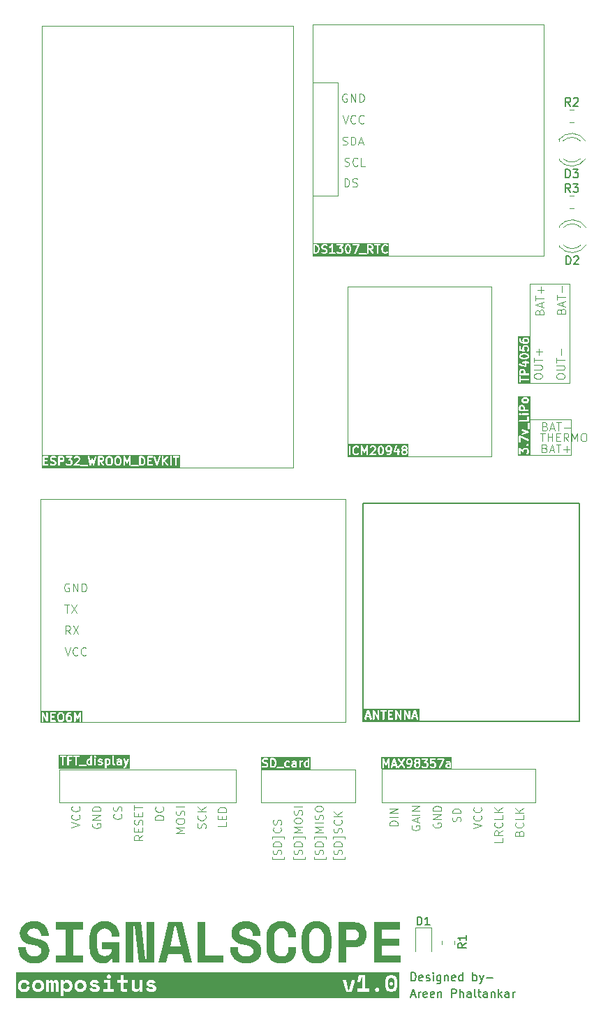
<source format=gbr>
%TF.GenerationSoftware,KiCad,Pcbnew,9.0.0*%
%TF.CreationDate,2025-08-04T23:41:09+05:30*%
%TF.ProjectId,signalscope,7369676e-616c-4736-936f-70652e6b6963,rev?*%
%TF.SameCoordinates,Original*%
%TF.FileFunction,Legend,Top*%
%TF.FilePolarity,Positive*%
%FSLAX46Y46*%
G04 Gerber Fmt 4.6, Leading zero omitted, Abs format (unit mm)*
G04 Created by KiCad (PCBNEW 9.0.0) date 2025-08-04 23:41:09*
%MOMM*%
%LPD*%
G01*
G04 APERTURE LIST*
%ADD10C,0.200000*%
%ADD11C,0.100000*%
%ADD12C,1.000000*%
%ADD13C,0.150000*%
%ADD14C,0.400000*%
%ADD15C,0.200077*%
%ADD16C,0.125000*%
%ADD17C,0.120000*%
G04 APERTURE END LIST*
D10*
X159200000Y-92050000D02*
X185400000Y-92050000D01*
X185400000Y-118450000D01*
X159200000Y-118450000D01*
X159200000Y-92050000D01*
D11*
X179450000Y-65400000D02*
X184200000Y-65400000D01*
X184200000Y-77450000D01*
X179450000Y-77450000D01*
X179450000Y-65400000D01*
D12*
G36*
X119348290Y-147748002D02*
G01*
X118924312Y-147719495D01*
X118567772Y-147639507D01*
X118267516Y-147513834D01*
X117996501Y-147335574D01*
X117779211Y-147123030D01*
X117609892Y-146873613D01*
X117489016Y-146595676D01*
X117415160Y-146291934D01*
X117389768Y-145957091D01*
X117389768Y-145747348D01*
X118313006Y-145747348D01*
X118313006Y-145915265D01*
X118343907Y-146198426D01*
X118430967Y-146428916D01*
X118571903Y-146618379D01*
X118761244Y-146757151D01*
X119017634Y-146847225D01*
X119362334Y-146880635D01*
X119636841Y-146856978D01*
X119838511Y-146793905D01*
X119984848Y-146698674D01*
X120099472Y-146566804D01*
X120165636Y-146423902D01*
X120187875Y-146264837D01*
X120168507Y-146109607D01*
X120110939Y-145967777D01*
X120009189Y-145845867D01*
X119830975Y-145729945D01*
X119604296Y-145643705D01*
X119250288Y-145565387D01*
X118777693Y-145459307D01*
X118379562Y-145320533D01*
X118138065Y-145195696D01*
X117939238Y-145045534D01*
X117777809Y-144869600D01*
X117659903Y-144665099D01*
X117584774Y-144411558D01*
X117557685Y-144096571D01*
X117557685Y-144054439D01*
X117581486Y-143794952D01*
X117651317Y-143557610D01*
X117767428Y-143337587D01*
X117923793Y-143143088D01*
X118119108Y-142976782D01*
X118358496Y-142837500D01*
X118618650Y-142738836D01*
X118913890Y-142677135D01*
X119250288Y-142655539D01*
X119632889Y-142681044D01*
X119956136Y-142752744D01*
X120229702Y-142865587D01*
X120478873Y-143024198D01*
X120678677Y-143209050D01*
X120834813Y-143421545D01*
X120949873Y-143659253D01*
X121018229Y-143906292D01*
X121041199Y-144166486D01*
X121041199Y-144418361D01*
X120117961Y-144418361D01*
X120117961Y-144250444D01*
X120092957Y-144063974D01*
X120018642Y-143895611D01*
X119890509Y-143739672D01*
X119726330Y-143623326D01*
X119517226Y-143549613D01*
X119250288Y-143522906D01*
X119025821Y-143540717D01*
X118845757Y-143589893D01*
X118701352Y-143666399D01*
X118585461Y-143774747D01*
X118518099Y-143901888D01*
X118494967Y-144054439D01*
X118519298Y-144211087D01*
X118590823Y-144344186D01*
X118715091Y-144460188D01*
X118872639Y-144544653D01*
X119135672Y-144634348D01*
X119544295Y-144726107D01*
X120047792Y-144846543D01*
X120431814Y-145003876D01*
X120719409Y-145191390D01*
X120892664Y-145371240D01*
X121018119Y-145588183D01*
X121097033Y-145849847D01*
X121125157Y-146167140D01*
X121125157Y-146251099D01*
X121093804Y-146581704D01*
X121003799Y-146867791D01*
X120856981Y-147118200D01*
X120649494Y-147338895D01*
X120402438Y-147510915D01*
X120109463Y-147638297D01*
X119761750Y-147719199D01*
X119348290Y-147748002D01*
G37*
G36*
X121925663Y-147650000D02*
G01*
X121925663Y-146768588D01*
X123100776Y-146768588D01*
X123100776Y-143634952D01*
X121925663Y-143634952D01*
X121925663Y-142753541D01*
X125199128Y-142753541D01*
X125199128Y-143634952D01*
X124024014Y-143634952D01*
X124024014Y-146768588D01*
X125199128Y-146768588D01*
X125199128Y-147650000D01*
X121925663Y-147650000D01*
G37*
G36*
X127622627Y-147748002D02*
G01*
X127330455Y-147722967D01*
X127061564Y-147649479D01*
X126811130Y-147527573D01*
X126589432Y-147360279D01*
X126396247Y-147142438D01*
X126230443Y-146866591D01*
X126114499Y-146565022D01*
X126040237Y-146205028D01*
X126013678Y-145775436D01*
X126013678Y-144628105D01*
X126042017Y-144208934D01*
X126121854Y-143853344D01*
X126247845Y-143550994D01*
X126426458Y-143277716D01*
X126641269Y-143056860D01*
X126895089Y-142882990D01*
X127178259Y-142758636D01*
X127493269Y-142682062D01*
X127846415Y-142655539D01*
X128213087Y-142683795D01*
X128529686Y-142764289D01*
X128804763Y-142893370D01*
X129051042Y-143071483D01*
X129252588Y-143283849D01*
X129413233Y-143533592D01*
X129528739Y-143808466D01*
X129599147Y-144106397D01*
X129623282Y-144432100D01*
X129623282Y-144516058D01*
X128699738Y-144516058D01*
X128699738Y-144432100D01*
X128671275Y-144147113D01*
X128593602Y-143929794D01*
X128472287Y-143764401D01*
X128307455Y-143641880D01*
X128098443Y-143564783D01*
X127832371Y-143536950D01*
X127586758Y-143566619D01*
X127376229Y-143652458D01*
X127192455Y-143795847D01*
X127091003Y-143930863D01*
X127011273Y-144116401D01*
X126957417Y-144366410D01*
X126937221Y-144698019D01*
X126937221Y-145733304D01*
X126969373Y-146116816D01*
X127055005Y-146398296D01*
X127183810Y-146601998D01*
X127354457Y-146744856D01*
X127574802Y-146834230D01*
X127860459Y-146866591D01*
X128126566Y-146838803D01*
X128330330Y-146762654D01*
X128486331Y-146642803D01*
X128602765Y-146481918D01*
X128674427Y-146288997D01*
X128699738Y-146055094D01*
X127524625Y-146055094D01*
X127524625Y-145173682D01*
X129623282Y-145173682D01*
X129623282Y-147650000D01*
X128783697Y-147650000D01*
X128783697Y-147104422D01*
X128657912Y-147104422D01*
X128585376Y-147275549D01*
X128479155Y-147427447D01*
X128336122Y-147562683D01*
X128167075Y-147659251D01*
X127935529Y-147723771D01*
X127622627Y-147748002D01*
G37*
G36*
X130416765Y-147650000D02*
G01*
X130416765Y-142753541D01*
X132221415Y-142753541D01*
X132795080Y-147188381D01*
X132920865Y-147188381D01*
X132920865Y-142753541D01*
X133844409Y-142753541D01*
X133844409Y-147650000D01*
X132039454Y-147650000D01*
X131465789Y-143215160D01*
X131340003Y-143215160D01*
X131340003Y-147650000D01*
X130416765Y-147650000D01*
G37*
G36*
X138449913Y-147650000D02*
G01*
X137484848Y-147650000D01*
X137247017Y-146600671D01*
X135582196Y-146600671D01*
X135344365Y-147650000D01*
X134378995Y-147650000D01*
X134839589Y-145719260D01*
X135777896Y-145719260D01*
X137043990Y-145719260D01*
X136477346Y-143215160D01*
X136351561Y-143215160D01*
X135777896Y-145719260D01*
X134839589Y-145719260D01*
X135547086Y-142753541D01*
X137281821Y-142753541D01*
X138449913Y-147650000D01*
G37*
G36*
X139131656Y-147650000D02*
G01*
X139131656Y-142753541D01*
X140054894Y-142753541D01*
X140054894Y-146768588D01*
X142279335Y-146768588D01*
X142279335Y-147650000D01*
X139131656Y-147650000D01*
G37*
G36*
X145052408Y-147748002D02*
G01*
X144628429Y-147719495D01*
X144271889Y-147639507D01*
X143971633Y-147513834D01*
X143700618Y-147335574D01*
X143483328Y-147123030D01*
X143314009Y-146873613D01*
X143193133Y-146595676D01*
X143119278Y-146291934D01*
X143093885Y-145957091D01*
X143093885Y-145747348D01*
X144017123Y-145747348D01*
X144017123Y-145915265D01*
X144048025Y-146198426D01*
X144135085Y-146428916D01*
X144276021Y-146618379D01*
X144465361Y-146757151D01*
X144721751Y-146847225D01*
X145066451Y-146880635D01*
X145340959Y-146856978D01*
X145542628Y-146793905D01*
X145688965Y-146698674D01*
X145803589Y-146566804D01*
X145869754Y-146423902D01*
X145891992Y-146264837D01*
X145872624Y-146109607D01*
X145815056Y-145967777D01*
X145713306Y-145845867D01*
X145535092Y-145729945D01*
X145308414Y-145643705D01*
X144954405Y-145565387D01*
X144481810Y-145459307D01*
X144083679Y-145320533D01*
X143842182Y-145195696D01*
X143643355Y-145045534D01*
X143481926Y-144869600D01*
X143364020Y-144665099D01*
X143288891Y-144411558D01*
X143261802Y-144096571D01*
X143261802Y-144054439D01*
X143285603Y-143794952D01*
X143355434Y-143557610D01*
X143471546Y-143337587D01*
X143627910Y-143143088D01*
X143823225Y-142976782D01*
X144062613Y-142837500D01*
X144322767Y-142738836D01*
X144618007Y-142677135D01*
X144954405Y-142655539D01*
X145337006Y-142681044D01*
X145660254Y-142752744D01*
X145933819Y-142865587D01*
X146182990Y-143024198D01*
X146382795Y-143209050D01*
X146538931Y-143421545D01*
X146653991Y-143659253D01*
X146722346Y-143906292D01*
X146745316Y-144166486D01*
X146745316Y-144418361D01*
X145822078Y-144418361D01*
X145822078Y-144250444D01*
X145797074Y-144063974D01*
X145722759Y-143895611D01*
X145594627Y-143739672D01*
X145430447Y-143623326D01*
X145221343Y-143549613D01*
X144954405Y-143522906D01*
X144729938Y-143540717D01*
X144549874Y-143589893D01*
X144405469Y-143666399D01*
X144289578Y-143774747D01*
X144222216Y-143901888D01*
X144199084Y-144054439D01*
X144223415Y-144211087D01*
X144294940Y-144344186D01*
X144419208Y-144460188D01*
X144576756Y-144544653D01*
X144839790Y-144634348D01*
X145248412Y-144726107D01*
X145751909Y-144846543D01*
X146135931Y-145003876D01*
X146423526Y-145191390D01*
X146596781Y-145371240D01*
X146722237Y-145588183D01*
X146801150Y-145849847D01*
X146829274Y-146167140D01*
X146829274Y-146251099D01*
X146797921Y-146581704D01*
X146707916Y-146867791D01*
X146561098Y-147118200D01*
X146353611Y-147338895D01*
X146106555Y-147510915D01*
X145813580Y-147638297D01*
X145465868Y-147719199D01*
X145052408Y-147748002D01*
G37*
G36*
X149280556Y-147748002D02*
G01*
X148866495Y-147713045D01*
X148513939Y-147613782D01*
X148211605Y-147454518D01*
X147951265Y-147233871D01*
X147746824Y-146964510D01*
X147594552Y-146635744D01*
X147496954Y-146235246D01*
X147461863Y-145747348D01*
X147461863Y-144656193D01*
X147496346Y-144184198D01*
X147593029Y-143789989D01*
X147745238Y-143460031D01*
X147951265Y-143183714D01*
X148212494Y-142956424D01*
X148515152Y-142792930D01*
X148867391Y-142691286D01*
X149280556Y-142655539D01*
X149715881Y-142690123D01*
X150074054Y-142786696D01*
X150369464Y-142938639D01*
X150612901Y-143145245D01*
X150807449Y-143402053D01*
X150949823Y-143703057D01*
X151039436Y-144056773D01*
X151071162Y-144474232D01*
X151071162Y-144600017D01*
X150147924Y-144600017D01*
X150147924Y-144474232D01*
X150128867Y-144245397D01*
X150070987Y-144016277D01*
X149965986Y-143808900D01*
X149805068Y-143641974D01*
X149671539Y-143563842D01*
X149500105Y-143513299D01*
X149280556Y-143494818D01*
X149080317Y-143512886D01*
X148913461Y-143563839D01*
X148773447Y-143645333D01*
X148601420Y-143818554D01*
X148479440Y-144044059D01*
X148409279Y-144300335D01*
X148385101Y-144586278D01*
X148385101Y-145817262D01*
X148409781Y-146128755D01*
X148478863Y-146386581D01*
X148587823Y-146600671D01*
X148701581Y-146730484D01*
X148849183Y-146825392D01*
X149038337Y-146886248D01*
X149280556Y-146908417D01*
X149515011Y-146890392D01*
X149692707Y-146841905D01*
X149826134Y-146768588D01*
X149984550Y-146607604D01*
X150081368Y-146404972D01*
X150130987Y-146176130D01*
X150147924Y-145929309D01*
X150147924Y-145803218D01*
X151071162Y-145803218D01*
X151071162Y-145929309D01*
X151038819Y-146362517D01*
X150948275Y-146722587D01*
X150805832Y-147022503D01*
X150612901Y-147272339D01*
X150370394Y-147472417D01*
X150075364Y-147620116D01*
X149716878Y-147714245D01*
X149280556Y-147748002D01*
G37*
G36*
X153963806Y-142691397D02*
G01*
X154314653Y-142793185D01*
X154614759Y-142956661D01*
X154872496Y-143183714D01*
X155075441Y-143459597D01*
X155225610Y-143789390D01*
X155321103Y-144183750D01*
X155355181Y-144656193D01*
X155355181Y-145747348D01*
X155320500Y-146235722D01*
X155224099Y-146636370D01*
X155073867Y-146964957D01*
X154872496Y-147233871D01*
X154615652Y-147454278D01*
X154315878Y-147613526D01*
X153964715Y-147712933D01*
X153550532Y-147748002D01*
X153136520Y-147712943D01*
X152785397Y-147613549D01*
X152485560Y-147454302D01*
X152228568Y-147233871D01*
X152027197Y-146964957D01*
X151876965Y-146636370D01*
X151780564Y-146235722D01*
X151745883Y-145747348D01*
X151745883Y-144656193D01*
X151749935Y-144600017D01*
X152669121Y-144600017D01*
X152669121Y-145803218D01*
X152692472Y-146125253D01*
X152757178Y-146387392D01*
X152857798Y-146600671D01*
X152965201Y-146729386D01*
X153109711Y-146824242D01*
X153300334Y-146885760D01*
X153550532Y-146908417D01*
X153800735Y-146885754D01*
X153991293Y-146824230D01*
X154135695Y-146729377D01*
X154242961Y-146600671D01*
X154343751Y-146387371D01*
X154408558Y-146125233D01*
X154431943Y-145803218D01*
X154431943Y-144600017D01*
X154408400Y-144301455D01*
X154340963Y-144040701D01*
X154222847Y-143812565D01*
X154057641Y-143641974D01*
X153922145Y-143562923D01*
X153755700Y-143512812D01*
X153550532Y-143494818D01*
X153345334Y-143512733D01*
X153177544Y-143562786D01*
X153039759Y-143641974D01*
X152872606Y-143812939D01*
X152756438Y-144040701D01*
X152691743Y-144301283D01*
X152669121Y-144600017D01*
X151749935Y-144600017D01*
X151779961Y-144183750D01*
X151875454Y-143789390D01*
X152025623Y-143459597D01*
X152228568Y-143183714D01*
X152486452Y-142956637D01*
X152786622Y-142793161D01*
X153137428Y-142691388D01*
X153550532Y-142655539D01*
X153963806Y-142691397D01*
G37*
G36*
X158444749Y-142778629D02*
G01*
X158720008Y-142848975D01*
X158950131Y-142959926D01*
X159155733Y-143112934D01*
X159319971Y-143289449D01*
X159446860Y-143491460D01*
X159538673Y-143712954D01*
X159593186Y-143939432D01*
X159611418Y-144173508D01*
X159611418Y-144341425D01*
X159593233Y-144580109D01*
X159538751Y-144812419D01*
X159446860Y-145040875D01*
X159319606Y-145249902D01*
X159155260Y-145432241D01*
X158950131Y-145590116D01*
X158719559Y-145704846D01*
X158444317Y-145777386D01*
X158114515Y-145803218D01*
X157121057Y-145803218D01*
X157121057Y-147650000D01*
X156197819Y-147650000D01*
X156197819Y-144921807D01*
X157121057Y-144921807D01*
X158023535Y-144921807D01*
X158222231Y-144901468D01*
X158381365Y-144844742D01*
X158509578Y-144754195D01*
X158607998Y-144632428D01*
X158667246Y-144489925D01*
X158687875Y-144320359D01*
X158687875Y-144236400D01*
X158667239Y-144066844D01*
X158607987Y-143924450D01*
X158509578Y-143802869D01*
X158381342Y-143712146D01*
X158222208Y-143655323D01*
X158023535Y-143634952D01*
X157121057Y-143634952D01*
X157121057Y-144921807D01*
X156197819Y-144921807D01*
X156197819Y-142753541D01*
X158114515Y-142753541D01*
X158444749Y-142778629D01*
G37*
G36*
X160551753Y-147650000D02*
G01*
X160551753Y-142753541D01*
X163643562Y-142753541D01*
X163643562Y-143634952D01*
X161474991Y-143634952D01*
X161474991Y-144753890D01*
X163559604Y-144753890D01*
X163559604Y-145635301D01*
X161474991Y-145635301D01*
X161474991Y-146768588D01*
X163727521Y-146768588D01*
X163727521Y-147650000D01*
X160551753Y-147650000D01*
G37*
D10*
X165022054Y-151581504D02*
X165498244Y-151581504D01*
X164926816Y-151867219D02*
X165260149Y-150867219D01*
X165260149Y-150867219D02*
X165593482Y-151867219D01*
X165926816Y-151867219D02*
X165926816Y-151200552D01*
X165926816Y-151391028D02*
X165974435Y-151295790D01*
X165974435Y-151295790D02*
X166022054Y-151248171D01*
X166022054Y-151248171D02*
X166117292Y-151200552D01*
X166117292Y-151200552D02*
X166212530Y-151200552D01*
X166926816Y-151819600D02*
X166831578Y-151867219D01*
X166831578Y-151867219D02*
X166641102Y-151867219D01*
X166641102Y-151867219D02*
X166545864Y-151819600D01*
X166545864Y-151819600D02*
X166498245Y-151724361D01*
X166498245Y-151724361D02*
X166498245Y-151343409D01*
X166498245Y-151343409D02*
X166545864Y-151248171D01*
X166545864Y-151248171D02*
X166641102Y-151200552D01*
X166641102Y-151200552D02*
X166831578Y-151200552D01*
X166831578Y-151200552D02*
X166926816Y-151248171D01*
X166926816Y-151248171D02*
X166974435Y-151343409D01*
X166974435Y-151343409D02*
X166974435Y-151438647D01*
X166974435Y-151438647D02*
X166498245Y-151533885D01*
X167783959Y-151819600D02*
X167688721Y-151867219D01*
X167688721Y-151867219D02*
X167498245Y-151867219D01*
X167498245Y-151867219D02*
X167403007Y-151819600D01*
X167403007Y-151819600D02*
X167355388Y-151724361D01*
X167355388Y-151724361D02*
X167355388Y-151343409D01*
X167355388Y-151343409D02*
X167403007Y-151248171D01*
X167403007Y-151248171D02*
X167498245Y-151200552D01*
X167498245Y-151200552D02*
X167688721Y-151200552D01*
X167688721Y-151200552D02*
X167783959Y-151248171D01*
X167783959Y-151248171D02*
X167831578Y-151343409D01*
X167831578Y-151343409D02*
X167831578Y-151438647D01*
X167831578Y-151438647D02*
X167355388Y-151533885D01*
X168260150Y-151200552D02*
X168260150Y-151867219D01*
X168260150Y-151295790D02*
X168307769Y-151248171D01*
X168307769Y-151248171D02*
X168403007Y-151200552D01*
X168403007Y-151200552D02*
X168545864Y-151200552D01*
X168545864Y-151200552D02*
X168641102Y-151248171D01*
X168641102Y-151248171D02*
X168688721Y-151343409D01*
X168688721Y-151343409D02*
X168688721Y-151867219D01*
X169926817Y-151867219D02*
X169926817Y-150867219D01*
X169926817Y-150867219D02*
X170307769Y-150867219D01*
X170307769Y-150867219D02*
X170403007Y-150914838D01*
X170403007Y-150914838D02*
X170450626Y-150962457D01*
X170450626Y-150962457D02*
X170498245Y-151057695D01*
X170498245Y-151057695D02*
X170498245Y-151200552D01*
X170498245Y-151200552D02*
X170450626Y-151295790D01*
X170450626Y-151295790D02*
X170403007Y-151343409D01*
X170403007Y-151343409D02*
X170307769Y-151391028D01*
X170307769Y-151391028D02*
X169926817Y-151391028D01*
X170926817Y-151867219D02*
X170926817Y-150867219D01*
X171355388Y-151867219D02*
X171355388Y-151343409D01*
X171355388Y-151343409D02*
X171307769Y-151248171D01*
X171307769Y-151248171D02*
X171212531Y-151200552D01*
X171212531Y-151200552D02*
X171069674Y-151200552D01*
X171069674Y-151200552D02*
X170974436Y-151248171D01*
X170974436Y-151248171D02*
X170926817Y-151295790D01*
X172260150Y-151867219D02*
X172260150Y-151343409D01*
X172260150Y-151343409D02*
X172212531Y-151248171D01*
X172212531Y-151248171D02*
X172117293Y-151200552D01*
X172117293Y-151200552D02*
X171926817Y-151200552D01*
X171926817Y-151200552D02*
X171831579Y-151248171D01*
X172260150Y-151819600D02*
X172164912Y-151867219D01*
X172164912Y-151867219D02*
X171926817Y-151867219D01*
X171926817Y-151867219D02*
X171831579Y-151819600D01*
X171831579Y-151819600D02*
X171783960Y-151724361D01*
X171783960Y-151724361D02*
X171783960Y-151629123D01*
X171783960Y-151629123D02*
X171831579Y-151533885D01*
X171831579Y-151533885D02*
X171926817Y-151486266D01*
X171926817Y-151486266D02*
X172164912Y-151486266D01*
X172164912Y-151486266D02*
X172260150Y-151438647D01*
X172879198Y-151867219D02*
X172783960Y-151819600D01*
X172783960Y-151819600D02*
X172736341Y-151724361D01*
X172736341Y-151724361D02*
X172736341Y-150867219D01*
X173117294Y-151200552D02*
X173498246Y-151200552D01*
X173260151Y-150867219D02*
X173260151Y-151724361D01*
X173260151Y-151724361D02*
X173307770Y-151819600D01*
X173307770Y-151819600D02*
X173403008Y-151867219D01*
X173403008Y-151867219D02*
X173498246Y-151867219D01*
X174260151Y-151867219D02*
X174260151Y-151343409D01*
X174260151Y-151343409D02*
X174212532Y-151248171D01*
X174212532Y-151248171D02*
X174117294Y-151200552D01*
X174117294Y-151200552D02*
X173926818Y-151200552D01*
X173926818Y-151200552D02*
X173831580Y-151248171D01*
X174260151Y-151819600D02*
X174164913Y-151867219D01*
X174164913Y-151867219D02*
X173926818Y-151867219D01*
X173926818Y-151867219D02*
X173831580Y-151819600D01*
X173831580Y-151819600D02*
X173783961Y-151724361D01*
X173783961Y-151724361D02*
X173783961Y-151629123D01*
X173783961Y-151629123D02*
X173831580Y-151533885D01*
X173831580Y-151533885D02*
X173926818Y-151486266D01*
X173926818Y-151486266D02*
X174164913Y-151486266D01*
X174164913Y-151486266D02*
X174260151Y-151438647D01*
X174736342Y-151200552D02*
X174736342Y-151867219D01*
X174736342Y-151295790D02*
X174783961Y-151248171D01*
X174783961Y-151248171D02*
X174879199Y-151200552D01*
X174879199Y-151200552D02*
X175022056Y-151200552D01*
X175022056Y-151200552D02*
X175117294Y-151248171D01*
X175117294Y-151248171D02*
X175164913Y-151343409D01*
X175164913Y-151343409D02*
X175164913Y-151867219D01*
X175641104Y-151867219D02*
X175641104Y-150867219D01*
X175736342Y-151486266D02*
X176022056Y-151867219D01*
X176022056Y-151200552D02*
X175641104Y-151581504D01*
X176879199Y-151867219D02*
X176879199Y-151343409D01*
X176879199Y-151343409D02*
X176831580Y-151248171D01*
X176831580Y-151248171D02*
X176736342Y-151200552D01*
X176736342Y-151200552D02*
X176545866Y-151200552D01*
X176545866Y-151200552D02*
X176450628Y-151248171D01*
X176879199Y-151819600D02*
X176783961Y-151867219D01*
X176783961Y-151867219D02*
X176545866Y-151867219D01*
X176545866Y-151867219D02*
X176450628Y-151819600D01*
X176450628Y-151819600D02*
X176403009Y-151724361D01*
X176403009Y-151724361D02*
X176403009Y-151629123D01*
X176403009Y-151629123D02*
X176450628Y-151533885D01*
X176450628Y-151533885D02*
X176545866Y-151486266D01*
X176545866Y-151486266D02*
X176783961Y-151486266D01*
X176783961Y-151486266D02*
X176879199Y-151438647D01*
X177355390Y-151867219D02*
X177355390Y-151200552D01*
X177355390Y-151391028D02*
X177403009Y-151295790D01*
X177403009Y-151295790D02*
X177450628Y-151248171D01*
X177450628Y-151248171D02*
X177545866Y-151200552D01*
X177545866Y-151200552D02*
X177641104Y-151200552D01*
G36*
X178561554Y-80298227D02*
G01*
X178586223Y-80322895D01*
X178616028Y-80382505D01*
X178616028Y-80639850D01*
X178292219Y-80639850D01*
X178292219Y-80382505D01*
X178322024Y-80322895D01*
X178346692Y-80298226D01*
X178406302Y-80268422D01*
X178501945Y-80268422D01*
X178561554Y-80298227D01*
G37*
G36*
X179037746Y-79393466D02*
G01*
X179062414Y-79418133D01*
X179092219Y-79477743D01*
X179092219Y-79573386D01*
X179062414Y-79632995D01*
X179037746Y-79657662D01*
X178978135Y-79687469D01*
X178739635Y-79687469D01*
X178680025Y-79657664D01*
X178655357Y-79632995D01*
X178625552Y-79573385D01*
X178625552Y-79477743D01*
X178655357Y-79418133D01*
X178680025Y-79393464D01*
X178739635Y-79363660D01*
X178978135Y-79363660D01*
X179037746Y-79393466D01*
G37*
G36*
X179498568Y-86234754D02*
G01*
X177981108Y-86234754D01*
X177981108Y-85406517D01*
X178092219Y-85406517D01*
X178092219Y-86025564D01*
X178094140Y-86045073D01*
X178109072Y-86081121D01*
X178136662Y-86108711D01*
X178172710Y-86123643D01*
X178211728Y-86123643D01*
X178247776Y-86108711D01*
X178275366Y-86081121D01*
X178290298Y-86045073D01*
X178292219Y-86025564D01*
X178292219Y-85626893D01*
X178507321Y-85815108D01*
X178515754Y-85821137D01*
X178517614Y-85822997D01*
X178519377Y-85823727D01*
X178523268Y-85826509D01*
X178538656Y-85831713D01*
X178553662Y-85837929D01*
X178557036Y-85837929D01*
X178560229Y-85839009D01*
X178576432Y-85837929D01*
X178592680Y-85837929D01*
X178595795Y-85836638D01*
X178599161Y-85836414D01*
X178613726Y-85829211D01*
X178628728Y-85822997D01*
X178631111Y-85820613D01*
X178634136Y-85819118D01*
X178644840Y-85806884D01*
X178656318Y-85795407D01*
X178657607Y-85792293D01*
X178659830Y-85789754D01*
X178665035Y-85774362D01*
X178671250Y-85759359D01*
X178671718Y-85754599D01*
X178672330Y-85752792D01*
X178672155Y-85750167D01*
X178673171Y-85739850D01*
X178673171Y-85620600D01*
X178702976Y-85560990D01*
X178727644Y-85536321D01*
X178787254Y-85506517D01*
X178978135Y-85506517D01*
X179037746Y-85536323D01*
X179062414Y-85560990D01*
X179092219Y-85620600D01*
X179092219Y-85859100D01*
X179062414Y-85918709D01*
X179026270Y-85954853D01*
X179013833Y-85970006D01*
X178998902Y-86006054D01*
X178998901Y-86045072D01*
X179013832Y-86081121D01*
X179041422Y-86108711D01*
X179077470Y-86123642D01*
X179116488Y-86123643D01*
X179152537Y-86108712D01*
X179167690Y-86096275D01*
X179215310Y-86048657D01*
X179221603Y-86040988D01*
X179223600Y-86039257D01*
X179225493Y-86036248D01*
X179227747Y-86033503D01*
X179228757Y-86031062D01*
X179234043Y-86022666D01*
X179281662Y-85927429D01*
X179288668Y-85909120D01*
X179288922Y-85905536D01*
X179290298Y-85902216D01*
X179292219Y-85882707D01*
X179292219Y-85596993D01*
X179290298Y-85577484D01*
X179288922Y-85574163D01*
X179288668Y-85570580D01*
X179281662Y-85552271D01*
X179234043Y-85457034D01*
X179228757Y-85448637D01*
X179227747Y-85446197D01*
X179225493Y-85443451D01*
X179223600Y-85440443D01*
X179221603Y-85438711D01*
X179215310Y-85431043D01*
X179167690Y-85383425D01*
X179160020Y-85377130D01*
X179158291Y-85375136D01*
X179155286Y-85373244D01*
X179152537Y-85370988D01*
X179150093Y-85369976D01*
X179141701Y-85364693D01*
X179046463Y-85317074D01*
X179028155Y-85310068D01*
X179024571Y-85309813D01*
X179021251Y-85308438D01*
X179001742Y-85306517D01*
X178763647Y-85306517D01*
X178744138Y-85308438D01*
X178740817Y-85309813D01*
X178737234Y-85310068D01*
X178718925Y-85317074D01*
X178623688Y-85364693D01*
X178615291Y-85369978D01*
X178612851Y-85370989D01*
X178610105Y-85373242D01*
X178607097Y-85375136D01*
X178605364Y-85377133D01*
X178597698Y-85383426D01*
X178550079Y-85431044D01*
X178543784Y-85438714D01*
X178541790Y-85440444D01*
X178539896Y-85443451D01*
X178537643Y-85446198D01*
X178536632Y-85448637D01*
X178531347Y-85457034D01*
X178491923Y-85535881D01*
X178258069Y-85331259D01*
X178249635Y-85325229D01*
X178247776Y-85323370D01*
X178246012Y-85322639D01*
X178242122Y-85319858D01*
X178226733Y-85314653D01*
X178211728Y-85308438D01*
X178208354Y-85308438D01*
X178205161Y-85307358D01*
X178188958Y-85308438D01*
X178172710Y-85308438D01*
X178169594Y-85309728D01*
X178166229Y-85309953D01*
X178151668Y-85317153D01*
X178136662Y-85323370D01*
X178134277Y-85325754D01*
X178131254Y-85327250D01*
X178120556Y-85339475D01*
X178109072Y-85350960D01*
X178107781Y-85354074D01*
X178105560Y-85356614D01*
X178100355Y-85372002D01*
X178094140Y-85387008D01*
X178093671Y-85391767D01*
X178093060Y-85393575D01*
X178093234Y-85396199D01*
X178092219Y-85406517D01*
X177981108Y-85406517D01*
X177981108Y-84958436D01*
X178998901Y-84958436D01*
X178998901Y-84997454D01*
X179000385Y-85001037D01*
X179013832Y-85033502D01*
X179013833Y-85033503D01*
X179026270Y-85048656D01*
X179073890Y-85096275D01*
X179089043Y-85108712D01*
X179114533Y-85119269D01*
X179125091Y-85123643D01*
X179125092Y-85123643D01*
X179164109Y-85123643D01*
X179185226Y-85114895D01*
X179200158Y-85108711D01*
X179200162Y-85108706D01*
X179215311Y-85096275D01*
X179262929Y-85048656D01*
X179275366Y-85033503D01*
X179286735Y-85006055D01*
X179290298Y-84997454D01*
X179290298Y-84958436D01*
X179275366Y-84922388D01*
X179275366Y-84922387D01*
X179262929Y-84907234D01*
X179215311Y-84859615D01*
X179200162Y-84847183D01*
X179200158Y-84847179D01*
X179185226Y-84840994D01*
X179164109Y-84832247D01*
X179125091Y-84832247D01*
X179114533Y-84836620D01*
X179089043Y-84847178D01*
X179073890Y-84859615D01*
X179026270Y-84907234D01*
X179013833Y-84922387D01*
X179013832Y-84922388D01*
X179003274Y-84947878D01*
X178998901Y-84958436D01*
X177981108Y-84958436D01*
X177981108Y-83930327D01*
X178092219Y-83930327D01*
X178092219Y-84596993D01*
X178094140Y-84616502D01*
X178109072Y-84652550D01*
X178136662Y-84680140D01*
X178172710Y-84695072D01*
X178211728Y-84695072D01*
X178247776Y-84680140D01*
X178275366Y-84652550D01*
X178290298Y-84616502D01*
X178292219Y-84596993D01*
X178292219Y-84081981D01*
X179152827Y-84450812D01*
X179171515Y-84456732D01*
X179210530Y-84457207D01*
X179246758Y-84442716D01*
X179274682Y-84415465D01*
X179290052Y-84379601D01*
X179290528Y-84340586D01*
X179276037Y-84304359D01*
X179248785Y-84276434D01*
X179231611Y-84266983D01*
X178231611Y-83838412D01*
X178212923Y-83832493D01*
X178212301Y-83832485D01*
X178211728Y-83832248D01*
X178192799Y-83832248D01*
X178173907Y-83832018D01*
X178173332Y-83832248D01*
X178172710Y-83832248D01*
X178155212Y-83839495D01*
X178137680Y-83846509D01*
X178137236Y-83846942D01*
X178136662Y-83847180D01*
X178123303Y-83860538D01*
X178109755Y-83873760D01*
X178109509Y-83874332D01*
X178109072Y-83874770D01*
X178101851Y-83892201D01*
X178094385Y-83909623D01*
X178094377Y-83910244D01*
X178094140Y-83910818D01*
X178092219Y-83930327D01*
X177981108Y-83930327D01*
X177981108Y-83153807D01*
X178426625Y-83153807D01*
X178428563Y-83192777D01*
X178445266Y-83228039D01*
X178474192Y-83254226D01*
X178491918Y-83262596D01*
X178894897Y-83406517D01*
X178491918Y-83550438D01*
X178474192Y-83558808D01*
X178445266Y-83584995D01*
X178428563Y-83620257D01*
X178426625Y-83659227D01*
X178439748Y-83695972D01*
X178465935Y-83724898D01*
X178501197Y-83741601D01*
X178540167Y-83743539D01*
X178559186Y-83738786D01*
X179225852Y-83500691D01*
X179243579Y-83492321D01*
X179247301Y-83488950D01*
X179251836Y-83486803D01*
X179261657Y-83475953D01*
X179272504Y-83466134D01*
X179274651Y-83461599D01*
X179278022Y-83457877D01*
X179282943Y-83444095D01*
X179289208Y-83430872D01*
X179289457Y-83425857D01*
X179291145Y-83421132D01*
X179290418Y-83406517D01*
X179291145Y-83391902D01*
X179289457Y-83387176D01*
X179289208Y-83382162D01*
X179282943Y-83368938D01*
X179278022Y-83355157D01*
X179274651Y-83351434D01*
X179272504Y-83346900D01*
X179261657Y-83337080D01*
X179251836Y-83326231D01*
X179247301Y-83324083D01*
X179243579Y-83320713D01*
X179225852Y-83312343D01*
X178559186Y-83074248D01*
X178540167Y-83069495D01*
X178501197Y-83071433D01*
X178465935Y-83088136D01*
X178439748Y-83117062D01*
X178426625Y-83153807D01*
X177981108Y-83153807D01*
X177981108Y-82263660D01*
X179187457Y-82263660D01*
X179187457Y-83025565D01*
X179189378Y-83045074D01*
X179204310Y-83081122D01*
X179231900Y-83108712D01*
X179267948Y-83123644D01*
X179306966Y-83123644D01*
X179343014Y-83108712D01*
X179370604Y-83081122D01*
X179385536Y-83045074D01*
X179387457Y-83025565D01*
X179387457Y-82263660D01*
X179385536Y-82244151D01*
X179370604Y-82208103D01*
X179343014Y-82180513D01*
X179306966Y-82165581D01*
X179267948Y-82165581D01*
X179231900Y-82180513D01*
X179204310Y-82208103D01*
X179189378Y-82244151D01*
X179187457Y-82263660D01*
X177981108Y-82263660D01*
X177981108Y-82006055D01*
X178094140Y-82006055D01*
X178094140Y-82045073D01*
X178109072Y-82081121D01*
X178136662Y-82108711D01*
X178172710Y-82123643D01*
X178192219Y-82125564D01*
X179192219Y-82125564D01*
X179211728Y-82123643D01*
X179247776Y-82108711D01*
X179275366Y-82081121D01*
X179290298Y-82045073D01*
X179292219Y-82025564D01*
X179292219Y-81549374D01*
X179290298Y-81529865D01*
X179275366Y-81493817D01*
X179247776Y-81466227D01*
X179211728Y-81451295D01*
X179172710Y-81451295D01*
X179136662Y-81466227D01*
X179109072Y-81493817D01*
X179094140Y-81529865D01*
X179092219Y-81549374D01*
X179092219Y-81925564D01*
X178192219Y-81925564D01*
X178172710Y-81927485D01*
X178136662Y-81942417D01*
X178109072Y-81970007D01*
X178094140Y-82006055D01*
X177981108Y-82006055D01*
X177981108Y-81196531D01*
X178094140Y-81196531D01*
X178094140Y-81235549D01*
X178109072Y-81271597D01*
X178121508Y-81286751D01*
X178169127Y-81334369D01*
X178184280Y-81346806D01*
X178194838Y-81351179D01*
X178220329Y-81361738D01*
X178259347Y-81361738D01*
X178295395Y-81346806D01*
X178310549Y-81334370D01*
X178358167Y-81286751D01*
X178370604Y-81271598D01*
X178381973Y-81244150D01*
X178385536Y-81235549D01*
X178385536Y-81196531D01*
X178427473Y-81196531D01*
X178427473Y-81235549D01*
X178442405Y-81271597D01*
X178469995Y-81299187D01*
X178506043Y-81314119D01*
X178525552Y-81316040D01*
X179192219Y-81316040D01*
X179211728Y-81314119D01*
X179247776Y-81299187D01*
X179275366Y-81271597D01*
X179290298Y-81235549D01*
X179290298Y-81196531D01*
X179275366Y-81160483D01*
X179247776Y-81132893D01*
X179211728Y-81117961D01*
X179192219Y-81116040D01*
X178525552Y-81116040D01*
X178506043Y-81117961D01*
X178469995Y-81132893D01*
X178442405Y-81160483D01*
X178427473Y-81196531D01*
X178385536Y-81196531D01*
X178370604Y-81160483D01*
X178370604Y-81160482D01*
X178358167Y-81145329D01*
X178310549Y-81097710D01*
X178295395Y-81085274D01*
X178259347Y-81070342D01*
X178220329Y-81070342D01*
X178194838Y-81080900D01*
X178184280Y-81085274D01*
X178169127Y-81097711D01*
X178121508Y-81145329D01*
X178109073Y-81160482D01*
X178109072Y-81160483D01*
X178094140Y-81196531D01*
X177981108Y-81196531D01*
X177981108Y-80358898D01*
X178092219Y-80358898D01*
X178092219Y-80739850D01*
X178094140Y-80759359D01*
X178109072Y-80795407D01*
X178136662Y-80822997D01*
X178172710Y-80837929D01*
X178192219Y-80839850D01*
X179192219Y-80839850D01*
X179211728Y-80837929D01*
X179247776Y-80822997D01*
X179275366Y-80795407D01*
X179290298Y-80759359D01*
X179290298Y-80720341D01*
X179275366Y-80684293D01*
X179247776Y-80656703D01*
X179211728Y-80641771D01*
X179192219Y-80639850D01*
X178816028Y-80639850D01*
X178816028Y-80358898D01*
X178814107Y-80339389D01*
X178812731Y-80336068D01*
X178812477Y-80332485D01*
X178805471Y-80314176D01*
X178757852Y-80218939D01*
X178752566Y-80210542D01*
X178751556Y-80208102D01*
X178749302Y-80205356D01*
X178747409Y-80202348D01*
X178745411Y-80200615D01*
X178739119Y-80192949D01*
X178691501Y-80145330D01*
X178683830Y-80139035D01*
X178682101Y-80137041D01*
X178679093Y-80135147D01*
X178676347Y-80132894D01*
X178673907Y-80131883D01*
X178665511Y-80126598D01*
X178570273Y-80078979D01*
X178551965Y-80071973D01*
X178548381Y-80071718D01*
X178545061Y-80070343D01*
X178525552Y-80068422D01*
X178382695Y-80068422D01*
X178363186Y-80070343D01*
X178359865Y-80071718D01*
X178356282Y-80071973D01*
X178337973Y-80078979D01*
X178242736Y-80126598D01*
X178234339Y-80131883D01*
X178231899Y-80132894D01*
X178229153Y-80135147D01*
X178226145Y-80137041D01*
X178224412Y-80139038D01*
X178216746Y-80145331D01*
X178169127Y-80192949D01*
X178162832Y-80200619D01*
X178160838Y-80202349D01*
X178158944Y-80205356D01*
X178156691Y-80208103D01*
X178155680Y-80210542D01*
X178150395Y-80218939D01*
X178102776Y-80314177D01*
X178095770Y-80332485D01*
X178095515Y-80336068D01*
X178094140Y-80339389D01*
X178092219Y-80358898D01*
X177981108Y-80358898D01*
X177981108Y-79454136D01*
X178425552Y-79454136D01*
X178425552Y-79596993D01*
X178427473Y-79616502D01*
X178428848Y-79619822D01*
X178429103Y-79623406D01*
X178436109Y-79641714D01*
X178483728Y-79736952D01*
X178489013Y-79745348D01*
X178490024Y-79747788D01*
X178492277Y-79750534D01*
X178494171Y-79753542D01*
X178496165Y-79755271D01*
X178502460Y-79762942D01*
X178550079Y-79810560D01*
X178557745Y-79816852D01*
X178559478Y-79818850D01*
X178562486Y-79820743D01*
X178565232Y-79822997D01*
X178567672Y-79824007D01*
X178576069Y-79829293D01*
X178671306Y-79876912D01*
X178689615Y-79883918D01*
X178693198Y-79884172D01*
X178696519Y-79885548D01*
X178716028Y-79887469D01*
X179001742Y-79887469D01*
X179021251Y-79885548D01*
X179024571Y-79884172D01*
X179028155Y-79883918D01*
X179046463Y-79876912D01*
X179141701Y-79829293D01*
X179150093Y-79824009D01*
X179152537Y-79822998D01*
X179155286Y-79820741D01*
X179158291Y-79818850D01*
X179160020Y-79816855D01*
X179167690Y-79810561D01*
X179215310Y-79762943D01*
X179221603Y-79755274D01*
X179223600Y-79753543D01*
X179225493Y-79750534D01*
X179227747Y-79747789D01*
X179228757Y-79745348D01*
X179234043Y-79736952D01*
X179281662Y-79641715D01*
X179288668Y-79623406D01*
X179288922Y-79619822D01*
X179290298Y-79616502D01*
X179292219Y-79596993D01*
X179292219Y-79454136D01*
X179290298Y-79434627D01*
X179288922Y-79431306D01*
X179288668Y-79427723D01*
X179281662Y-79409414D01*
X179234043Y-79314177D01*
X179228757Y-79305780D01*
X179227747Y-79303340D01*
X179225493Y-79300594D01*
X179223600Y-79297586D01*
X179221603Y-79295854D01*
X179215310Y-79288186D01*
X179167690Y-79240568D01*
X179160020Y-79234273D01*
X179158291Y-79232279D01*
X179155286Y-79230387D01*
X179152537Y-79228131D01*
X179150093Y-79227119D01*
X179141701Y-79221836D01*
X179046463Y-79174217D01*
X179028155Y-79167211D01*
X179024571Y-79166956D01*
X179021251Y-79165581D01*
X179001742Y-79163660D01*
X178716028Y-79163660D01*
X178696519Y-79165581D01*
X178693198Y-79166956D01*
X178689615Y-79167211D01*
X178671306Y-79174217D01*
X178576069Y-79221836D01*
X178567672Y-79227121D01*
X178565232Y-79228132D01*
X178562486Y-79230385D01*
X178559478Y-79232279D01*
X178557745Y-79234276D01*
X178550079Y-79240569D01*
X178502460Y-79288187D01*
X178496165Y-79295857D01*
X178494171Y-79297587D01*
X178492277Y-79300594D01*
X178490024Y-79303341D01*
X178489013Y-79305780D01*
X178483728Y-79314177D01*
X178436109Y-79409415D01*
X178429103Y-79427723D01*
X178428848Y-79431306D01*
X178427473Y-79434627D01*
X178425552Y-79454136D01*
X177981108Y-79454136D01*
X177981108Y-79052549D01*
X179498568Y-79052549D01*
X179498568Y-86234754D01*
G37*
G36*
X159909502Y-117766504D02*
G01*
X159710797Y-117766504D01*
X159810149Y-117468446D01*
X159909502Y-117766504D01*
G37*
G36*
X165576169Y-117766504D02*
G01*
X165377464Y-117766504D01*
X165476816Y-117468446D01*
X165576169Y-117766504D01*
G37*
G36*
X166020475Y-118363330D02*
G01*
X159266490Y-118363330D01*
X159266490Y-118139712D01*
X159377601Y-118139712D01*
X159380367Y-118178632D01*
X159397817Y-118213531D01*
X159427293Y-118239096D01*
X159464309Y-118251434D01*
X159503229Y-118248668D01*
X159538128Y-118231218D01*
X159563693Y-118201742D01*
X159571684Y-118183842D01*
X159644130Y-117966504D01*
X159976168Y-117966504D01*
X160048614Y-118183841D01*
X160056605Y-118201742D01*
X160082170Y-118231218D01*
X160117069Y-118248667D01*
X160155989Y-118251434D01*
X160193005Y-118239095D01*
X160222481Y-118213530D01*
X160239931Y-118178631D01*
X160242697Y-118139711D01*
X160238350Y-118120596D01*
X159915558Y-117152219D01*
X160376816Y-117152219D01*
X160376816Y-118152219D01*
X160378737Y-118171728D01*
X160393669Y-118207776D01*
X160421259Y-118235366D01*
X160457307Y-118250298D01*
X160496325Y-118250298D01*
X160532373Y-118235366D01*
X160559963Y-118207776D01*
X160574895Y-118171728D01*
X160576816Y-118152219D01*
X160576816Y-117528775D01*
X160961420Y-118201833D01*
X160964338Y-118205943D01*
X160965097Y-118207776D01*
X160966963Y-118209642D01*
X160972767Y-118217818D01*
X160983283Y-118225962D01*
X160992687Y-118235366D01*
X160998574Y-118237804D01*
X161003616Y-118241709D01*
X161016448Y-118245208D01*
X161028735Y-118250298D01*
X161035111Y-118250298D01*
X161041260Y-118251975D01*
X161054453Y-118250298D01*
X161067753Y-118250298D01*
X161073641Y-118247858D01*
X161079966Y-118247055D01*
X161091515Y-118240454D01*
X161103801Y-118235366D01*
X161108308Y-118230858D01*
X161113843Y-118227696D01*
X161121987Y-118217179D01*
X161131391Y-118207776D01*
X161133829Y-118201888D01*
X161137734Y-118196847D01*
X161141233Y-118184014D01*
X161146323Y-118171728D01*
X161147305Y-118161750D01*
X161148000Y-118159204D01*
X161147749Y-118157236D01*
X161148244Y-118152219D01*
X161148244Y-117152219D01*
X161146323Y-117132710D01*
X161283499Y-117132710D01*
X161283499Y-117171728D01*
X161298431Y-117207776D01*
X161326021Y-117235366D01*
X161362069Y-117250298D01*
X161381578Y-117252219D01*
X161567292Y-117252219D01*
X161567292Y-118152219D01*
X161569213Y-118171728D01*
X161584145Y-118207776D01*
X161611735Y-118235366D01*
X161647783Y-118250298D01*
X161686801Y-118250298D01*
X161722849Y-118235366D01*
X161750439Y-118207776D01*
X161765371Y-118171728D01*
X161767292Y-118152219D01*
X161767292Y-117252219D01*
X161953006Y-117252219D01*
X161972515Y-117250298D01*
X162008563Y-117235366D01*
X162036153Y-117207776D01*
X162051085Y-117171728D01*
X162051085Y-117152219D01*
X162186340Y-117152219D01*
X162186340Y-118152219D01*
X162188261Y-118171728D01*
X162203193Y-118207776D01*
X162230783Y-118235366D01*
X162266831Y-118250298D01*
X162286340Y-118252219D01*
X162762530Y-118252219D01*
X162782039Y-118250298D01*
X162818087Y-118235366D01*
X162845677Y-118207776D01*
X162860609Y-118171728D01*
X162860609Y-118132710D01*
X162845677Y-118096662D01*
X162818087Y-118069072D01*
X162782039Y-118054140D01*
X162762530Y-118052219D01*
X162386340Y-118052219D01*
X162386340Y-117728409D01*
X162619673Y-117728409D01*
X162639182Y-117726488D01*
X162675230Y-117711556D01*
X162702820Y-117683966D01*
X162717752Y-117647918D01*
X162717752Y-117608900D01*
X162702820Y-117572852D01*
X162675230Y-117545262D01*
X162639182Y-117530330D01*
X162619673Y-117528409D01*
X162386340Y-117528409D01*
X162386340Y-117252219D01*
X162762530Y-117252219D01*
X162782039Y-117250298D01*
X162818087Y-117235366D01*
X162845677Y-117207776D01*
X162860609Y-117171728D01*
X162860609Y-117152219D01*
X163091102Y-117152219D01*
X163091102Y-118152219D01*
X163093023Y-118171728D01*
X163107955Y-118207776D01*
X163135545Y-118235366D01*
X163171593Y-118250298D01*
X163210611Y-118250298D01*
X163246659Y-118235366D01*
X163274249Y-118207776D01*
X163289181Y-118171728D01*
X163291102Y-118152219D01*
X163291102Y-117528775D01*
X163675706Y-118201833D01*
X163678624Y-118205943D01*
X163679383Y-118207776D01*
X163681249Y-118209642D01*
X163687053Y-118217818D01*
X163697569Y-118225962D01*
X163706973Y-118235366D01*
X163712860Y-118237804D01*
X163717902Y-118241709D01*
X163730734Y-118245208D01*
X163743021Y-118250298D01*
X163749397Y-118250298D01*
X163755546Y-118251975D01*
X163768739Y-118250298D01*
X163782039Y-118250298D01*
X163787927Y-118247858D01*
X163794252Y-118247055D01*
X163805801Y-118240454D01*
X163818087Y-118235366D01*
X163822594Y-118230858D01*
X163828129Y-118227696D01*
X163836273Y-118217179D01*
X163845677Y-118207776D01*
X163848115Y-118201888D01*
X163852020Y-118196847D01*
X163855519Y-118184014D01*
X163860609Y-118171728D01*
X163861591Y-118161750D01*
X163862286Y-118159204D01*
X163862035Y-118157236D01*
X163862530Y-118152219D01*
X163862530Y-117152219D01*
X164138721Y-117152219D01*
X164138721Y-118152219D01*
X164140642Y-118171728D01*
X164155574Y-118207776D01*
X164183164Y-118235366D01*
X164219212Y-118250298D01*
X164258230Y-118250298D01*
X164294278Y-118235366D01*
X164321868Y-118207776D01*
X164336800Y-118171728D01*
X164338721Y-118152219D01*
X164338721Y-117528775D01*
X164723325Y-118201833D01*
X164726243Y-118205943D01*
X164727002Y-118207776D01*
X164728868Y-118209642D01*
X164734672Y-118217818D01*
X164745188Y-118225962D01*
X164754592Y-118235366D01*
X164760479Y-118237804D01*
X164765521Y-118241709D01*
X164778353Y-118245208D01*
X164790640Y-118250298D01*
X164797016Y-118250298D01*
X164803165Y-118251975D01*
X164816358Y-118250298D01*
X164829658Y-118250298D01*
X164835546Y-118247858D01*
X164841871Y-118247055D01*
X164853420Y-118240454D01*
X164865706Y-118235366D01*
X164870213Y-118230858D01*
X164875748Y-118227696D01*
X164883892Y-118217179D01*
X164893296Y-118207776D01*
X164895734Y-118201888D01*
X164899639Y-118196847D01*
X164903138Y-118184014D01*
X164908228Y-118171728D01*
X164909210Y-118161750D01*
X164909905Y-118159204D01*
X164909654Y-118157236D01*
X164910149Y-118152219D01*
X164910149Y-118139712D01*
X165044268Y-118139712D01*
X165047034Y-118178632D01*
X165064484Y-118213531D01*
X165093960Y-118239096D01*
X165130976Y-118251434D01*
X165169896Y-118248668D01*
X165204795Y-118231218D01*
X165230360Y-118201742D01*
X165238351Y-118183842D01*
X165310797Y-117966504D01*
X165642835Y-117966504D01*
X165715281Y-118183841D01*
X165723272Y-118201742D01*
X165748837Y-118231218D01*
X165783736Y-118248667D01*
X165822656Y-118251434D01*
X165859672Y-118239095D01*
X165889148Y-118213530D01*
X165906598Y-118178631D01*
X165909364Y-118139711D01*
X165905017Y-118120596D01*
X165571684Y-117120596D01*
X165563693Y-117102696D01*
X165559008Y-117097294D01*
X165555815Y-117090908D01*
X165546346Y-117082695D01*
X165538128Y-117073220D01*
X165531736Y-117070023D01*
X165526339Y-117065343D01*
X165514445Y-117061378D01*
X165503229Y-117055770D01*
X165496101Y-117055263D01*
X165489323Y-117053004D01*
X165476818Y-117053893D01*
X165464309Y-117053004D01*
X165457527Y-117055264D01*
X165450403Y-117055771D01*
X165439194Y-117061374D01*
X165427293Y-117065342D01*
X165421892Y-117070025D01*
X165415504Y-117073220D01*
X165407288Y-117082691D01*
X165397817Y-117090907D01*
X165394622Y-117097296D01*
X165389939Y-117102696D01*
X165381948Y-117120597D01*
X165048615Y-118120596D01*
X165044268Y-118139712D01*
X164910149Y-118139712D01*
X164910149Y-117152219D01*
X164908228Y-117132710D01*
X164893296Y-117096662D01*
X164865706Y-117069072D01*
X164829658Y-117054140D01*
X164790640Y-117054140D01*
X164754592Y-117069072D01*
X164727002Y-117096662D01*
X164712070Y-117132710D01*
X164710149Y-117152219D01*
X164710149Y-117775662D01*
X164325545Y-117102605D01*
X164322626Y-117098494D01*
X164321868Y-117096662D01*
X164320001Y-117094795D01*
X164314198Y-117086620D01*
X164303683Y-117078477D01*
X164294278Y-117069072D01*
X164288387Y-117066632D01*
X164283349Y-117062730D01*
X164270520Y-117059231D01*
X164258230Y-117054140D01*
X164251855Y-117054140D01*
X164245706Y-117052463D01*
X164232513Y-117054140D01*
X164219212Y-117054140D01*
X164213323Y-117056579D01*
X164206999Y-117057383D01*
X164195449Y-117063983D01*
X164183164Y-117069072D01*
X164178656Y-117073579D01*
X164173122Y-117076742D01*
X164164979Y-117087256D01*
X164155574Y-117096662D01*
X164153134Y-117102552D01*
X164149232Y-117107591D01*
X164145733Y-117120419D01*
X164140642Y-117132710D01*
X164139659Y-117142687D01*
X164138965Y-117145234D01*
X164139215Y-117147201D01*
X164138721Y-117152219D01*
X163862530Y-117152219D01*
X163860609Y-117132710D01*
X163845677Y-117096662D01*
X163818087Y-117069072D01*
X163782039Y-117054140D01*
X163743021Y-117054140D01*
X163706973Y-117069072D01*
X163679383Y-117096662D01*
X163664451Y-117132710D01*
X163662530Y-117152219D01*
X163662530Y-117775662D01*
X163277926Y-117102605D01*
X163275007Y-117098494D01*
X163274249Y-117096662D01*
X163272382Y-117094795D01*
X163266579Y-117086620D01*
X163256064Y-117078477D01*
X163246659Y-117069072D01*
X163240768Y-117066632D01*
X163235730Y-117062730D01*
X163222901Y-117059231D01*
X163210611Y-117054140D01*
X163204236Y-117054140D01*
X163198087Y-117052463D01*
X163184894Y-117054140D01*
X163171593Y-117054140D01*
X163165704Y-117056579D01*
X163159380Y-117057383D01*
X163147830Y-117063983D01*
X163135545Y-117069072D01*
X163131037Y-117073579D01*
X163125503Y-117076742D01*
X163117360Y-117087256D01*
X163107955Y-117096662D01*
X163105515Y-117102552D01*
X163101613Y-117107591D01*
X163098114Y-117120419D01*
X163093023Y-117132710D01*
X163092040Y-117142687D01*
X163091346Y-117145234D01*
X163091596Y-117147201D01*
X163091102Y-117152219D01*
X162860609Y-117152219D01*
X162860609Y-117132710D01*
X162845677Y-117096662D01*
X162818087Y-117069072D01*
X162782039Y-117054140D01*
X162762530Y-117052219D01*
X162286340Y-117052219D01*
X162266831Y-117054140D01*
X162230783Y-117069072D01*
X162203193Y-117096662D01*
X162188261Y-117132710D01*
X162186340Y-117152219D01*
X162051085Y-117152219D01*
X162051085Y-117132710D01*
X162036153Y-117096662D01*
X162008563Y-117069072D01*
X161972515Y-117054140D01*
X161953006Y-117052219D01*
X161381578Y-117052219D01*
X161362069Y-117054140D01*
X161326021Y-117069072D01*
X161298431Y-117096662D01*
X161283499Y-117132710D01*
X161146323Y-117132710D01*
X161131391Y-117096662D01*
X161103801Y-117069072D01*
X161067753Y-117054140D01*
X161028735Y-117054140D01*
X160992687Y-117069072D01*
X160965097Y-117096662D01*
X160950165Y-117132710D01*
X160948244Y-117152219D01*
X160948244Y-117775662D01*
X160563640Y-117102605D01*
X160560721Y-117098494D01*
X160559963Y-117096662D01*
X160558096Y-117094795D01*
X160552293Y-117086620D01*
X160541778Y-117078477D01*
X160532373Y-117069072D01*
X160526482Y-117066632D01*
X160521444Y-117062730D01*
X160508615Y-117059231D01*
X160496325Y-117054140D01*
X160489950Y-117054140D01*
X160483801Y-117052463D01*
X160470608Y-117054140D01*
X160457307Y-117054140D01*
X160451418Y-117056579D01*
X160445094Y-117057383D01*
X160433544Y-117063983D01*
X160421259Y-117069072D01*
X160416751Y-117073579D01*
X160411217Y-117076742D01*
X160403074Y-117087256D01*
X160393669Y-117096662D01*
X160391229Y-117102552D01*
X160387327Y-117107591D01*
X160383828Y-117120419D01*
X160378737Y-117132710D01*
X160377754Y-117142687D01*
X160377060Y-117145234D01*
X160377310Y-117147201D01*
X160376816Y-117152219D01*
X159915558Y-117152219D01*
X159905017Y-117120596D01*
X159897026Y-117102696D01*
X159892341Y-117097294D01*
X159889148Y-117090908D01*
X159879679Y-117082695D01*
X159871461Y-117073220D01*
X159865069Y-117070023D01*
X159859672Y-117065343D01*
X159847778Y-117061378D01*
X159836562Y-117055770D01*
X159829434Y-117055263D01*
X159822656Y-117053004D01*
X159810151Y-117053893D01*
X159797642Y-117053004D01*
X159790860Y-117055264D01*
X159783736Y-117055771D01*
X159772527Y-117061374D01*
X159760626Y-117065342D01*
X159755225Y-117070025D01*
X159748837Y-117073220D01*
X159740621Y-117082691D01*
X159731150Y-117090907D01*
X159727955Y-117097296D01*
X159723272Y-117102696D01*
X159715281Y-117120597D01*
X159381948Y-118120596D01*
X159377601Y-118139712D01*
X159266490Y-118139712D01*
X159266490Y-116941108D01*
X166020475Y-116941108D01*
X166020475Y-118363330D01*
G37*
G36*
X148348986Y-123087240D02*
G01*
X148416059Y-123154313D01*
X148451511Y-123225218D01*
X148493482Y-123393099D01*
X148493482Y-123511337D01*
X148451511Y-123679218D01*
X148416058Y-123750124D01*
X148348987Y-123817197D01*
X148243922Y-123852219D01*
X148122054Y-123852219D01*
X148122054Y-123052219D01*
X148243922Y-123052219D01*
X148348986Y-123087240D01*
G37*
G36*
X150969673Y-123842796D02*
G01*
X150950828Y-123852219D01*
X150759947Y-123852219D01*
X150715637Y-123830064D01*
X150693483Y-123785754D01*
X150693483Y-123737730D01*
X150715638Y-123693420D01*
X150759947Y-123671266D01*
X150969673Y-123671266D01*
X150969673Y-123842796D01*
G37*
G36*
X152493483Y-123394974D02*
G01*
X152493483Y-123842796D01*
X152474638Y-123852219D01*
X152331376Y-123852219D01*
X152271766Y-123822414D01*
X152247099Y-123797746D01*
X152217293Y-123738134D01*
X152217293Y-123499635D01*
X152247098Y-123440025D01*
X152271766Y-123415356D01*
X152331376Y-123385552D01*
X152474638Y-123385552D01*
X152493483Y-123394974D01*
G37*
G36*
X152804594Y-124258568D02*
G01*
X146810943Y-124258568D01*
X146810943Y-123142695D01*
X146922054Y-123142695D01*
X146922054Y-123237933D01*
X146923975Y-123257442D01*
X146925350Y-123260762D01*
X146925605Y-123264346D01*
X146932611Y-123282654D01*
X146980230Y-123377892D01*
X146985515Y-123386288D01*
X146986526Y-123388728D01*
X146988779Y-123391474D01*
X146990673Y-123394482D01*
X146992667Y-123396211D01*
X146998962Y-123403882D01*
X147046581Y-123451500D01*
X147054247Y-123457792D01*
X147055980Y-123459790D01*
X147058988Y-123461683D01*
X147061734Y-123463937D01*
X147064174Y-123464947D01*
X147072571Y-123470233D01*
X147167808Y-123517852D01*
X147169236Y-123518398D01*
X147169816Y-123518828D01*
X147177992Y-123521749D01*
X147186117Y-123524858D01*
X147186837Y-123524909D01*
X147188276Y-123525423D01*
X147368101Y-123570379D01*
X147439008Y-123605833D01*
X147463677Y-123630501D01*
X147493482Y-123690111D01*
X147493482Y-123738135D01*
X147463677Y-123797743D01*
X147439008Y-123822413D01*
X147379399Y-123852219D01*
X147181137Y-123852219D01*
X147053677Y-123809732D01*
X147034561Y-123805385D01*
X146995641Y-123808151D01*
X146960742Y-123825601D01*
X146935177Y-123855077D01*
X146922839Y-123892093D01*
X146925605Y-123931013D01*
X146943055Y-123965912D01*
X146972531Y-123991477D01*
X146990431Y-123999468D01*
X147133288Y-124047087D01*
X147142960Y-124049286D01*
X147145402Y-124050298D01*
X147148939Y-124050646D01*
X147152403Y-124051434D01*
X147155037Y-124051246D01*
X147164911Y-124052219D01*
X147403006Y-124052219D01*
X147422515Y-124050298D01*
X147425835Y-124048922D01*
X147429419Y-124048668D01*
X147447727Y-124041662D01*
X147542965Y-123994043D01*
X147551360Y-123988758D01*
X147553802Y-123987747D01*
X147556549Y-123985491D01*
X147559555Y-123983600D01*
X147561285Y-123981605D01*
X147568955Y-123975310D01*
X147616574Y-123927690D01*
X147622866Y-123920023D01*
X147624863Y-123918292D01*
X147626756Y-123915284D01*
X147629011Y-123912537D01*
X147630022Y-123910095D01*
X147635306Y-123901701D01*
X147682925Y-123806464D01*
X147689931Y-123788155D01*
X147690185Y-123784571D01*
X147691561Y-123781251D01*
X147693482Y-123761742D01*
X147693482Y-123666504D01*
X147691561Y-123646995D01*
X147690185Y-123643674D01*
X147689931Y-123640091D01*
X147682925Y-123621782D01*
X147635306Y-123526545D01*
X147630020Y-123518148D01*
X147629010Y-123515708D01*
X147626756Y-123512962D01*
X147624863Y-123509954D01*
X147622865Y-123508221D01*
X147616573Y-123500555D01*
X147568955Y-123452936D01*
X147561284Y-123446641D01*
X147559555Y-123444647D01*
X147556547Y-123442753D01*
X147553801Y-123440500D01*
X147551361Y-123439489D01*
X147542965Y-123434204D01*
X147447727Y-123386585D01*
X147446300Y-123386039D01*
X147445720Y-123385609D01*
X147437543Y-123382687D01*
X147429419Y-123379579D01*
X147428696Y-123379527D01*
X147427259Y-123379014D01*
X147247434Y-123334057D01*
X147176527Y-123298604D01*
X147151859Y-123273935D01*
X147122054Y-123214325D01*
X147122054Y-123166302D01*
X147151859Y-123106692D01*
X147176527Y-123082023D01*
X147236137Y-123052219D01*
X147434398Y-123052219D01*
X147561859Y-123094706D01*
X147580974Y-123099053D01*
X147619894Y-123096287D01*
X147654793Y-123078837D01*
X147680358Y-123049361D01*
X147692697Y-123012345D01*
X147689930Y-122973425D01*
X147679327Y-122952219D01*
X147922054Y-122952219D01*
X147922054Y-123952219D01*
X147923975Y-123971728D01*
X147938907Y-124007776D01*
X147966497Y-124035366D01*
X148002545Y-124050298D01*
X148022054Y-124052219D01*
X148260149Y-124052219D01*
X148270022Y-124051246D01*
X148272656Y-124051434D01*
X148276119Y-124050646D01*
X148279658Y-124050298D01*
X148282100Y-124049286D01*
X148291772Y-124047087D01*
X148349189Y-124027948D01*
X148685880Y-124027948D01*
X148685880Y-124066966D01*
X148700812Y-124103014D01*
X148728402Y-124130604D01*
X148764450Y-124145536D01*
X148783959Y-124147457D01*
X149545863Y-124147457D01*
X149565372Y-124145536D01*
X149601420Y-124130604D01*
X149629010Y-124103014D01*
X149643942Y-124066966D01*
X149643942Y-124027948D01*
X149629010Y-123991900D01*
X149601420Y-123964310D01*
X149565372Y-123949378D01*
X149545863Y-123947457D01*
X148783959Y-123947457D01*
X148764450Y-123949378D01*
X148728402Y-123964310D01*
X148700812Y-123991900D01*
X148685880Y-124027948D01*
X148349189Y-124027948D01*
X148434628Y-123999468D01*
X148452529Y-123991477D01*
X148455244Y-123989122D01*
X148458564Y-123987747D01*
X148473717Y-123975310D01*
X148568955Y-123880071D01*
X148575247Y-123872404D01*
X148577244Y-123870673D01*
X148579137Y-123867665D01*
X148581392Y-123864918D01*
X148582403Y-123862476D01*
X148587687Y-123854082D01*
X148635306Y-123758845D01*
X148635852Y-123757416D01*
X148636282Y-123756837D01*
X148639203Y-123748660D01*
X148642312Y-123740536D01*
X148642363Y-123739815D01*
X148642877Y-123738377D01*
X148690496Y-123547901D01*
X148690996Y-123544519D01*
X148691561Y-123543156D01*
X148692284Y-123535805D01*
X148693364Y-123528508D01*
X148693146Y-123527049D01*
X148693482Y-123523647D01*
X148693482Y-123476028D01*
X149636340Y-123476028D01*
X149636340Y-123761742D01*
X149638261Y-123781251D01*
X149639636Y-123784571D01*
X149639891Y-123788155D01*
X149646897Y-123806463D01*
X149694516Y-123901701D01*
X149699799Y-123910093D01*
X149700811Y-123912537D01*
X149703067Y-123915286D01*
X149704959Y-123918291D01*
X149706953Y-123920020D01*
X149713248Y-123927690D01*
X149760866Y-123975310D01*
X149768534Y-123981603D01*
X149770266Y-123983600D01*
X149773274Y-123985493D01*
X149776020Y-123987747D01*
X149778460Y-123988757D01*
X149786857Y-123994043D01*
X149882094Y-124041662D01*
X149900403Y-124048668D01*
X149903986Y-124048922D01*
X149907307Y-124050298D01*
X149926816Y-124052219D01*
X150117292Y-124052219D01*
X150136801Y-124050298D01*
X150140121Y-124048922D01*
X150143705Y-124048668D01*
X150162013Y-124041662D01*
X150257251Y-123994043D01*
X150273841Y-123983600D01*
X150299406Y-123954123D01*
X150311744Y-123917107D01*
X150308979Y-123878187D01*
X150291530Y-123843289D01*
X150262053Y-123817724D01*
X150225037Y-123805385D01*
X150186117Y-123808151D01*
X150167808Y-123815157D01*
X150093685Y-123852219D01*
X149950423Y-123852219D01*
X149890813Y-123822414D01*
X149866146Y-123797746D01*
X149836340Y-123738134D01*
X149836340Y-123714123D01*
X150493483Y-123714123D01*
X150493483Y-123809361D01*
X150495404Y-123828870D01*
X150496779Y-123832190D01*
X150497034Y-123835773D01*
X150504040Y-123854082D01*
X150551659Y-123949321D01*
X150553712Y-123952584D01*
X150554226Y-123954123D01*
X150555888Y-123956039D01*
X150562102Y-123965911D01*
X150571573Y-123974125D01*
X150579790Y-123983600D01*
X150589660Y-123989812D01*
X150591578Y-123991476D01*
X150593118Y-123991989D01*
X150596381Y-123994043D01*
X150691618Y-124041662D01*
X150709927Y-124048668D01*
X150713510Y-124048922D01*
X150716831Y-124050298D01*
X150736340Y-124052219D01*
X150974435Y-124052219D01*
X150993944Y-124050298D01*
X150997264Y-124048922D01*
X151000848Y-124048668D01*
X151019156Y-124041662D01*
X151023759Y-124039360D01*
X151050164Y-124050298D01*
X151089182Y-124050298D01*
X151125230Y-124035366D01*
X151152820Y-124007776D01*
X151167752Y-123971728D01*
X151169673Y-123952219D01*
X151169673Y-123428409D01*
X151167752Y-123408900D01*
X151166376Y-123405579D01*
X151166122Y-123401996D01*
X151159116Y-123383687D01*
X151111497Y-123288450D01*
X151109672Y-123285552D01*
X151445864Y-123285552D01*
X151445864Y-123952219D01*
X151447785Y-123971728D01*
X151462717Y-124007776D01*
X151490307Y-124035366D01*
X151526355Y-124050298D01*
X151565373Y-124050298D01*
X151601421Y-124035366D01*
X151629011Y-124007776D01*
X151643943Y-123971728D01*
X151645864Y-123952219D01*
X151645864Y-123499635D01*
X151657668Y-123476028D01*
X152017293Y-123476028D01*
X152017293Y-123761742D01*
X152019214Y-123781251D01*
X152020589Y-123784571D01*
X152020844Y-123788155D01*
X152027850Y-123806463D01*
X152075469Y-123901701D01*
X152080752Y-123910093D01*
X152081764Y-123912537D01*
X152084020Y-123915286D01*
X152085912Y-123918291D01*
X152087906Y-123920020D01*
X152094201Y-123927690D01*
X152141819Y-123975310D01*
X152149487Y-123981603D01*
X152151219Y-123983600D01*
X152154227Y-123985493D01*
X152156973Y-123987747D01*
X152159413Y-123988757D01*
X152167810Y-123994043D01*
X152263047Y-124041662D01*
X152281356Y-124048668D01*
X152284939Y-124048922D01*
X152288260Y-124050298D01*
X152307769Y-124052219D01*
X152498245Y-124052219D01*
X152517754Y-124050298D01*
X152521074Y-124048922D01*
X152524658Y-124048668D01*
X152542966Y-124041662D01*
X152547569Y-124039360D01*
X152573974Y-124050298D01*
X152612992Y-124050298D01*
X152649040Y-124035366D01*
X152676630Y-124007776D01*
X152691562Y-123971728D01*
X152693483Y-123952219D01*
X152693483Y-122952219D01*
X152691562Y-122932710D01*
X152676630Y-122896662D01*
X152649040Y-122869072D01*
X152612992Y-122854140D01*
X152573974Y-122854140D01*
X152537926Y-122869072D01*
X152510336Y-122896662D01*
X152495404Y-122932710D01*
X152493483Y-122952219D01*
X152493483Y-123185552D01*
X152307769Y-123185552D01*
X152288260Y-123187473D01*
X152284939Y-123188848D01*
X152281356Y-123189103D01*
X152263047Y-123196109D01*
X152167810Y-123243728D01*
X152159413Y-123249013D01*
X152156973Y-123250024D01*
X152154227Y-123252277D01*
X152151219Y-123254171D01*
X152149486Y-123256168D01*
X152141820Y-123262461D01*
X152094201Y-123310079D01*
X152087906Y-123317749D01*
X152085912Y-123319479D01*
X152084018Y-123322486D01*
X152081765Y-123325233D01*
X152080754Y-123327672D01*
X152075469Y-123336069D01*
X152027850Y-123431307D01*
X152020844Y-123449615D01*
X152020589Y-123453198D01*
X152019214Y-123456519D01*
X152017293Y-123476028D01*
X151657668Y-123476028D01*
X151675669Y-123440025D01*
X151700337Y-123415356D01*
X151759947Y-123385552D01*
X151831578Y-123385552D01*
X151851087Y-123383631D01*
X151887135Y-123368699D01*
X151914725Y-123341109D01*
X151929657Y-123305061D01*
X151929657Y-123266043D01*
X151914725Y-123229995D01*
X151887135Y-123202405D01*
X151851087Y-123187473D01*
X151831578Y-123185552D01*
X151736340Y-123185552D01*
X151716831Y-123187473D01*
X151713510Y-123188848D01*
X151709927Y-123189103D01*
X151691618Y-123196109D01*
X151627289Y-123228273D01*
X151601421Y-123202405D01*
X151565373Y-123187473D01*
X151526355Y-123187473D01*
X151490307Y-123202405D01*
X151462717Y-123229995D01*
X151447785Y-123266043D01*
X151445864Y-123285552D01*
X151109672Y-123285552D01*
X151109442Y-123285186D01*
X151108930Y-123283648D01*
X151107268Y-123281732D01*
X151101054Y-123271859D01*
X151091578Y-123263641D01*
X151083365Y-123254171D01*
X151073493Y-123247957D01*
X151071577Y-123246295D01*
X151070038Y-123245781D01*
X151066775Y-123243728D01*
X150971537Y-123196109D01*
X150953229Y-123189103D01*
X150949645Y-123188848D01*
X150946325Y-123187473D01*
X150926816Y-123185552D01*
X150736340Y-123185552D01*
X150716831Y-123187473D01*
X150713510Y-123188848D01*
X150709927Y-123189103D01*
X150691618Y-123196109D01*
X150596381Y-123243728D01*
X150579790Y-123254171D01*
X150554226Y-123283648D01*
X150541887Y-123320664D01*
X150544653Y-123359584D01*
X150562102Y-123394483D01*
X150591579Y-123420047D01*
X150628595Y-123432386D01*
X150667515Y-123429620D01*
X150685823Y-123422614D01*
X150759947Y-123385552D01*
X150903209Y-123385552D01*
X150947518Y-123407707D01*
X150969673Y-123452016D01*
X150969673Y-123461843D01*
X150950828Y-123471266D01*
X150736340Y-123471266D01*
X150716831Y-123473187D01*
X150713510Y-123474562D01*
X150709927Y-123474817D01*
X150691618Y-123481823D01*
X150596381Y-123529442D01*
X150593117Y-123531496D01*
X150591579Y-123532009D01*
X150589663Y-123533670D01*
X150579790Y-123539885D01*
X150571572Y-123549360D01*
X150562102Y-123557574D01*
X150555888Y-123567445D01*
X150554226Y-123569362D01*
X150553712Y-123570900D01*
X150551659Y-123574164D01*
X150504040Y-123669402D01*
X150497034Y-123687710D01*
X150496779Y-123691293D01*
X150495404Y-123694614D01*
X150493483Y-123714123D01*
X149836340Y-123714123D01*
X149836340Y-123499635D01*
X149866145Y-123440025D01*
X149890813Y-123415356D01*
X149950423Y-123385552D01*
X150093685Y-123385552D01*
X150167808Y-123422614D01*
X150186117Y-123429620D01*
X150225037Y-123432386D01*
X150262053Y-123420047D01*
X150291530Y-123394482D01*
X150308979Y-123359584D01*
X150311744Y-123320664D01*
X150299406Y-123283648D01*
X150273841Y-123254171D01*
X150257251Y-123243728D01*
X150162013Y-123196109D01*
X150143705Y-123189103D01*
X150140121Y-123188848D01*
X150136801Y-123187473D01*
X150117292Y-123185552D01*
X149926816Y-123185552D01*
X149907307Y-123187473D01*
X149903986Y-123188848D01*
X149900403Y-123189103D01*
X149882094Y-123196109D01*
X149786857Y-123243728D01*
X149778460Y-123249013D01*
X149776020Y-123250024D01*
X149773274Y-123252277D01*
X149770266Y-123254171D01*
X149768533Y-123256168D01*
X149760867Y-123262461D01*
X149713248Y-123310079D01*
X149706953Y-123317749D01*
X149704959Y-123319479D01*
X149703065Y-123322486D01*
X149700812Y-123325233D01*
X149699801Y-123327672D01*
X149694516Y-123336069D01*
X149646897Y-123431307D01*
X149639891Y-123449615D01*
X149639636Y-123453198D01*
X149638261Y-123456519D01*
X149636340Y-123476028D01*
X148693482Y-123476028D01*
X148693482Y-123380790D01*
X148693146Y-123377387D01*
X148693364Y-123375929D01*
X148692284Y-123368631D01*
X148691561Y-123361281D01*
X148690996Y-123359917D01*
X148690496Y-123356536D01*
X148642877Y-123166060D01*
X148642363Y-123164621D01*
X148642312Y-123163901D01*
X148639203Y-123155776D01*
X148636282Y-123147600D01*
X148635852Y-123147020D01*
X148635306Y-123145592D01*
X148587687Y-123050355D01*
X148582400Y-123041956D01*
X148581391Y-123039519D01*
X148579139Y-123036775D01*
X148577244Y-123033764D01*
X148575246Y-123032031D01*
X148568955Y-123024365D01*
X148473717Y-122929127D01*
X148458563Y-122916691D01*
X148455244Y-122915316D01*
X148452529Y-122912961D01*
X148434628Y-122904970D01*
X148291772Y-122857351D01*
X148282100Y-122855151D01*
X148279658Y-122854140D01*
X148276119Y-122853791D01*
X148272656Y-122853004D01*
X148270022Y-122853191D01*
X148260149Y-122852219D01*
X148022054Y-122852219D01*
X148002545Y-122854140D01*
X147966497Y-122869072D01*
X147938907Y-122896662D01*
X147923975Y-122932710D01*
X147922054Y-122952219D01*
X147679327Y-122952219D01*
X147672481Y-122938526D01*
X147643005Y-122912961D01*
X147625104Y-122904970D01*
X147482248Y-122857351D01*
X147472576Y-122855151D01*
X147470134Y-122854140D01*
X147466595Y-122853791D01*
X147463132Y-122853004D01*
X147460498Y-122853191D01*
X147450625Y-122852219D01*
X147212530Y-122852219D01*
X147193021Y-122854140D01*
X147189700Y-122855515D01*
X147186117Y-122855770D01*
X147167808Y-122862776D01*
X147072571Y-122910395D01*
X147064174Y-122915680D01*
X147061734Y-122916691D01*
X147058988Y-122918944D01*
X147055980Y-122920838D01*
X147054247Y-122922835D01*
X147046581Y-122929128D01*
X146998962Y-122976746D01*
X146992667Y-122984416D01*
X146990673Y-122986146D01*
X146988779Y-122989153D01*
X146986526Y-122991900D01*
X146985515Y-122994339D01*
X146980230Y-123002736D01*
X146932611Y-123097974D01*
X146925605Y-123116282D01*
X146925350Y-123119865D01*
X146923975Y-123123186D01*
X146922054Y-123142695D01*
X146810943Y-123142695D01*
X146810943Y-122741108D01*
X152804594Y-122741108D01*
X152804594Y-124258568D01*
G37*
D13*
X165036779Y-149869819D02*
X165036779Y-148869819D01*
X165036779Y-148869819D02*
X165274874Y-148869819D01*
X165274874Y-148869819D02*
X165417731Y-148917438D01*
X165417731Y-148917438D02*
X165512969Y-149012676D01*
X165512969Y-149012676D02*
X165560588Y-149107914D01*
X165560588Y-149107914D02*
X165608207Y-149298390D01*
X165608207Y-149298390D02*
X165608207Y-149441247D01*
X165608207Y-149441247D02*
X165560588Y-149631723D01*
X165560588Y-149631723D02*
X165512969Y-149726961D01*
X165512969Y-149726961D02*
X165417731Y-149822200D01*
X165417731Y-149822200D02*
X165274874Y-149869819D01*
X165274874Y-149869819D02*
X165036779Y-149869819D01*
X166417731Y-149822200D02*
X166322493Y-149869819D01*
X166322493Y-149869819D02*
X166132017Y-149869819D01*
X166132017Y-149869819D02*
X166036779Y-149822200D01*
X166036779Y-149822200D02*
X165989160Y-149726961D01*
X165989160Y-149726961D02*
X165989160Y-149346009D01*
X165989160Y-149346009D02*
X166036779Y-149250771D01*
X166036779Y-149250771D02*
X166132017Y-149203152D01*
X166132017Y-149203152D02*
X166322493Y-149203152D01*
X166322493Y-149203152D02*
X166417731Y-149250771D01*
X166417731Y-149250771D02*
X166465350Y-149346009D01*
X166465350Y-149346009D02*
X166465350Y-149441247D01*
X166465350Y-149441247D02*
X165989160Y-149536485D01*
X166846303Y-149822200D02*
X166941541Y-149869819D01*
X166941541Y-149869819D02*
X167132017Y-149869819D01*
X167132017Y-149869819D02*
X167227255Y-149822200D01*
X167227255Y-149822200D02*
X167274874Y-149726961D01*
X167274874Y-149726961D02*
X167274874Y-149679342D01*
X167274874Y-149679342D02*
X167227255Y-149584104D01*
X167227255Y-149584104D02*
X167132017Y-149536485D01*
X167132017Y-149536485D02*
X166989160Y-149536485D01*
X166989160Y-149536485D02*
X166893922Y-149488866D01*
X166893922Y-149488866D02*
X166846303Y-149393628D01*
X166846303Y-149393628D02*
X166846303Y-149346009D01*
X166846303Y-149346009D02*
X166893922Y-149250771D01*
X166893922Y-149250771D02*
X166989160Y-149203152D01*
X166989160Y-149203152D02*
X167132017Y-149203152D01*
X167132017Y-149203152D02*
X167227255Y-149250771D01*
X167703446Y-149869819D02*
X167703446Y-149203152D01*
X167703446Y-148869819D02*
X167655827Y-148917438D01*
X167655827Y-148917438D02*
X167703446Y-148965057D01*
X167703446Y-148965057D02*
X167751065Y-148917438D01*
X167751065Y-148917438D02*
X167703446Y-148869819D01*
X167703446Y-148869819D02*
X167703446Y-148965057D01*
X168608207Y-149203152D02*
X168608207Y-150012676D01*
X168608207Y-150012676D02*
X168560588Y-150107914D01*
X168560588Y-150107914D02*
X168512969Y-150155533D01*
X168512969Y-150155533D02*
X168417731Y-150203152D01*
X168417731Y-150203152D02*
X168274874Y-150203152D01*
X168274874Y-150203152D02*
X168179636Y-150155533D01*
X168608207Y-149822200D02*
X168512969Y-149869819D01*
X168512969Y-149869819D02*
X168322493Y-149869819D01*
X168322493Y-149869819D02*
X168227255Y-149822200D01*
X168227255Y-149822200D02*
X168179636Y-149774580D01*
X168179636Y-149774580D02*
X168132017Y-149679342D01*
X168132017Y-149679342D02*
X168132017Y-149393628D01*
X168132017Y-149393628D02*
X168179636Y-149298390D01*
X168179636Y-149298390D02*
X168227255Y-149250771D01*
X168227255Y-149250771D02*
X168322493Y-149203152D01*
X168322493Y-149203152D02*
X168512969Y-149203152D01*
X168512969Y-149203152D02*
X168608207Y-149250771D01*
X169084398Y-149203152D02*
X169084398Y-149869819D01*
X169084398Y-149298390D02*
X169132017Y-149250771D01*
X169132017Y-149250771D02*
X169227255Y-149203152D01*
X169227255Y-149203152D02*
X169370112Y-149203152D01*
X169370112Y-149203152D02*
X169465350Y-149250771D01*
X169465350Y-149250771D02*
X169512969Y-149346009D01*
X169512969Y-149346009D02*
X169512969Y-149869819D01*
X170370112Y-149822200D02*
X170274874Y-149869819D01*
X170274874Y-149869819D02*
X170084398Y-149869819D01*
X170084398Y-149869819D02*
X169989160Y-149822200D01*
X169989160Y-149822200D02*
X169941541Y-149726961D01*
X169941541Y-149726961D02*
X169941541Y-149346009D01*
X169941541Y-149346009D02*
X169989160Y-149250771D01*
X169989160Y-149250771D02*
X170084398Y-149203152D01*
X170084398Y-149203152D02*
X170274874Y-149203152D01*
X170274874Y-149203152D02*
X170370112Y-149250771D01*
X170370112Y-149250771D02*
X170417731Y-149346009D01*
X170417731Y-149346009D02*
X170417731Y-149441247D01*
X170417731Y-149441247D02*
X169941541Y-149536485D01*
X171274874Y-149869819D02*
X171274874Y-148869819D01*
X171274874Y-149822200D02*
X171179636Y-149869819D01*
X171179636Y-149869819D02*
X170989160Y-149869819D01*
X170989160Y-149869819D02*
X170893922Y-149822200D01*
X170893922Y-149822200D02*
X170846303Y-149774580D01*
X170846303Y-149774580D02*
X170798684Y-149679342D01*
X170798684Y-149679342D02*
X170798684Y-149393628D01*
X170798684Y-149393628D02*
X170846303Y-149298390D01*
X170846303Y-149298390D02*
X170893922Y-149250771D01*
X170893922Y-149250771D02*
X170989160Y-149203152D01*
X170989160Y-149203152D02*
X171179636Y-149203152D01*
X171179636Y-149203152D02*
X171274874Y-149250771D01*
X172512970Y-149869819D02*
X172512970Y-148869819D01*
X172512970Y-149250771D02*
X172608208Y-149203152D01*
X172608208Y-149203152D02*
X172798684Y-149203152D01*
X172798684Y-149203152D02*
X172893922Y-149250771D01*
X172893922Y-149250771D02*
X172941541Y-149298390D01*
X172941541Y-149298390D02*
X172989160Y-149393628D01*
X172989160Y-149393628D02*
X172989160Y-149679342D01*
X172989160Y-149679342D02*
X172941541Y-149774580D01*
X172941541Y-149774580D02*
X172893922Y-149822200D01*
X172893922Y-149822200D02*
X172798684Y-149869819D01*
X172798684Y-149869819D02*
X172608208Y-149869819D01*
X172608208Y-149869819D02*
X172512970Y-149822200D01*
X173322494Y-149203152D02*
X173560589Y-149869819D01*
X173798684Y-149203152D02*
X173560589Y-149869819D01*
X173560589Y-149869819D02*
X173465351Y-150107914D01*
X173465351Y-150107914D02*
X173417732Y-150155533D01*
X173417732Y-150155533D02*
X173322494Y-150203152D01*
X174179637Y-149488866D02*
X174941542Y-149488866D01*
D14*
G36*
X123313986Y-150080877D02*
G01*
X123401700Y-150115488D01*
X123475453Y-150172281D01*
X123531045Y-150247000D01*
X123565369Y-150337802D01*
X123577547Y-150449253D01*
X123577547Y-150482836D01*
X123565366Y-150594369D01*
X123531039Y-150685208D01*
X123475453Y-150759930D01*
X123401709Y-150816651D01*
X123313995Y-150851224D01*
X123208251Y-150863367D01*
X123104448Y-150851182D01*
X123017082Y-150816243D01*
X122942393Y-150758464D01*
X122885767Y-150682870D01*
X122851065Y-150592407D01*
X122838834Y-150482836D01*
X122838834Y-150449253D01*
X122851062Y-150339764D01*
X122885761Y-150249339D01*
X122942393Y-150173747D01*
X123017091Y-150115895D01*
X123104456Y-150080919D01*
X123208251Y-150068722D01*
X123313986Y-150080877D01*
G37*
G36*
X119868587Y-150079922D02*
G01*
X119954807Y-150112443D01*
X120031385Y-150166664D01*
X120090066Y-150238388D01*
X120126221Y-150327181D01*
X120139096Y-150438140D01*
X120139096Y-150494071D01*
X120126323Y-150603181D01*
X120090254Y-150691606D01*
X120031385Y-150764082D01*
X119954713Y-150819097D01*
X119868500Y-150852035D01*
X119769801Y-150863367D01*
X119671102Y-150852035D01*
X119584888Y-150819097D01*
X119508217Y-150764082D01*
X119449347Y-150691606D01*
X119413278Y-150603181D01*
X119400505Y-150494071D01*
X119400505Y-150438140D01*
X119413381Y-150327181D01*
X119449535Y-150238388D01*
X119508217Y-150166664D01*
X119584794Y-150112443D01*
X119671014Y-150079922D01*
X119769801Y-150068722D01*
X119868587Y-150079922D01*
G37*
G36*
X125009411Y-150079922D02*
G01*
X125095630Y-150112443D01*
X125172208Y-150166664D01*
X125230890Y-150238388D01*
X125267044Y-150327181D01*
X125279919Y-150438140D01*
X125279919Y-150494071D01*
X125267147Y-150603181D01*
X125231077Y-150691606D01*
X125172208Y-150764082D01*
X125095537Y-150819097D01*
X125009323Y-150852035D01*
X124910624Y-150863367D01*
X124811925Y-150852035D01*
X124725711Y-150819097D01*
X124649040Y-150764082D01*
X124590171Y-150691606D01*
X124554101Y-150603181D01*
X124541329Y-150494071D01*
X124541329Y-150438140D01*
X124554204Y-150327181D01*
X124590359Y-150238388D01*
X124649040Y-150166664D01*
X124725618Y-150112443D01*
X124811837Y-150079922D01*
X124910624Y-150068722D01*
X125009411Y-150079922D01*
G37*
G36*
X162692063Y-149505125D02*
G01*
X162758641Y-149525169D01*
X162812840Y-149556789D01*
X162878922Y-149625026D01*
X162926168Y-149716280D01*
X162953143Y-149820582D01*
X162962561Y-149940006D01*
X162962561Y-150421287D01*
X162953206Y-150550093D01*
X162927284Y-150654948D01*
X162886967Y-150740268D01*
X162844061Y-150791751D01*
X162786300Y-150829692D01*
X162710077Y-150854301D01*
X162609996Y-150863367D01*
X162509917Y-150854304D01*
X162433668Y-150829696D01*
X162375864Y-150791754D01*
X162332903Y-150740268D01*
X162292654Y-150654957D01*
X162266772Y-150550101D01*
X162257431Y-150421287D01*
X162257431Y-150180708D01*
X162374912Y-150180708D01*
X162382671Y-150241275D01*
X162405625Y-150295716D01*
X162444888Y-150345816D01*
X162494979Y-150385006D01*
X162549421Y-150407922D01*
X162609996Y-150415669D01*
X162670571Y-150407922D01*
X162725013Y-150385006D01*
X162775104Y-150345816D01*
X162814367Y-150295716D01*
X162837321Y-150241275D01*
X162845080Y-150180708D01*
X162837321Y-150120140D01*
X162814367Y-150065699D01*
X162775104Y-150015600D01*
X162725004Y-149976336D01*
X162670564Y-149953383D01*
X162609996Y-149945624D01*
X162549428Y-149953383D01*
X162494988Y-149976336D01*
X162444888Y-150015600D01*
X162405625Y-150065699D01*
X162382671Y-150120140D01*
X162374912Y-150180708D01*
X162257431Y-150180708D01*
X162257431Y-149940006D01*
X162266480Y-149820513D01*
X162292358Y-149716280D01*
X162338826Y-149625175D01*
X162405687Y-149556789D01*
X162460801Y-149525114D01*
X162527917Y-149505093D01*
X162609996Y-149497927D01*
X162692063Y-149505125D01*
G37*
G36*
X163554078Y-151941782D02*
G01*
X117123224Y-151941782D01*
X117123224Y-150460488D01*
X117345446Y-150460488D01*
X117345446Y-150494071D01*
X117356921Y-150640654D01*
X117389576Y-150766807D01*
X117441922Y-150876067D01*
X117514201Y-150973330D01*
X117600953Y-151053061D01*
X117703628Y-151116646D01*
X117816311Y-151161969D01*
X117938822Y-151189683D01*
X118073046Y-151199200D01*
X118221052Y-151188726D01*
X118347397Y-151159100D01*
X118455631Y-151112087D01*
X118548586Y-151048136D01*
X118629405Y-150967039D01*
X118693226Y-150874841D01*
X118740975Y-150770106D01*
X118772557Y-150650753D01*
X118425488Y-150564047D01*
X118401057Y-150651708D01*
X118364113Y-150723568D01*
X118314968Y-150782278D01*
X118253306Y-150825477D01*
X118172668Y-150853207D01*
X118067428Y-150863367D01*
X117970205Y-150852540D01*
X117884308Y-150820977D01*
X117807065Y-150768234D01*
X117748369Y-150697780D01*
X117711436Y-150605825D01*
X117698011Y-150485645D01*
X117698011Y-150468914D01*
X117700159Y-150449253D01*
X119047941Y-150449253D01*
X119047941Y-150482836D01*
X119048839Y-150494071D01*
X119059942Y-150632979D01*
X119094019Y-150761347D01*
X119148569Y-150871793D01*
X119223341Y-150970234D01*
X119311542Y-151050932D01*
X119414427Y-151115303D01*
X119527016Y-151161823D01*
X119644979Y-151189759D01*
X119769801Y-151199200D01*
X119894622Y-151189759D01*
X120012585Y-151161823D01*
X120125174Y-151115303D01*
X120228051Y-151050927D01*
X120316210Y-150970229D01*
X120390910Y-150871793D01*
X120445529Y-150761340D01*
X120479646Y-150632971D01*
X120491660Y-150482836D01*
X120491660Y-150449253D01*
X120479721Y-150301004D01*
X120445672Y-150173030D01*
X120390910Y-150061762D01*
X120316122Y-149962492D01*
X120227956Y-149881414D01*
X120125174Y-149817030D01*
X120016859Y-149772212D01*
X120727965Y-149772212D01*
X120727965Y-151160000D01*
X121080530Y-151160000D01*
X121080530Y-150203056D01*
X121089714Y-150141990D01*
X121114113Y-150102306D01*
X121151567Y-150077244D01*
X121198011Y-150068722D01*
X121239794Y-150076134D01*
X121274947Y-150098154D01*
X121298471Y-150133102D01*
X121307187Y-150186325D01*
X121307187Y-151160000D01*
X121659752Y-151160000D01*
X121659752Y-150203056D01*
X121668907Y-150141979D01*
X121693213Y-150102306D01*
X121731071Y-150077369D01*
X121780041Y-150068722D01*
X121823665Y-150076339D01*
X121856856Y-150098154D01*
X121878234Y-150132830D01*
X121886287Y-150186325D01*
X121886287Y-151160000D01*
X122238852Y-151160000D01*
X122238852Y-150085575D01*
X122228529Y-149978538D01*
X122199979Y-149893902D01*
X122154954Y-149826800D01*
X122093602Y-149775189D01*
X122086605Y-149772212D01*
X122486270Y-149772212D01*
X122486270Y-150449253D01*
X122486270Y-150482836D01*
X122486270Y-151719560D01*
X122838834Y-151719560D01*
X122838834Y-150958499D01*
X122889270Y-150958499D01*
X122948096Y-151044451D01*
X123036060Y-151125073D01*
X123106289Y-151163963D01*
X123199726Y-151189655D01*
X123322923Y-151199200D01*
X123434419Y-151189780D01*
X123536374Y-151162214D01*
X123630669Y-151116646D01*
X123714729Y-151054258D01*
X123787276Y-150974805D01*
X123848900Y-150876067D01*
X123892595Y-150767722D01*
X123920288Y-150640637D01*
X123930111Y-150491263D01*
X123930111Y-150449253D01*
X124188764Y-150449253D01*
X124188764Y-150482836D01*
X124189662Y-150494071D01*
X124200765Y-150632979D01*
X124234842Y-150761347D01*
X124289392Y-150871793D01*
X124364165Y-150970234D01*
X124452366Y-151050932D01*
X124555251Y-151115303D01*
X124667839Y-151161823D01*
X124785803Y-151189759D01*
X124910624Y-151199200D01*
X125035446Y-151189759D01*
X125153409Y-151161823D01*
X125265997Y-151115303D01*
X125368875Y-151050927D01*
X125457034Y-150970229D01*
X125531734Y-150871793D01*
X125585722Y-150762616D01*
X126019853Y-150762616D01*
X126050382Y-150856433D01*
X126107903Y-150958621D01*
X126158823Y-151020310D01*
X126225186Y-151077160D01*
X126309403Y-151129225D01*
X126400806Y-151166197D01*
X126515253Y-151190382D01*
X126657815Y-151199200D01*
X126796112Y-151190237D01*
X126910520Y-151165286D01*
X127005063Y-151126469D01*
X127083042Y-151074759D01*
X127149420Y-151007195D01*
X127196011Y-150931170D01*
X127224386Y-150844955D01*
X127226439Y-150824288D01*
X127725034Y-150824288D01*
X127725034Y-151160000D01*
X128950645Y-151160000D01*
X128950645Y-150824288D01*
X128547644Y-150824288D01*
X128547644Y-149772212D01*
X129374284Y-149772212D01*
X129374284Y-150107923D01*
X129785589Y-150107923D01*
X129785589Y-150941769D01*
X129792586Y-151002728D01*
X129812656Y-151054244D01*
X129845795Y-151098450D01*
X129889275Y-151132336D01*
X129940307Y-151152841D01*
X130001133Y-151160000D01*
X130588660Y-151160000D01*
X130588660Y-150824288D01*
X130213747Y-150824288D01*
X130171593Y-150814864D01*
X130147418Y-150788799D01*
X130138154Y-150740268D01*
X130138154Y-150639518D01*
X131127093Y-150639518D01*
X131135204Y-150765107D01*
X131157754Y-150868810D01*
X131192794Y-150954347D01*
X131242900Y-151031641D01*
X131301925Y-151092591D01*
X131370481Y-151139117D01*
X131447107Y-151172221D01*
X131529715Y-151192327D01*
X131619609Y-151199200D01*
X131740298Y-151188195D01*
X131835993Y-151157790D01*
X131911968Y-151110096D01*
X131971785Y-151044652D01*
X132016870Y-150958499D01*
X132067306Y-150958499D01*
X132067306Y-151160000D01*
X132419748Y-151160000D01*
X132419748Y-150762616D01*
X132874284Y-150762616D01*
X132904813Y-150856433D01*
X132962334Y-150958621D01*
X133013255Y-151020310D01*
X133079617Y-151077160D01*
X133163834Y-151129225D01*
X133255237Y-151166197D01*
X133369685Y-151190382D01*
X133512247Y-151199200D01*
X133650543Y-151190237D01*
X133764951Y-151165286D01*
X133859495Y-151126469D01*
X133937473Y-151074759D01*
X134003851Y-151007195D01*
X134050443Y-150931170D01*
X134078817Y-150844955D01*
X134088660Y-150745886D01*
X134088660Y-150729155D01*
X134079716Y-150637858D01*
X134054216Y-150560387D01*
X134012809Y-150493934D01*
X133954326Y-150436674D01*
X133859848Y-150377750D01*
X133745548Y-150334885D01*
X133607379Y-150309424D01*
X133437436Y-150282724D01*
X133352756Y-150258988D01*
X133312767Y-150234994D01*
X133290438Y-150204003D01*
X133282780Y-150163855D01*
X133293801Y-150121106D01*
X133328942Y-150084232D01*
X133381501Y-150061000D01*
X133461933Y-150051992D01*
X133553462Y-150063575D01*
X133621423Y-150095345D01*
X133673566Y-150146336D01*
X133708129Y-150214291D01*
X134027110Y-150085575D01*
X133990835Y-150006404D01*
X133933321Y-149923276D01*
X133857565Y-149850428D01*
X133752826Y-149787599D01*
X133711215Y-149772212D01*
X156733269Y-149772212D01*
X157130652Y-151160000D01*
X157802198Y-151160000D01*
X158127376Y-150024026D01*
X158477651Y-150024026D01*
X158477651Y-150057609D01*
X158830216Y-150057609D01*
X159014863Y-149386064D01*
X159065300Y-149386064D01*
X159065300Y-150807435D01*
X158511235Y-150807435D01*
X158511235Y-151160000D01*
X159921493Y-151160000D01*
X159921493Y-150933342D01*
X160630530Y-150933342D01*
X160639402Y-151004720D01*
X160665285Y-151066926D01*
X160708932Y-151122264D01*
X160765010Y-151165240D01*
X160826804Y-151190577D01*
X160896388Y-151199200D01*
X160966049Y-151190571D01*
X161027840Y-151165229D01*
X161083845Y-151122264D01*
X161127491Y-151066926D01*
X161153374Y-151004720D01*
X161162247Y-150933342D01*
X161153377Y-150862045D01*
X161127497Y-150799877D01*
X161083845Y-150744542D01*
X161027831Y-150701504D01*
X160966041Y-150676124D01*
X160896388Y-150667484D01*
X160826812Y-150676119D01*
X160765018Y-150701493D01*
X160708932Y-150744542D01*
X160665279Y-150799877D01*
X160639399Y-150862045D01*
X160630530Y-150933342D01*
X159921493Y-150933342D01*
X159921493Y-150807435D01*
X159434595Y-150807435D01*
X159434595Y-149962477D01*
X161888136Y-149962477D01*
X161888136Y-150398939D01*
X161889723Y-150421287D01*
X161902009Y-150594288D01*
X161940569Y-150754548D01*
X162000662Y-150885983D01*
X162081210Y-150993548D01*
X162184007Y-151081720D01*
X162303942Y-151145419D01*
X162444391Y-151185177D01*
X162609996Y-151199200D01*
X162775669Y-151185173D01*
X162916134Y-151145410D01*
X163036044Y-151081711D01*
X163138782Y-150993548D01*
X163219330Y-150885983D01*
X163279423Y-150754548D01*
X163317983Y-150594288D01*
X163331856Y-150398939D01*
X163331856Y-149962477D01*
X163318224Y-149773500D01*
X163280027Y-149615756D01*
X163219960Y-149483838D01*
X163138782Y-149373485D01*
X163035687Y-149282664D01*
X162915644Y-149217274D01*
X162775306Y-149176559D01*
X162609996Y-149162215D01*
X162444754Y-149176555D01*
X162304432Y-149217264D01*
X162184364Y-149282654D01*
X162081210Y-149373485D01*
X162000032Y-149483838D01*
X161939965Y-149615756D01*
X161901768Y-149773500D01*
X161889757Y-149940006D01*
X161888136Y-149962477D01*
X159434595Y-149962477D01*
X159434595Y-149201416D01*
X158712735Y-149201416D01*
X158477651Y-150024026D01*
X158127376Y-150024026D01*
X158199459Y-149772212D01*
X157818928Y-149772212D01*
X157491521Y-150992083D01*
X157441207Y-150992083D01*
X157113799Y-149772212D01*
X156733269Y-149772212D01*
X133711215Y-149772212D01*
X133674455Y-149758619D01*
X133578648Y-149739810D01*
X133461933Y-149733011D01*
X133330572Y-149745351D01*
X133207187Y-149781981D01*
X133131026Y-149820330D01*
X133066150Y-149868247D01*
X133011304Y-149926085D01*
X132969927Y-149992985D01*
X132944638Y-150069575D01*
X132935833Y-150158360D01*
X132935833Y-150175090D01*
X132945242Y-150270499D01*
X132971907Y-150350259D01*
X133014987Y-150417584D01*
X133075662Y-150474532D01*
X133173876Y-150531787D01*
X133296194Y-150573504D01*
X133447889Y-150597630D01*
X133608211Y-150621977D01*
X133682850Y-150653562D01*
X133728003Y-150700760D01*
X133741713Y-150751503D01*
X133730409Y-150795571D01*
X133692742Y-150839675D01*
X133657187Y-150859863D01*
X133599955Y-150874415D01*
X133512247Y-150880219D01*
X133417613Y-150871479D01*
X133346733Y-150847902D01*
X133294016Y-150811709D01*
X133233185Y-150737483D01*
X133198883Y-150656371D01*
X132874284Y-150762616D01*
X132419748Y-150762616D01*
X132419748Y-149772212D01*
X132067306Y-149772212D01*
X132067306Y-150499689D01*
X132058010Y-150615128D01*
X132032507Y-150706285D01*
X131993056Y-150778126D01*
X131936425Y-150833317D01*
X131860673Y-150867699D01*
X131759438Y-150880219D01*
X131671897Y-150870029D01*
X131603957Y-150841759D01*
X131550976Y-150796322D01*
X131512739Y-150736480D01*
X131488439Y-150661366D01*
X131479658Y-150566856D01*
X131479658Y-149772212D01*
X131127093Y-149772212D01*
X131127093Y-150639518D01*
X130138154Y-150639518D01*
X130138154Y-150107923D01*
X130639096Y-150107923D01*
X130639096Y-149772212D01*
X130138154Y-149772212D01*
X130138154Y-149201416D01*
X129785589Y-149201416D01*
X129785589Y-149772212D01*
X129374284Y-149772212D01*
X128547644Y-149772212D01*
X127758618Y-149772212D01*
X127758618Y-150107923D01*
X128195202Y-150107923D01*
X128195202Y-150824288D01*
X127725034Y-150824288D01*
X127226439Y-150824288D01*
X127234228Y-150745886D01*
X127234228Y-150729155D01*
X127225285Y-150637858D01*
X127199785Y-150560387D01*
X127158378Y-150493934D01*
X127099895Y-150436674D01*
X127005417Y-150377750D01*
X126891116Y-150334885D01*
X126752948Y-150309424D01*
X126583005Y-150282724D01*
X126498325Y-150258988D01*
X126458336Y-150234994D01*
X126436006Y-150204003D01*
X126428349Y-150163855D01*
X126439370Y-150121106D01*
X126474511Y-150084232D01*
X126527070Y-150061000D01*
X126607501Y-150051992D01*
X126699031Y-150063575D01*
X126766992Y-150095345D01*
X126819135Y-150146336D01*
X126853698Y-150214291D01*
X127172679Y-150085575D01*
X127136404Y-150006404D01*
X127078890Y-149923276D01*
X127003134Y-149850428D01*
X126898394Y-149787599D01*
X126820023Y-149758619D01*
X126724217Y-149739810D01*
X126607501Y-149733011D01*
X126476141Y-149745351D01*
X126352756Y-149781981D01*
X126276594Y-149820330D01*
X126211719Y-149868247D01*
X126156873Y-149926085D01*
X126115496Y-149992985D01*
X126090207Y-150069575D01*
X126081402Y-150158360D01*
X126081402Y-150175090D01*
X126090810Y-150270499D01*
X126117476Y-150350259D01*
X126160555Y-150417584D01*
X126221231Y-150474532D01*
X126319445Y-150531787D01*
X126441762Y-150573504D01*
X126593457Y-150597630D01*
X126753780Y-150621977D01*
X126828419Y-150653562D01*
X126873572Y-150700760D01*
X126887281Y-150751503D01*
X126875978Y-150795571D01*
X126838311Y-150839675D01*
X126802756Y-150859863D01*
X126745524Y-150874415D01*
X126657815Y-150880219D01*
X126563182Y-150871479D01*
X126492302Y-150847902D01*
X126439584Y-150811709D01*
X126378753Y-150737483D01*
X126344452Y-150656371D01*
X126019853Y-150762616D01*
X125585722Y-150762616D01*
X125586353Y-150761340D01*
X125620470Y-150632971D01*
X125632484Y-150482836D01*
X125632484Y-150449253D01*
X125620545Y-150301004D01*
X125586495Y-150173030D01*
X125531734Y-150061762D01*
X125456945Y-149962492D01*
X125368779Y-149881414D01*
X125265997Y-149817030D01*
X125153403Y-149770441D01*
X125035440Y-149742465D01*
X124910624Y-149733011D01*
X124785808Y-149742465D01*
X124667846Y-149770441D01*
X124555251Y-149817030D01*
X124452461Y-149881410D01*
X124364253Y-149962487D01*
X124289392Y-150061762D01*
X124234700Y-150173023D01*
X124200690Y-150300997D01*
X124189658Y-150438140D01*
X124188764Y-150449253D01*
X123930111Y-150449253D01*
X123930111Y-150440949D01*
X123920013Y-150293648D01*
X123891432Y-150167489D01*
X123846092Y-150059075D01*
X123782859Y-149960082D01*
X123709354Y-149880114D01*
X123625052Y-149817030D01*
X123530749Y-149770416D01*
X123430618Y-149742480D01*
X123322923Y-149733011D01*
X123216240Y-149740693D01*
X123127264Y-149762208D01*
X123052913Y-149796025D01*
X122986895Y-149843675D01*
X122932648Y-149902448D01*
X122889270Y-149973590D01*
X122838834Y-149973590D01*
X122838834Y-149772212D01*
X122486270Y-149772212D01*
X122086605Y-149772212D01*
X122020208Y-149743963D01*
X121931106Y-149733011D01*
X121833397Y-149745771D01*
X121754762Y-149781981D01*
X121694033Y-149838427D01*
X121659752Y-149906423D01*
X121609316Y-149906423D01*
X121578480Y-149837979D01*
X121523953Y-149781981D01*
X121452784Y-149745625D01*
X121365928Y-149733011D01*
X121277290Y-149745856D01*
X121209246Y-149781981D01*
X121158787Y-149837711D01*
X121130844Y-149906423D01*
X121080530Y-149906423D01*
X121080530Y-149772212D01*
X120727965Y-149772212D01*
X120016859Y-149772212D01*
X120012579Y-149770441D01*
X119894617Y-149742465D01*
X119769801Y-149733011D01*
X119644984Y-149742465D01*
X119527022Y-149770441D01*
X119414427Y-149817030D01*
X119311638Y-149881410D01*
X119223430Y-149962487D01*
X119148569Y-150061762D01*
X119093877Y-150173023D01*
X119059867Y-150300997D01*
X119048835Y-150438140D01*
X119047941Y-150449253D01*
X117700159Y-150449253D01*
X117711169Y-150348468D01*
X117747944Y-150252352D01*
X117807065Y-150175090D01*
X117885087Y-150115670D01*
X117970926Y-150080639D01*
X118067428Y-150068722D01*
X118172034Y-150079683D01*
X118254292Y-150110059D01*
X118319242Y-150158360D01*
X118371137Y-150222239D01*
X118406228Y-150292585D01*
X118425488Y-150370973D01*
X118772557Y-150281458D01*
X118740848Y-150162213D01*
X118692631Y-150057517D01*
X118627948Y-149965278D01*
X118545778Y-149884075D01*
X118451395Y-149819814D01*
X118342958Y-149772817D01*
X118217911Y-149743369D01*
X118073046Y-149733011D01*
X117940955Y-149743089D01*
X117819382Y-149772587D01*
X117706437Y-149821182D01*
X117603882Y-149888252D01*
X117516616Y-149971691D01*
X117443387Y-150072997D01*
X117390028Y-150185841D01*
X117356979Y-150313950D01*
X117345446Y-150460488D01*
X117123224Y-150460488D01*
X117123224Y-149360907D01*
X128102756Y-149360907D01*
X128111625Y-149432204D01*
X128137505Y-149494371D01*
X128181158Y-149549706D01*
X128237236Y-149592682D01*
X128299030Y-149618020D01*
X128368614Y-149626643D01*
X128438275Y-149618014D01*
X128500066Y-149592671D01*
X128556071Y-149549706D01*
X128599724Y-149494371D01*
X128625604Y-149432204D01*
X128634473Y-149360907D01*
X128625600Y-149289529D01*
X128599717Y-149227322D01*
X128556071Y-149171985D01*
X128500066Y-149129020D01*
X128438275Y-149103677D01*
X128368614Y-149095048D01*
X128299030Y-149103672D01*
X128237236Y-149129009D01*
X128181158Y-149171985D01*
X128137512Y-149227322D01*
X128111628Y-149289529D01*
X128102756Y-149360907D01*
X117123224Y-149360907D01*
X117123224Y-148872826D01*
X163554078Y-148872826D01*
X163554078Y-151941782D01*
G37*
D10*
G36*
X178611554Y-75951798D02*
G01*
X178636223Y-75976466D01*
X178666028Y-76036076D01*
X178666028Y-76293421D01*
X178342219Y-76293421D01*
X178342219Y-76036076D01*
X178372024Y-75976466D01*
X178396692Y-75951797D01*
X178456302Y-75921993D01*
X178551945Y-75921993D01*
X178611554Y-75951798D01*
G37*
G36*
X179016837Y-74059201D02*
G01*
X179087746Y-74094656D01*
X179112414Y-74119323D01*
X179142219Y-74178933D01*
X179142219Y-74226957D01*
X179112414Y-74286566D01*
X179087746Y-74311233D01*
X179016837Y-74346688D01*
X178848956Y-74388659D01*
X178635480Y-74388659D01*
X178467599Y-74346688D01*
X178396692Y-74311235D01*
X178372024Y-74286566D01*
X178342219Y-74226956D01*
X178342219Y-74178933D01*
X178372024Y-74119323D01*
X178396692Y-74094654D01*
X178467599Y-74059201D01*
X178635480Y-74017231D01*
X178848956Y-74017231D01*
X179016837Y-74059201D01*
G37*
G36*
X179087746Y-72142275D02*
G01*
X179112414Y-72166942D01*
X179142219Y-72226552D01*
X179142219Y-72369814D01*
X179112414Y-72429423D01*
X179087746Y-72454090D01*
X179028135Y-72483897D01*
X178837254Y-72483897D01*
X178777644Y-72454092D01*
X178752976Y-72429423D01*
X178723171Y-72369813D01*
X178723171Y-72226552D01*
X178752976Y-72166942D01*
X178777644Y-72142273D01*
X178837254Y-72112469D01*
X179028135Y-72112469D01*
X179087746Y-72142275D01*
G37*
G36*
X179453330Y-77507373D02*
G01*
X177984274Y-77507373D01*
X177984274Y-76726755D01*
X178142219Y-76726755D01*
X178142219Y-77298183D01*
X178144140Y-77317692D01*
X178159072Y-77353740D01*
X178186662Y-77381330D01*
X178222710Y-77396262D01*
X178261728Y-77396262D01*
X178297776Y-77381330D01*
X178325366Y-77353740D01*
X178340298Y-77317692D01*
X178342219Y-77298183D01*
X178342219Y-77112469D01*
X179242219Y-77112469D01*
X179261728Y-77110548D01*
X179297776Y-77095616D01*
X179325366Y-77068026D01*
X179340298Y-77031978D01*
X179340298Y-76992960D01*
X179325366Y-76956912D01*
X179297776Y-76929322D01*
X179261728Y-76914390D01*
X179242219Y-76912469D01*
X178342219Y-76912469D01*
X178342219Y-76726755D01*
X178340298Y-76707246D01*
X178325366Y-76671198D01*
X178297776Y-76643608D01*
X178261728Y-76628676D01*
X178222710Y-76628676D01*
X178186662Y-76643608D01*
X178159072Y-76671198D01*
X178144140Y-76707246D01*
X178142219Y-76726755D01*
X177984274Y-76726755D01*
X177984274Y-76012469D01*
X178142219Y-76012469D01*
X178142219Y-76393421D01*
X178144140Y-76412930D01*
X178159072Y-76448978D01*
X178186662Y-76476568D01*
X178222710Y-76491500D01*
X178242219Y-76493421D01*
X179242219Y-76493421D01*
X179261728Y-76491500D01*
X179297776Y-76476568D01*
X179325366Y-76448978D01*
X179340298Y-76412930D01*
X179340298Y-76373912D01*
X179325366Y-76337864D01*
X179297776Y-76310274D01*
X179261728Y-76295342D01*
X179242219Y-76293421D01*
X178866028Y-76293421D01*
X178866028Y-76012469D01*
X178864107Y-75992960D01*
X178862731Y-75989639D01*
X178862477Y-75986056D01*
X178855471Y-75967747D01*
X178807852Y-75872510D01*
X178802566Y-75864113D01*
X178801556Y-75861673D01*
X178799302Y-75858927D01*
X178797409Y-75855919D01*
X178795411Y-75854186D01*
X178789119Y-75846520D01*
X178741501Y-75798901D01*
X178733830Y-75792606D01*
X178732101Y-75790612D01*
X178729093Y-75788718D01*
X178726347Y-75786465D01*
X178723907Y-75785454D01*
X178715511Y-75780169D01*
X178620273Y-75732550D01*
X178601965Y-75725544D01*
X178598381Y-75725289D01*
X178595061Y-75723914D01*
X178575552Y-75721993D01*
X178432695Y-75721993D01*
X178413186Y-75723914D01*
X178409865Y-75725289D01*
X178406282Y-75725544D01*
X178387973Y-75732550D01*
X178292736Y-75780169D01*
X178284339Y-75785454D01*
X178281899Y-75786465D01*
X178279153Y-75788718D01*
X178276145Y-75790612D01*
X178274412Y-75792609D01*
X178266746Y-75798902D01*
X178219127Y-75846520D01*
X178212832Y-75854190D01*
X178210838Y-75855920D01*
X178208944Y-75858927D01*
X178206691Y-75861674D01*
X178205680Y-75864113D01*
X178200395Y-75872510D01*
X178152776Y-75967748D01*
X178145770Y-75986056D01*
X178145515Y-75989639D01*
X178144140Y-75992960D01*
X178142219Y-76012469D01*
X177984274Y-76012469D01*
X177984274Y-75190438D01*
X178095385Y-75190438D01*
X178098151Y-75229358D01*
X178115601Y-75264257D01*
X178145077Y-75289822D01*
X178162977Y-75297813D01*
X178877262Y-75535908D01*
X178886934Y-75538107D01*
X178889376Y-75539119D01*
X178891382Y-75539119D01*
X178896377Y-75540255D01*
X178912361Y-75539119D01*
X178928394Y-75539119D01*
X178931714Y-75537743D01*
X178935297Y-75537489D01*
X178949627Y-75530323D01*
X178964442Y-75524187D01*
X178966983Y-75521645D01*
X178970196Y-75520039D01*
X178980693Y-75507935D01*
X178992032Y-75496597D01*
X178993407Y-75493276D01*
X178995761Y-75490563D01*
X179000828Y-75475361D01*
X179006964Y-75460549D01*
X179007466Y-75455448D01*
X179008100Y-75453547D01*
X179007912Y-75450913D01*
X179008885Y-75441040D01*
X179008885Y-75064850D01*
X179242219Y-75064850D01*
X179261728Y-75062929D01*
X179297776Y-75047997D01*
X179325366Y-75020407D01*
X179340298Y-74984359D01*
X179340298Y-74945341D01*
X179325366Y-74909293D01*
X179297776Y-74881703D01*
X179261728Y-74866771D01*
X179242219Y-74864850D01*
X179008885Y-74864850D01*
X179008885Y-74821993D01*
X179006964Y-74802484D01*
X178992032Y-74766436D01*
X178964442Y-74738846D01*
X178928394Y-74723914D01*
X178889376Y-74723914D01*
X178853328Y-74738846D01*
X178825738Y-74766436D01*
X178810806Y-74802484D01*
X178808885Y-74821993D01*
X178808885Y-74864850D01*
X178575552Y-74864850D01*
X178556043Y-74866771D01*
X178519995Y-74881703D01*
X178492405Y-74909293D01*
X178477473Y-74945341D01*
X178477473Y-74984359D01*
X178492405Y-75020407D01*
X178519995Y-75047997D01*
X178556043Y-75062929D01*
X178575552Y-75064850D01*
X178808885Y-75064850D01*
X178808885Y-75302297D01*
X178226223Y-75108077D01*
X178207107Y-75103730D01*
X178168187Y-75106496D01*
X178133288Y-75123946D01*
X178107723Y-75153422D01*
X178095385Y-75190438D01*
X177984274Y-75190438D01*
X177984274Y-74155326D01*
X178142219Y-74155326D01*
X178142219Y-74250564D01*
X178144140Y-74270073D01*
X178145515Y-74273393D01*
X178145770Y-74276977D01*
X178152776Y-74295285D01*
X178200395Y-74390523D01*
X178205680Y-74398919D01*
X178206691Y-74401359D01*
X178208944Y-74404105D01*
X178210838Y-74407113D01*
X178212832Y-74408842D01*
X178219127Y-74416513D01*
X178266746Y-74464131D01*
X178274412Y-74470423D01*
X178276145Y-74472421D01*
X178279153Y-74474314D01*
X178281899Y-74476568D01*
X178284339Y-74477578D01*
X178292736Y-74482864D01*
X178387973Y-74530483D01*
X178389401Y-74531029D01*
X178389981Y-74531459D01*
X178398157Y-74534380D01*
X178406282Y-74537489D01*
X178407002Y-74537540D01*
X178408441Y-74538054D01*
X178598917Y-74585673D01*
X178602298Y-74586173D01*
X178603662Y-74586738D01*
X178611012Y-74587461D01*
X178618310Y-74588541D01*
X178619768Y-74588323D01*
X178623171Y-74588659D01*
X178861266Y-74588659D01*
X178864668Y-74588323D01*
X178866127Y-74588541D01*
X178873424Y-74587461D01*
X178880775Y-74586738D01*
X178882138Y-74586173D01*
X178885520Y-74585673D01*
X179075995Y-74538054D01*
X179077432Y-74537540D01*
X179078155Y-74537489D01*
X179086279Y-74534380D01*
X179094456Y-74531459D01*
X179095036Y-74531028D01*
X179096463Y-74530483D01*
X179191701Y-74482864D01*
X179200093Y-74477580D01*
X179202537Y-74476569D01*
X179205286Y-74474312D01*
X179208291Y-74472421D01*
X179210020Y-74470426D01*
X179217690Y-74464132D01*
X179265310Y-74416514D01*
X179271603Y-74408845D01*
X179273600Y-74407114D01*
X179275493Y-74404105D01*
X179277747Y-74401360D01*
X179278757Y-74398919D01*
X179284043Y-74390523D01*
X179331662Y-74295286D01*
X179338668Y-74276977D01*
X179338922Y-74273393D01*
X179340298Y-74270073D01*
X179342219Y-74250564D01*
X179342219Y-74155326D01*
X179340298Y-74135817D01*
X179338922Y-74132496D01*
X179338668Y-74128913D01*
X179331662Y-74110604D01*
X179284043Y-74015367D01*
X179278757Y-74006970D01*
X179277747Y-74004530D01*
X179275493Y-74001784D01*
X179273600Y-73998776D01*
X179271603Y-73997044D01*
X179265310Y-73989376D01*
X179217690Y-73941758D01*
X179210020Y-73935463D01*
X179208291Y-73933469D01*
X179205286Y-73931577D01*
X179202537Y-73929321D01*
X179200093Y-73928309D01*
X179191701Y-73923026D01*
X179096463Y-73875407D01*
X179095036Y-73874861D01*
X179094456Y-73874431D01*
X179086279Y-73871509D01*
X179078155Y-73868401D01*
X179077432Y-73868349D01*
X179075995Y-73867836D01*
X178885520Y-73820217D01*
X178882138Y-73819716D01*
X178880775Y-73819152D01*
X178873424Y-73818428D01*
X178866127Y-73817349D01*
X178864668Y-73817566D01*
X178861266Y-73817231D01*
X178623171Y-73817231D01*
X178619768Y-73817566D01*
X178618310Y-73817349D01*
X178611012Y-73818428D01*
X178603662Y-73819152D01*
X178602298Y-73819716D01*
X178598917Y-73820217D01*
X178408441Y-73867836D01*
X178407002Y-73868349D01*
X178406282Y-73868401D01*
X178398157Y-73871509D01*
X178389981Y-73874431D01*
X178389401Y-73874860D01*
X178387973Y-73875407D01*
X178292736Y-73923026D01*
X178284339Y-73928311D01*
X178281899Y-73929322D01*
X178279153Y-73931575D01*
X178276145Y-73933469D01*
X178274412Y-73935466D01*
X178266746Y-73941759D01*
X178219127Y-73989377D01*
X178212832Y-73997047D01*
X178210838Y-73998777D01*
X178208944Y-74001784D01*
X178206691Y-74004531D01*
X178205680Y-74006970D01*
X178200395Y-74015367D01*
X178152776Y-74110605D01*
X178145770Y-74128913D01*
X178145515Y-74132496D01*
X178144140Y-74135817D01*
X178142219Y-74155326D01*
X177984274Y-74155326D01*
X177984274Y-73012469D01*
X178142219Y-73012469D01*
X178142219Y-73488659D01*
X178142929Y-73495875D01*
X178142686Y-73498312D01*
X178143403Y-73500690D01*
X178144140Y-73508168D01*
X178149736Y-73521677D01*
X178153957Y-73535667D01*
X178157144Y-73539563D01*
X178159072Y-73544216D01*
X178169408Y-73554552D01*
X178178664Y-73565865D01*
X178183101Y-73568245D01*
X178186662Y-73571806D01*
X178200167Y-73577400D01*
X178213048Y-73584310D01*
X178220412Y-73585786D01*
X178222710Y-73586738D01*
X178225160Y-73586738D01*
X178232269Y-73588163D01*
X178708459Y-73635782D01*
X178728062Y-73635811D01*
X178732884Y-73634356D01*
X178737918Y-73634356D01*
X178751422Y-73628762D01*
X178765417Y-73624540D01*
X178769313Y-73621352D01*
X178773966Y-73619425D01*
X178784302Y-73609088D01*
X178795615Y-73599833D01*
X178797995Y-73595395D01*
X178801556Y-73591835D01*
X178807148Y-73578332D01*
X178814060Y-73565449D01*
X178814561Y-73560436D01*
X178816487Y-73555787D01*
X178816487Y-73541176D01*
X178817942Y-73526625D01*
X178816487Y-73521802D01*
X178816487Y-73516769D01*
X178810893Y-73503263D01*
X178806671Y-73489270D01*
X178803483Y-73485374D01*
X178801556Y-73480720D01*
X178789119Y-73465567D01*
X178752976Y-73429423D01*
X178723171Y-73369813D01*
X178723171Y-73178933D01*
X178752976Y-73119323D01*
X178777644Y-73094654D01*
X178837254Y-73064850D01*
X179028135Y-73064850D01*
X179087746Y-73094656D01*
X179112414Y-73119323D01*
X179142219Y-73178933D01*
X179142219Y-73369814D01*
X179112414Y-73429423D01*
X179076270Y-73465567D01*
X179063833Y-73480720D01*
X179048902Y-73516768D01*
X179048901Y-73555786D01*
X179063832Y-73591835D01*
X179091422Y-73619425D01*
X179127470Y-73634356D01*
X179166488Y-73634357D01*
X179202537Y-73619426D01*
X179217690Y-73606989D01*
X179265310Y-73559371D01*
X179271603Y-73551702D01*
X179273600Y-73549971D01*
X179275493Y-73546962D01*
X179277747Y-73544217D01*
X179278757Y-73541776D01*
X179284043Y-73533380D01*
X179331662Y-73438143D01*
X179338668Y-73419834D01*
X179338922Y-73416250D01*
X179340298Y-73412930D01*
X179342219Y-73393421D01*
X179342219Y-73155326D01*
X179340298Y-73135817D01*
X179338922Y-73132496D01*
X179338668Y-73128913D01*
X179331662Y-73110604D01*
X179284043Y-73015367D01*
X179278757Y-73006970D01*
X179277747Y-73004530D01*
X179275493Y-73001784D01*
X179273600Y-72998776D01*
X179271603Y-72997044D01*
X179265310Y-72989376D01*
X179217690Y-72941758D01*
X179210020Y-72935463D01*
X179208291Y-72933469D01*
X179205286Y-72931577D01*
X179202537Y-72929321D01*
X179200093Y-72928309D01*
X179191701Y-72923026D01*
X179096463Y-72875407D01*
X179078155Y-72868401D01*
X179074571Y-72868146D01*
X179071251Y-72866771D01*
X179051742Y-72864850D01*
X178813647Y-72864850D01*
X178794138Y-72866771D01*
X178790817Y-72868146D01*
X178787234Y-72868401D01*
X178768925Y-72875407D01*
X178673688Y-72923026D01*
X178665291Y-72928311D01*
X178662851Y-72929322D01*
X178660105Y-72931575D01*
X178657097Y-72933469D01*
X178655364Y-72935466D01*
X178647698Y-72941759D01*
X178600079Y-72989377D01*
X178593784Y-72997047D01*
X178591790Y-72998777D01*
X178589896Y-73001784D01*
X178587643Y-73004531D01*
X178586632Y-73006970D01*
X178581347Y-73015367D01*
X178533728Y-73110605D01*
X178526722Y-73128913D01*
X178526467Y-73132496D01*
X178525092Y-73135817D01*
X178523171Y-73155326D01*
X178523171Y-73393421D01*
X178525092Y-73412930D01*
X178526467Y-73416250D01*
X178526491Y-73416587D01*
X178342219Y-73398160D01*
X178342219Y-73012469D01*
X178340298Y-72992960D01*
X178325366Y-72956912D01*
X178297776Y-72929322D01*
X178261728Y-72914390D01*
X178222710Y-72914390D01*
X178186662Y-72929322D01*
X178159072Y-72956912D01*
X178144140Y-72992960D01*
X178142219Y-73012469D01*
X177984274Y-73012469D01*
X177984274Y-72107707D01*
X178142219Y-72107707D01*
X178142219Y-72298183D01*
X178144140Y-72317692D01*
X178145515Y-72321012D01*
X178145770Y-72324596D01*
X178152776Y-72342904D01*
X178200395Y-72438142D01*
X178205680Y-72446538D01*
X178206691Y-72448978D01*
X178208944Y-72451724D01*
X178210838Y-72454732D01*
X178212832Y-72456461D01*
X178219127Y-72464132D01*
X178266746Y-72511750D01*
X178266798Y-72511793D01*
X178266820Y-72511825D01*
X178274413Y-72518042D01*
X178281899Y-72524187D01*
X178281933Y-72524201D01*
X178281987Y-72524245D01*
X178424844Y-72619483D01*
X178435613Y-72625225D01*
X178437600Y-72626697D01*
X178439945Y-72627535D01*
X178442142Y-72628706D01*
X178444565Y-72629185D01*
X178456060Y-72633292D01*
X178646536Y-72680911D01*
X178649917Y-72681411D01*
X178651281Y-72681976D01*
X178658631Y-72682699D01*
X178665929Y-72683779D01*
X178667387Y-72683561D01*
X178670790Y-72683897D01*
X179051742Y-72683897D01*
X179071251Y-72681976D01*
X179074571Y-72680600D01*
X179078155Y-72680346D01*
X179096463Y-72673340D01*
X179191701Y-72625721D01*
X179200093Y-72620437D01*
X179202537Y-72619426D01*
X179205286Y-72617169D01*
X179208291Y-72615278D01*
X179210020Y-72613283D01*
X179217690Y-72606989D01*
X179265310Y-72559371D01*
X179271603Y-72551702D01*
X179273600Y-72549971D01*
X179275493Y-72546962D01*
X179277747Y-72544217D01*
X179278757Y-72541776D01*
X179284043Y-72533380D01*
X179331662Y-72438143D01*
X179338668Y-72419834D01*
X179338922Y-72416250D01*
X179340298Y-72412930D01*
X179342219Y-72393421D01*
X179342219Y-72202945D01*
X179340298Y-72183436D01*
X179338922Y-72180115D01*
X179338668Y-72176532D01*
X179331662Y-72158223D01*
X179284043Y-72062986D01*
X179278757Y-72054589D01*
X179277747Y-72052149D01*
X179275493Y-72049403D01*
X179273600Y-72046395D01*
X179271603Y-72044663D01*
X179265310Y-72036995D01*
X179217690Y-71989377D01*
X179210020Y-71983082D01*
X179208291Y-71981088D01*
X179205286Y-71979196D01*
X179202537Y-71976940D01*
X179200093Y-71975928D01*
X179191701Y-71970645D01*
X179096463Y-71923026D01*
X179078155Y-71916020D01*
X179074571Y-71915765D01*
X179071251Y-71914390D01*
X179051742Y-71912469D01*
X178813647Y-71912469D01*
X178794138Y-71914390D01*
X178790817Y-71915765D01*
X178787234Y-71916020D01*
X178768925Y-71923026D01*
X178673688Y-71970645D01*
X178665291Y-71975930D01*
X178662851Y-71976941D01*
X178660105Y-71979194D01*
X178657097Y-71981088D01*
X178655364Y-71983085D01*
X178647698Y-71989378D01*
X178600079Y-72036996D01*
X178593784Y-72044666D01*
X178591790Y-72046396D01*
X178589896Y-72049403D01*
X178587643Y-72052150D01*
X178586632Y-72054589D01*
X178581347Y-72062986D01*
X178533728Y-72158224D01*
X178526722Y-72176532D01*
X178526467Y-72180115D01*
X178525092Y-72183436D01*
X178523171Y-72202945D01*
X178523171Y-72393421D01*
X178525092Y-72412930D01*
X178526467Y-72416250D01*
X178526722Y-72419834D01*
X178533728Y-72438142D01*
X178538534Y-72447755D01*
X178521372Y-72443465D01*
X178401165Y-72363327D01*
X178372024Y-72334185D01*
X178342219Y-72274575D01*
X178342219Y-72107707D01*
X178340298Y-72088198D01*
X178325366Y-72052150D01*
X178297776Y-72024560D01*
X178261728Y-72009628D01*
X178222710Y-72009628D01*
X178186662Y-72024560D01*
X178159072Y-72052150D01*
X178144140Y-72088198D01*
X178142219Y-72107707D01*
X177984274Y-72107707D01*
X177984274Y-71801358D01*
X179453330Y-71801358D01*
X179453330Y-77507373D01*
G37*
G36*
X128299723Y-123140357D02*
G01*
X128324392Y-123165025D01*
X128354197Y-123224635D01*
X128354197Y-123463135D01*
X128324392Y-123522743D01*
X128299723Y-123547413D01*
X128240114Y-123577219D01*
X128096852Y-123577219D01*
X128078007Y-123567796D01*
X128078007Y-123119974D01*
X128096852Y-123110552D01*
X128240114Y-123110552D01*
X128299723Y-123140357D01*
G37*
G36*
X126116102Y-123119974D02*
G01*
X126116102Y-123567796D01*
X126097257Y-123577219D01*
X125953995Y-123577219D01*
X125894385Y-123547414D01*
X125869718Y-123522746D01*
X125839912Y-123463134D01*
X125839912Y-123224635D01*
X125869717Y-123165025D01*
X125894385Y-123140356D01*
X125953995Y-123110552D01*
X126097257Y-123110552D01*
X126116102Y-123119974D01*
G37*
G36*
X129735150Y-123567796D02*
G01*
X129716305Y-123577219D01*
X129525424Y-123577219D01*
X129481114Y-123555064D01*
X129458960Y-123510754D01*
X129458960Y-123462730D01*
X129481115Y-123418420D01*
X129525424Y-123396266D01*
X129735150Y-123396266D01*
X129735150Y-123567796D01*
G37*
G36*
X130902331Y-124220878D02*
G01*
X122292626Y-124220878D01*
X122292626Y-122657710D01*
X122403737Y-122657710D01*
X122403737Y-122696728D01*
X122418669Y-122732776D01*
X122446259Y-122760366D01*
X122482307Y-122775298D01*
X122501816Y-122777219D01*
X122687530Y-122777219D01*
X122687530Y-123677219D01*
X122689451Y-123696728D01*
X122704383Y-123732776D01*
X122731973Y-123760366D01*
X122768021Y-123775298D01*
X122807039Y-123775298D01*
X122843087Y-123760366D01*
X122870677Y-123732776D01*
X122885609Y-123696728D01*
X122887530Y-123677219D01*
X122887530Y-122777219D01*
X123073244Y-122777219D01*
X123092753Y-122775298D01*
X123128801Y-122760366D01*
X123156391Y-122732776D01*
X123171323Y-122696728D01*
X123171323Y-122677219D01*
X123306578Y-122677219D01*
X123306578Y-123677219D01*
X123308499Y-123696728D01*
X123323431Y-123732776D01*
X123351021Y-123760366D01*
X123387069Y-123775298D01*
X123426087Y-123775298D01*
X123462135Y-123760366D01*
X123489725Y-123732776D01*
X123504657Y-123696728D01*
X123506578Y-123677219D01*
X123506578Y-123253409D01*
X123739911Y-123253409D01*
X123759420Y-123251488D01*
X123795468Y-123236556D01*
X123823058Y-123208966D01*
X123837990Y-123172918D01*
X123837990Y-123133900D01*
X123823058Y-123097852D01*
X123795468Y-123070262D01*
X123759420Y-123055330D01*
X123739911Y-123053409D01*
X123506578Y-123053409D01*
X123506578Y-122777219D01*
X123882768Y-122777219D01*
X123902277Y-122775298D01*
X123938325Y-122760366D01*
X123965915Y-122732776D01*
X123980847Y-122696728D01*
X123980847Y-122657710D01*
X124022785Y-122657710D01*
X124022785Y-122696728D01*
X124037717Y-122732776D01*
X124065307Y-122760366D01*
X124101355Y-122775298D01*
X124120864Y-122777219D01*
X124306578Y-122777219D01*
X124306578Y-123677219D01*
X124308499Y-123696728D01*
X124323431Y-123732776D01*
X124351021Y-123760366D01*
X124387069Y-123775298D01*
X124426087Y-123775298D01*
X124462135Y-123760366D01*
X124469553Y-123752948D01*
X124689452Y-123752948D01*
X124689452Y-123791966D01*
X124704384Y-123828014D01*
X124731974Y-123855604D01*
X124768022Y-123870536D01*
X124787531Y-123872457D01*
X125549435Y-123872457D01*
X125568944Y-123870536D01*
X125604992Y-123855604D01*
X125632582Y-123828014D01*
X125647514Y-123791966D01*
X125647514Y-123752948D01*
X125632582Y-123716900D01*
X125604992Y-123689310D01*
X125568944Y-123674378D01*
X125549435Y-123672457D01*
X124787531Y-123672457D01*
X124768022Y-123674378D01*
X124731974Y-123689310D01*
X124704384Y-123716900D01*
X124689452Y-123752948D01*
X124469553Y-123752948D01*
X124489725Y-123732776D01*
X124504657Y-123696728D01*
X124506578Y-123677219D01*
X124506578Y-123201028D01*
X125639912Y-123201028D01*
X125639912Y-123486742D01*
X125641833Y-123506251D01*
X125643208Y-123509571D01*
X125643463Y-123513155D01*
X125650469Y-123531463D01*
X125698088Y-123626701D01*
X125703371Y-123635093D01*
X125704383Y-123637537D01*
X125706639Y-123640286D01*
X125708531Y-123643291D01*
X125710525Y-123645020D01*
X125716820Y-123652690D01*
X125764438Y-123700310D01*
X125772106Y-123706603D01*
X125773838Y-123708600D01*
X125776846Y-123710493D01*
X125779592Y-123712747D01*
X125782032Y-123713757D01*
X125790429Y-123719043D01*
X125885666Y-123766662D01*
X125903975Y-123773668D01*
X125907558Y-123773922D01*
X125910879Y-123775298D01*
X125930388Y-123777219D01*
X126120864Y-123777219D01*
X126140373Y-123775298D01*
X126143693Y-123773922D01*
X126147277Y-123773668D01*
X126165585Y-123766662D01*
X126170188Y-123764360D01*
X126196593Y-123775298D01*
X126235611Y-123775298D01*
X126271659Y-123760366D01*
X126299249Y-123732776D01*
X126314181Y-123696728D01*
X126316102Y-123677219D01*
X126316102Y-123010552D01*
X126592293Y-123010552D01*
X126592293Y-123677219D01*
X126594214Y-123696728D01*
X126609146Y-123732776D01*
X126636736Y-123760366D01*
X126672784Y-123775298D01*
X126711802Y-123775298D01*
X126747850Y-123760366D01*
X126775440Y-123732776D01*
X126790372Y-123696728D01*
X126792293Y-123677219D01*
X126792293Y-123153409D01*
X127020864Y-123153409D01*
X127020864Y-123201028D01*
X127022785Y-123220537D01*
X127024160Y-123223857D01*
X127024415Y-123227441D01*
X127031421Y-123245749D01*
X127079040Y-123340987D01*
X127081093Y-123344250D01*
X127081607Y-123345789D01*
X127083269Y-123347705D01*
X127089483Y-123357577D01*
X127098953Y-123365790D01*
X127107171Y-123375266D01*
X127117044Y-123381480D01*
X127118960Y-123383142D01*
X127120498Y-123383654D01*
X127123762Y-123385709D01*
X127218999Y-123433328D01*
X127237308Y-123440334D01*
X127240891Y-123440588D01*
X127244212Y-123441964D01*
X127263721Y-123443885D01*
X127382971Y-123443885D01*
X127427280Y-123466040D01*
X127449435Y-123510349D01*
X127449435Y-123510754D01*
X127427280Y-123555063D01*
X127382971Y-123577219D01*
X127239709Y-123577219D01*
X127165585Y-123540157D01*
X127147277Y-123533151D01*
X127108357Y-123530385D01*
X127071341Y-123542724D01*
X127041864Y-123568288D01*
X127024415Y-123603187D01*
X127021649Y-123642107D01*
X127033988Y-123679123D01*
X127059552Y-123708600D01*
X127076143Y-123719043D01*
X127171380Y-123766662D01*
X127189689Y-123773668D01*
X127193272Y-123773922D01*
X127196593Y-123775298D01*
X127216102Y-123777219D01*
X127406578Y-123777219D01*
X127426087Y-123775298D01*
X127429407Y-123773922D01*
X127432991Y-123773668D01*
X127451299Y-123766662D01*
X127546537Y-123719043D01*
X127549799Y-123716989D01*
X127551339Y-123716476D01*
X127553255Y-123714813D01*
X127563127Y-123708600D01*
X127571342Y-123699126D01*
X127580816Y-123690911D01*
X127587029Y-123681039D01*
X127588692Y-123679123D01*
X127589204Y-123677584D01*
X127591259Y-123674321D01*
X127638878Y-123579082D01*
X127645884Y-123560774D01*
X127646138Y-123557190D01*
X127647514Y-123553870D01*
X127649435Y-123534361D01*
X127649435Y-123486742D01*
X127647514Y-123467233D01*
X127646138Y-123463912D01*
X127645884Y-123460329D01*
X127638878Y-123442020D01*
X127591259Y-123346783D01*
X127589204Y-123343519D01*
X127588692Y-123341981D01*
X127587030Y-123340065D01*
X127580816Y-123330192D01*
X127571340Y-123321974D01*
X127563127Y-123312504D01*
X127553255Y-123306290D01*
X127551339Y-123304628D01*
X127549800Y-123304114D01*
X127546537Y-123302061D01*
X127451299Y-123254442D01*
X127432991Y-123247436D01*
X127429407Y-123247181D01*
X127426087Y-123245806D01*
X127406578Y-123243885D01*
X127287328Y-123243885D01*
X127243019Y-123221730D01*
X127220864Y-123177420D01*
X127220864Y-123177016D01*
X127243019Y-123132706D01*
X127287328Y-123110552D01*
X127382971Y-123110552D01*
X127457094Y-123147614D01*
X127475403Y-123154620D01*
X127514323Y-123157386D01*
X127551339Y-123145047D01*
X127580816Y-123119482D01*
X127598265Y-123084584D01*
X127601030Y-123045664D01*
X127589327Y-123010552D01*
X127878007Y-123010552D01*
X127878007Y-124010552D01*
X127879928Y-124030061D01*
X127894860Y-124066109D01*
X127922450Y-124093699D01*
X127958498Y-124108631D01*
X127997516Y-124108631D01*
X128033564Y-124093699D01*
X128061154Y-124066109D01*
X128076086Y-124030061D01*
X128078007Y-124010552D01*
X128078007Y-123998045D01*
X130116888Y-123998045D01*
X130119654Y-124036965D01*
X130137103Y-124071864D01*
X130166580Y-124097428D01*
X130203596Y-124109767D01*
X130242516Y-124107001D01*
X130260824Y-124099995D01*
X130356062Y-124052376D01*
X130364458Y-124047090D01*
X130366898Y-124046080D01*
X130369644Y-124043826D01*
X130372652Y-124041933D01*
X130374381Y-124039938D01*
X130382052Y-124033644D01*
X130429670Y-123986025D01*
X130442107Y-123970872D01*
X130442344Y-123970297D01*
X130442779Y-123969853D01*
X130451808Y-123952453D01*
X130547046Y-123714358D01*
X130547570Y-123712551D01*
X130548372Y-123710853D01*
X130786467Y-123044186D01*
X130791220Y-123025167D01*
X130789282Y-122986197D01*
X130772579Y-122950935D01*
X130743653Y-122924749D01*
X130706908Y-122911626D01*
X130667938Y-122913563D01*
X130632676Y-122930267D01*
X130606489Y-122959192D01*
X130598119Y-122976919D01*
X130454198Y-123379897D01*
X130310277Y-122976918D01*
X130301907Y-122959192D01*
X130275720Y-122930266D01*
X130240458Y-122913563D01*
X130201488Y-122911625D01*
X130164743Y-122924748D01*
X130135817Y-122950935D01*
X130119114Y-122986197D01*
X130117176Y-123025167D01*
X130121929Y-123044186D01*
X130347296Y-123675214D01*
X130273734Y-123859117D01*
X130252105Y-123880746D01*
X130171382Y-123921109D01*
X130154791Y-123931552D01*
X130129227Y-123961029D01*
X130116888Y-123998045D01*
X128078007Y-123998045D01*
X128078007Y-123777219D01*
X128263721Y-123777219D01*
X128283230Y-123775298D01*
X128286550Y-123773922D01*
X128290134Y-123773668D01*
X128308442Y-123766662D01*
X128403680Y-123719043D01*
X128412075Y-123713758D01*
X128414517Y-123712747D01*
X128417264Y-123710491D01*
X128420270Y-123708600D01*
X128422000Y-123706605D01*
X128429670Y-123700310D01*
X128477289Y-123652690D01*
X128483581Y-123645023D01*
X128485578Y-123643292D01*
X128487471Y-123640284D01*
X128489726Y-123637537D01*
X128490737Y-123635095D01*
X128496021Y-123626701D01*
X128543640Y-123531464D01*
X128550646Y-123513155D01*
X128550900Y-123509571D01*
X128552276Y-123506251D01*
X128554197Y-123486742D01*
X128554197Y-123201028D01*
X128552276Y-123181519D01*
X128550900Y-123178198D01*
X128550646Y-123174615D01*
X128543640Y-123156306D01*
X128496021Y-123061069D01*
X128490735Y-123052672D01*
X128489725Y-123050232D01*
X128487471Y-123047486D01*
X128485578Y-123044478D01*
X128483580Y-123042745D01*
X128477288Y-123035079D01*
X128429670Y-122987460D01*
X128421999Y-122981165D01*
X128420270Y-122979171D01*
X128417262Y-122977277D01*
X128414516Y-122975024D01*
X128412076Y-122974013D01*
X128403680Y-122968728D01*
X128308442Y-122921109D01*
X128290134Y-122914103D01*
X128286550Y-122913848D01*
X128283230Y-122912473D01*
X128263721Y-122910552D01*
X128073245Y-122910552D01*
X128053736Y-122912473D01*
X128050415Y-122913848D01*
X128046832Y-122914103D01*
X128028523Y-122921109D01*
X128023920Y-122923410D01*
X127997516Y-122912473D01*
X127958498Y-122912473D01*
X127922450Y-122927405D01*
X127894860Y-122954995D01*
X127879928Y-122991043D01*
X127878007Y-123010552D01*
X127589327Y-123010552D01*
X127588692Y-123008648D01*
X127563127Y-122979171D01*
X127546537Y-122968728D01*
X127451299Y-122921109D01*
X127432991Y-122914103D01*
X127429407Y-122913848D01*
X127426087Y-122912473D01*
X127406578Y-122910552D01*
X127263721Y-122910552D01*
X127244212Y-122912473D01*
X127240891Y-122913848D01*
X127237308Y-122914103D01*
X127218999Y-122921109D01*
X127123762Y-122968728D01*
X127120498Y-122970782D01*
X127118960Y-122971295D01*
X127117044Y-122972956D01*
X127107171Y-122979171D01*
X127098953Y-122988646D01*
X127089483Y-122996860D01*
X127083269Y-123006731D01*
X127081607Y-123008648D01*
X127081093Y-123010186D01*
X127079040Y-123013450D01*
X127031421Y-123108688D01*
X127024415Y-123126996D01*
X127024160Y-123130579D01*
X127022785Y-123133900D01*
X127020864Y-123153409D01*
X126792293Y-123153409D01*
X126792293Y-123010552D01*
X126790372Y-122991043D01*
X126775440Y-122954995D01*
X126747850Y-122927405D01*
X126711802Y-122912473D01*
X126672784Y-122912473D01*
X126636736Y-122927405D01*
X126609146Y-122954995D01*
X126594214Y-122991043D01*
X126592293Y-123010552D01*
X126316102Y-123010552D01*
X126316102Y-122705329D01*
X126546595Y-122705329D01*
X126546595Y-122744347D01*
X126561527Y-122780395D01*
X126573963Y-122795549D01*
X126621582Y-122843167D01*
X126636735Y-122855604D01*
X126647293Y-122859977D01*
X126672784Y-122870536D01*
X126711802Y-122870536D01*
X126747850Y-122855604D01*
X126763004Y-122843168D01*
X126810622Y-122795549D01*
X126823059Y-122780396D01*
X126837990Y-122744347D01*
X126837990Y-122705329D01*
X126836506Y-122701746D01*
X126826347Y-122677219D01*
X128782769Y-122677219D01*
X128782769Y-123534361D01*
X128784690Y-123553870D01*
X128786065Y-123557190D01*
X128786320Y-123560773D01*
X128793326Y-123579082D01*
X128840945Y-123674321D01*
X128842998Y-123677584D01*
X128843512Y-123679123D01*
X128845174Y-123681039D01*
X128851388Y-123690911D01*
X128860859Y-123699125D01*
X128869076Y-123708600D01*
X128878946Y-123714812D01*
X128880864Y-123716476D01*
X128882404Y-123716989D01*
X128885667Y-123719043D01*
X128980904Y-123766662D01*
X128999213Y-123773668D01*
X129038133Y-123776434D01*
X129075149Y-123764095D01*
X129104626Y-123738530D01*
X129122075Y-123703632D01*
X129124840Y-123664712D01*
X129112502Y-123627696D01*
X129086937Y-123598219D01*
X129070347Y-123587776D01*
X129004923Y-123555064D01*
X128982769Y-123510754D01*
X128982769Y-123439123D01*
X129258960Y-123439123D01*
X129258960Y-123534361D01*
X129260881Y-123553870D01*
X129262256Y-123557190D01*
X129262511Y-123560773D01*
X129269517Y-123579082D01*
X129317136Y-123674321D01*
X129319189Y-123677584D01*
X129319703Y-123679123D01*
X129321365Y-123681039D01*
X129327579Y-123690911D01*
X129337050Y-123699125D01*
X129345267Y-123708600D01*
X129355137Y-123714812D01*
X129357055Y-123716476D01*
X129358595Y-123716989D01*
X129361858Y-123719043D01*
X129457095Y-123766662D01*
X129475404Y-123773668D01*
X129478987Y-123773922D01*
X129482308Y-123775298D01*
X129501817Y-123777219D01*
X129739912Y-123777219D01*
X129759421Y-123775298D01*
X129762741Y-123773922D01*
X129766325Y-123773668D01*
X129784633Y-123766662D01*
X129789236Y-123764360D01*
X129815641Y-123775298D01*
X129854659Y-123775298D01*
X129890707Y-123760366D01*
X129918297Y-123732776D01*
X129933229Y-123696728D01*
X129935150Y-123677219D01*
X129935150Y-123153409D01*
X129933229Y-123133900D01*
X129931853Y-123130579D01*
X129931599Y-123126996D01*
X129924593Y-123108687D01*
X129876974Y-123013450D01*
X129874919Y-123010186D01*
X129874407Y-123008648D01*
X129872745Y-123006732D01*
X129866531Y-122996859D01*
X129857055Y-122988641D01*
X129848842Y-122979171D01*
X129838970Y-122972957D01*
X129837054Y-122971295D01*
X129835515Y-122970781D01*
X129832252Y-122968728D01*
X129737014Y-122921109D01*
X129718706Y-122914103D01*
X129715122Y-122913848D01*
X129711802Y-122912473D01*
X129692293Y-122910552D01*
X129501817Y-122910552D01*
X129482308Y-122912473D01*
X129478987Y-122913848D01*
X129475404Y-122914103D01*
X129457095Y-122921109D01*
X129361858Y-122968728D01*
X129345267Y-122979171D01*
X129319703Y-123008648D01*
X129307364Y-123045664D01*
X129310130Y-123084584D01*
X129327579Y-123119483D01*
X129357056Y-123145047D01*
X129394072Y-123157386D01*
X129432992Y-123154620D01*
X129451300Y-123147614D01*
X129525424Y-123110552D01*
X129668686Y-123110552D01*
X129712995Y-123132707D01*
X129735150Y-123177016D01*
X129735150Y-123186843D01*
X129716305Y-123196266D01*
X129501817Y-123196266D01*
X129482308Y-123198187D01*
X129478987Y-123199562D01*
X129475404Y-123199817D01*
X129457095Y-123206823D01*
X129361858Y-123254442D01*
X129358594Y-123256496D01*
X129357056Y-123257009D01*
X129355140Y-123258670D01*
X129345267Y-123264885D01*
X129337049Y-123274360D01*
X129327579Y-123282574D01*
X129321365Y-123292445D01*
X129319703Y-123294362D01*
X129319189Y-123295900D01*
X129317136Y-123299164D01*
X129269517Y-123394402D01*
X129262511Y-123412710D01*
X129262256Y-123416293D01*
X129260881Y-123419614D01*
X129258960Y-123439123D01*
X128982769Y-123439123D01*
X128982769Y-122677219D01*
X128980848Y-122657710D01*
X128965916Y-122621662D01*
X128938326Y-122594072D01*
X128902278Y-122579140D01*
X128863260Y-122579140D01*
X128827212Y-122594072D01*
X128799622Y-122621662D01*
X128784690Y-122657710D01*
X128782769Y-122677219D01*
X126826347Y-122677219D01*
X126823059Y-122669280D01*
X126810622Y-122654127D01*
X126763004Y-122606508D01*
X126747850Y-122594072D01*
X126711802Y-122579140D01*
X126672784Y-122579140D01*
X126647293Y-122589698D01*
X126636735Y-122594072D01*
X126621582Y-122606509D01*
X126573963Y-122654127D01*
X126561528Y-122669280D01*
X126561527Y-122669281D01*
X126546595Y-122705329D01*
X126316102Y-122705329D01*
X126316102Y-122677219D01*
X126314181Y-122657710D01*
X126299249Y-122621662D01*
X126271659Y-122594072D01*
X126235611Y-122579140D01*
X126196593Y-122579140D01*
X126160545Y-122594072D01*
X126132955Y-122621662D01*
X126118023Y-122657710D01*
X126116102Y-122677219D01*
X126116102Y-122910552D01*
X125930388Y-122910552D01*
X125910879Y-122912473D01*
X125907558Y-122913848D01*
X125903975Y-122914103D01*
X125885666Y-122921109D01*
X125790429Y-122968728D01*
X125782032Y-122974013D01*
X125779592Y-122975024D01*
X125776846Y-122977277D01*
X125773838Y-122979171D01*
X125772105Y-122981168D01*
X125764439Y-122987461D01*
X125716820Y-123035079D01*
X125710525Y-123042749D01*
X125708531Y-123044479D01*
X125706637Y-123047486D01*
X125704384Y-123050233D01*
X125703373Y-123052672D01*
X125698088Y-123061069D01*
X125650469Y-123156307D01*
X125643463Y-123174615D01*
X125643208Y-123178198D01*
X125641833Y-123181519D01*
X125639912Y-123201028D01*
X124506578Y-123201028D01*
X124506578Y-122777219D01*
X124692292Y-122777219D01*
X124711801Y-122775298D01*
X124747849Y-122760366D01*
X124775439Y-122732776D01*
X124790371Y-122696728D01*
X124790371Y-122657710D01*
X124775439Y-122621662D01*
X124747849Y-122594072D01*
X124711801Y-122579140D01*
X124692292Y-122577219D01*
X124120864Y-122577219D01*
X124101355Y-122579140D01*
X124065307Y-122594072D01*
X124037717Y-122621662D01*
X124022785Y-122657710D01*
X123980847Y-122657710D01*
X123965915Y-122621662D01*
X123938325Y-122594072D01*
X123902277Y-122579140D01*
X123882768Y-122577219D01*
X123406578Y-122577219D01*
X123387069Y-122579140D01*
X123351021Y-122594072D01*
X123323431Y-122621662D01*
X123308499Y-122657710D01*
X123306578Y-122677219D01*
X123171323Y-122677219D01*
X123171323Y-122657710D01*
X123156391Y-122621662D01*
X123128801Y-122594072D01*
X123092753Y-122579140D01*
X123073244Y-122577219D01*
X122501816Y-122577219D01*
X122482307Y-122579140D01*
X122446259Y-122594072D01*
X122418669Y-122621662D01*
X122403737Y-122657710D01*
X122292626Y-122657710D01*
X122292626Y-122466108D01*
X130902331Y-122466108D01*
X130902331Y-124220878D01*
G37*
D11*
X156968752Y-134885401D02*
X156968752Y-135123496D01*
X156968752Y-135123496D02*
X155540180Y-135123496D01*
X155540180Y-135123496D02*
X155540180Y-134885401D01*
X156587800Y-134552067D02*
X156635419Y-134409210D01*
X156635419Y-134409210D02*
X156635419Y-134171115D01*
X156635419Y-134171115D02*
X156587800Y-134075877D01*
X156587800Y-134075877D02*
X156540180Y-134028258D01*
X156540180Y-134028258D02*
X156444942Y-133980639D01*
X156444942Y-133980639D02*
X156349704Y-133980639D01*
X156349704Y-133980639D02*
X156254466Y-134028258D01*
X156254466Y-134028258D02*
X156206847Y-134075877D01*
X156206847Y-134075877D02*
X156159228Y-134171115D01*
X156159228Y-134171115D02*
X156111609Y-134361591D01*
X156111609Y-134361591D02*
X156063990Y-134456829D01*
X156063990Y-134456829D02*
X156016371Y-134504448D01*
X156016371Y-134504448D02*
X155921133Y-134552067D01*
X155921133Y-134552067D02*
X155825895Y-134552067D01*
X155825895Y-134552067D02*
X155730657Y-134504448D01*
X155730657Y-134504448D02*
X155683038Y-134456829D01*
X155683038Y-134456829D02*
X155635419Y-134361591D01*
X155635419Y-134361591D02*
X155635419Y-134123496D01*
X155635419Y-134123496D02*
X155683038Y-133980639D01*
X156635419Y-133552067D02*
X155635419Y-133552067D01*
X155635419Y-133552067D02*
X155635419Y-133313972D01*
X155635419Y-133313972D02*
X155683038Y-133171115D01*
X155683038Y-133171115D02*
X155778276Y-133075877D01*
X155778276Y-133075877D02*
X155873514Y-133028258D01*
X155873514Y-133028258D02*
X156063990Y-132980639D01*
X156063990Y-132980639D02*
X156206847Y-132980639D01*
X156206847Y-132980639D02*
X156397323Y-133028258D01*
X156397323Y-133028258D02*
X156492561Y-133075877D01*
X156492561Y-133075877D02*
X156587800Y-133171115D01*
X156587800Y-133171115D02*
X156635419Y-133313972D01*
X156635419Y-133313972D02*
X156635419Y-133552067D01*
X156968752Y-132647305D02*
X156968752Y-132409210D01*
X156968752Y-132409210D02*
X155540180Y-132409210D01*
X155540180Y-132409210D02*
X155540180Y-132647305D01*
X156587800Y-131933019D02*
X156635419Y-131790162D01*
X156635419Y-131790162D02*
X156635419Y-131552067D01*
X156635419Y-131552067D02*
X156587800Y-131456829D01*
X156587800Y-131456829D02*
X156540180Y-131409210D01*
X156540180Y-131409210D02*
X156444942Y-131361591D01*
X156444942Y-131361591D02*
X156349704Y-131361591D01*
X156349704Y-131361591D02*
X156254466Y-131409210D01*
X156254466Y-131409210D02*
X156206847Y-131456829D01*
X156206847Y-131456829D02*
X156159228Y-131552067D01*
X156159228Y-131552067D02*
X156111609Y-131742543D01*
X156111609Y-131742543D02*
X156063990Y-131837781D01*
X156063990Y-131837781D02*
X156016371Y-131885400D01*
X156016371Y-131885400D02*
X155921133Y-131933019D01*
X155921133Y-131933019D02*
X155825895Y-131933019D01*
X155825895Y-131933019D02*
X155730657Y-131885400D01*
X155730657Y-131885400D02*
X155683038Y-131837781D01*
X155683038Y-131837781D02*
X155635419Y-131742543D01*
X155635419Y-131742543D02*
X155635419Y-131504448D01*
X155635419Y-131504448D02*
X155683038Y-131361591D01*
X156540180Y-130361591D02*
X156587800Y-130409210D01*
X156587800Y-130409210D02*
X156635419Y-130552067D01*
X156635419Y-130552067D02*
X156635419Y-130647305D01*
X156635419Y-130647305D02*
X156587800Y-130790162D01*
X156587800Y-130790162D02*
X156492561Y-130885400D01*
X156492561Y-130885400D02*
X156397323Y-130933019D01*
X156397323Y-130933019D02*
X156206847Y-130980638D01*
X156206847Y-130980638D02*
X156063990Y-130980638D01*
X156063990Y-130980638D02*
X155873514Y-130933019D01*
X155873514Y-130933019D02*
X155778276Y-130885400D01*
X155778276Y-130885400D02*
X155683038Y-130790162D01*
X155683038Y-130790162D02*
X155635419Y-130647305D01*
X155635419Y-130647305D02*
X155635419Y-130552067D01*
X155635419Y-130552067D02*
X155683038Y-130409210D01*
X155683038Y-130409210D02*
X155730657Y-130361591D01*
X156635419Y-129933019D02*
X155635419Y-129933019D01*
X156635419Y-129361591D02*
X156063990Y-129790162D01*
X155635419Y-129361591D02*
X156206847Y-129933019D01*
X152142752Y-134885401D02*
X152142752Y-135123496D01*
X152142752Y-135123496D02*
X150714180Y-135123496D01*
X150714180Y-135123496D02*
X150714180Y-134885401D01*
X151761800Y-134552067D02*
X151809419Y-134409210D01*
X151809419Y-134409210D02*
X151809419Y-134171115D01*
X151809419Y-134171115D02*
X151761800Y-134075877D01*
X151761800Y-134075877D02*
X151714180Y-134028258D01*
X151714180Y-134028258D02*
X151618942Y-133980639D01*
X151618942Y-133980639D02*
X151523704Y-133980639D01*
X151523704Y-133980639D02*
X151428466Y-134028258D01*
X151428466Y-134028258D02*
X151380847Y-134075877D01*
X151380847Y-134075877D02*
X151333228Y-134171115D01*
X151333228Y-134171115D02*
X151285609Y-134361591D01*
X151285609Y-134361591D02*
X151237990Y-134456829D01*
X151237990Y-134456829D02*
X151190371Y-134504448D01*
X151190371Y-134504448D02*
X151095133Y-134552067D01*
X151095133Y-134552067D02*
X150999895Y-134552067D01*
X150999895Y-134552067D02*
X150904657Y-134504448D01*
X150904657Y-134504448D02*
X150857038Y-134456829D01*
X150857038Y-134456829D02*
X150809419Y-134361591D01*
X150809419Y-134361591D02*
X150809419Y-134123496D01*
X150809419Y-134123496D02*
X150857038Y-133980639D01*
X151809419Y-133552067D02*
X150809419Y-133552067D01*
X150809419Y-133552067D02*
X150809419Y-133313972D01*
X150809419Y-133313972D02*
X150857038Y-133171115D01*
X150857038Y-133171115D02*
X150952276Y-133075877D01*
X150952276Y-133075877D02*
X151047514Y-133028258D01*
X151047514Y-133028258D02*
X151237990Y-132980639D01*
X151237990Y-132980639D02*
X151380847Y-132980639D01*
X151380847Y-132980639D02*
X151571323Y-133028258D01*
X151571323Y-133028258D02*
X151666561Y-133075877D01*
X151666561Y-133075877D02*
X151761800Y-133171115D01*
X151761800Y-133171115D02*
X151809419Y-133313972D01*
X151809419Y-133313972D02*
X151809419Y-133552067D01*
X152142752Y-132647305D02*
X152142752Y-132409210D01*
X152142752Y-132409210D02*
X150714180Y-132409210D01*
X150714180Y-132409210D02*
X150714180Y-132647305D01*
X151809419Y-131885400D02*
X150809419Y-131885400D01*
X150809419Y-131885400D02*
X151523704Y-131552067D01*
X151523704Y-131552067D02*
X150809419Y-131218734D01*
X150809419Y-131218734D02*
X151809419Y-131218734D01*
X150809419Y-130552067D02*
X150809419Y-130361591D01*
X150809419Y-130361591D02*
X150857038Y-130266353D01*
X150857038Y-130266353D02*
X150952276Y-130171115D01*
X150952276Y-130171115D02*
X151142752Y-130123496D01*
X151142752Y-130123496D02*
X151476085Y-130123496D01*
X151476085Y-130123496D02*
X151666561Y-130171115D01*
X151666561Y-130171115D02*
X151761800Y-130266353D01*
X151761800Y-130266353D02*
X151809419Y-130361591D01*
X151809419Y-130361591D02*
X151809419Y-130552067D01*
X151809419Y-130552067D02*
X151761800Y-130647305D01*
X151761800Y-130647305D02*
X151666561Y-130742543D01*
X151666561Y-130742543D02*
X151476085Y-130790162D01*
X151476085Y-130790162D02*
X151142752Y-130790162D01*
X151142752Y-130790162D02*
X150952276Y-130742543D01*
X150952276Y-130742543D02*
X150857038Y-130647305D01*
X150857038Y-130647305D02*
X150809419Y-130552067D01*
X151761800Y-129742543D02*
X151809419Y-129599686D01*
X151809419Y-129599686D02*
X151809419Y-129361591D01*
X151809419Y-129361591D02*
X151761800Y-129266353D01*
X151761800Y-129266353D02*
X151714180Y-129218734D01*
X151714180Y-129218734D02*
X151618942Y-129171115D01*
X151618942Y-129171115D02*
X151523704Y-129171115D01*
X151523704Y-129171115D02*
X151428466Y-129218734D01*
X151428466Y-129218734D02*
X151380847Y-129266353D01*
X151380847Y-129266353D02*
X151333228Y-129361591D01*
X151333228Y-129361591D02*
X151285609Y-129552067D01*
X151285609Y-129552067D02*
X151237990Y-129647305D01*
X151237990Y-129647305D02*
X151190371Y-129694924D01*
X151190371Y-129694924D02*
X151095133Y-129742543D01*
X151095133Y-129742543D02*
X150999895Y-129742543D01*
X150999895Y-129742543D02*
X150904657Y-129694924D01*
X150904657Y-129694924D02*
X150857038Y-129647305D01*
X150857038Y-129647305D02*
X150809419Y-129552067D01*
X150809419Y-129552067D02*
X150809419Y-129313972D01*
X150809419Y-129313972D02*
X150857038Y-129171115D01*
X151809419Y-128742543D02*
X150809419Y-128742543D01*
X123830419Y-131313972D02*
X124830419Y-130980639D01*
X124830419Y-130980639D02*
X123830419Y-130647306D01*
X124735180Y-129742544D02*
X124782800Y-129790163D01*
X124782800Y-129790163D02*
X124830419Y-129933020D01*
X124830419Y-129933020D02*
X124830419Y-130028258D01*
X124830419Y-130028258D02*
X124782800Y-130171115D01*
X124782800Y-130171115D02*
X124687561Y-130266353D01*
X124687561Y-130266353D02*
X124592323Y-130313972D01*
X124592323Y-130313972D02*
X124401847Y-130361591D01*
X124401847Y-130361591D02*
X124258990Y-130361591D01*
X124258990Y-130361591D02*
X124068514Y-130313972D01*
X124068514Y-130313972D02*
X123973276Y-130266353D01*
X123973276Y-130266353D02*
X123878038Y-130171115D01*
X123878038Y-130171115D02*
X123830419Y-130028258D01*
X123830419Y-130028258D02*
X123830419Y-129933020D01*
X123830419Y-129933020D02*
X123878038Y-129790163D01*
X123878038Y-129790163D02*
X123925657Y-129742544D01*
X124735180Y-128742544D02*
X124782800Y-128790163D01*
X124782800Y-128790163D02*
X124830419Y-128933020D01*
X124830419Y-128933020D02*
X124830419Y-129028258D01*
X124830419Y-129028258D02*
X124782800Y-129171115D01*
X124782800Y-129171115D02*
X124687561Y-129266353D01*
X124687561Y-129266353D02*
X124592323Y-129313972D01*
X124592323Y-129313972D02*
X124401847Y-129361591D01*
X124401847Y-129361591D02*
X124258990Y-129361591D01*
X124258990Y-129361591D02*
X124068514Y-129313972D01*
X124068514Y-129313972D02*
X123973276Y-129266353D01*
X123973276Y-129266353D02*
X123878038Y-129171115D01*
X123878038Y-129171115D02*
X123830419Y-129028258D01*
X123830419Y-129028258D02*
X123830419Y-128933020D01*
X123830419Y-128933020D02*
X123878038Y-128790163D01*
X123878038Y-128790163D02*
X123925657Y-128742544D01*
X134974419Y-130371115D02*
X133974419Y-130371115D01*
X133974419Y-130371115D02*
X133974419Y-130133020D01*
X133974419Y-130133020D02*
X134022038Y-129990163D01*
X134022038Y-129990163D02*
X134117276Y-129894925D01*
X134117276Y-129894925D02*
X134212514Y-129847306D01*
X134212514Y-129847306D02*
X134402990Y-129799687D01*
X134402990Y-129799687D02*
X134545847Y-129799687D01*
X134545847Y-129799687D02*
X134736323Y-129847306D01*
X134736323Y-129847306D02*
X134831561Y-129894925D01*
X134831561Y-129894925D02*
X134926800Y-129990163D01*
X134926800Y-129990163D02*
X134974419Y-130133020D01*
X134974419Y-130133020D02*
X134974419Y-130371115D01*
X134879180Y-128799687D02*
X134926800Y-128847306D01*
X134926800Y-128847306D02*
X134974419Y-128990163D01*
X134974419Y-128990163D02*
X134974419Y-129085401D01*
X134974419Y-129085401D02*
X134926800Y-129228258D01*
X134926800Y-129228258D02*
X134831561Y-129323496D01*
X134831561Y-129323496D02*
X134736323Y-129371115D01*
X134736323Y-129371115D02*
X134545847Y-129418734D01*
X134545847Y-129418734D02*
X134402990Y-129418734D01*
X134402990Y-129418734D02*
X134212514Y-129371115D01*
X134212514Y-129371115D02*
X134117276Y-129323496D01*
X134117276Y-129323496D02*
X134022038Y-129228258D01*
X134022038Y-129228258D02*
X133974419Y-129085401D01*
X133974419Y-129085401D02*
X133974419Y-128990163D01*
X133974419Y-128990163D02*
X134022038Y-128847306D01*
X134022038Y-128847306D02*
X134069657Y-128799687D01*
X137530419Y-131946115D02*
X136530419Y-131946115D01*
X136530419Y-131946115D02*
X137244704Y-131612782D01*
X137244704Y-131612782D02*
X136530419Y-131279449D01*
X136530419Y-131279449D02*
X137530419Y-131279449D01*
X136530419Y-130612782D02*
X136530419Y-130422306D01*
X136530419Y-130422306D02*
X136578038Y-130327068D01*
X136578038Y-130327068D02*
X136673276Y-130231830D01*
X136673276Y-130231830D02*
X136863752Y-130184211D01*
X136863752Y-130184211D02*
X137197085Y-130184211D01*
X137197085Y-130184211D02*
X137387561Y-130231830D01*
X137387561Y-130231830D02*
X137482800Y-130327068D01*
X137482800Y-130327068D02*
X137530419Y-130422306D01*
X137530419Y-130422306D02*
X137530419Y-130612782D01*
X137530419Y-130612782D02*
X137482800Y-130708020D01*
X137482800Y-130708020D02*
X137387561Y-130803258D01*
X137387561Y-130803258D02*
X137197085Y-130850877D01*
X137197085Y-130850877D02*
X136863752Y-130850877D01*
X136863752Y-130850877D02*
X136673276Y-130803258D01*
X136673276Y-130803258D02*
X136578038Y-130708020D01*
X136578038Y-130708020D02*
X136530419Y-130612782D01*
X137482800Y-129803258D02*
X137530419Y-129660401D01*
X137530419Y-129660401D02*
X137530419Y-129422306D01*
X137530419Y-129422306D02*
X137482800Y-129327068D01*
X137482800Y-129327068D02*
X137435180Y-129279449D01*
X137435180Y-129279449D02*
X137339942Y-129231830D01*
X137339942Y-129231830D02*
X137244704Y-129231830D01*
X137244704Y-129231830D02*
X137149466Y-129279449D01*
X137149466Y-129279449D02*
X137101847Y-129327068D01*
X137101847Y-129327068D02*
X137054228Y-129422306D01*
X137054228Y-129422306D02*
X137006609Y-129612782D01*
X137006609Y-129612782D02*
X136958990Y-129708020D01*
X136958990Y-129708020D02*
X136911371Y-129755639D01*
X136911371Y-129755639D02*
X136816133Y-129803258D01*
X136816133Y-129803258D02*
X136720895Y-129803258D01*
X136720895Y-129803258D02*
X136625657Y-129755639D01*
X136625657Y-129755639D02*
X136578038Y-129708020D01*
X136578038Y-129708020D02*
X136530419Y-129612782D01*
X136530419Y-129612782D02*
X136530419Y-129374687D01*
X136530419Y-129374687D02*
X136578038Y-129231830D01*
X137530419Y-128803258D02*
X136530419Y-128803258D01*
X126418038Y-130822306D02*
X126370419Y-130917544D01*
X126370419Y-130917544D02*
X126370419Y-131060401D01*
X126370419Y-131060401D02*
X126418038Y-131203258D01*
X126418038Y-131203258D02*
X126513276Y-131298496D01*
X126513276Y-131298496D02*
X126608514Y-131346115D01*
X126608514Y-131346115D02*
X126798990Y-131393734D01*
X126798990Y-131393734D02*
X126941847Y-131393734D01*
X126941847Y-131393734D02*
X127132323Y-131346115D01*
X127132323Y-131346115D02*
X127227561Y-131298496D01*
X127227561Y-131298496D02*
X127322800Y-131203258D01*
X127322800Y-131203258D02*
X127370419Y-131060401D01*
X127370419Y-131060401D02*
X127370419Y-130965163D01*
X127370419Y-130965163D02*
X127322800Y-130822306D01*
X127322800Y-130822306D02*
X127275180Y-130774687D01*
X127275180Y-130774687D02*
X126941847Y-130774687D01*
X126941847Y-130774687D02*
X126941847Y-130965163D01*
X127370419Y-130346115D02*
X126370419Y-130346115D01*
X126370419Y-130346115D02*
X127370419Y-129774687D01*
X127370419Y-129774687D02*
X126370419Y-129774687D01*
X127370419Y-129298496D02*
X126370419Y-129298496D01*
X126370419Y-129298496D02*
X126370419Y-129060401D01*
X126370419Y-129060401D02*
X126418038Y-128917544D01*
X126418038Y-128917544D02*
X126513276Y-128822306D01*
X126513276Y-128822306D02*
X126608514Y-128774687D01*
X126608514Y-128774687D02*
X126798990Y-128727068D01*
X126798990Y-128727068D02*
X126941847Y-128727068D01*
X126941847Y-128727068D02*
X127132323Y-128774687D01*
X127132323Y-128774687D02*
X127227561Y-128822306D01*
X127227561Y-128822306D02*
X127322800Y-128917544D01*
X127322800Y-128917544D02*
X127370419Y-129060401D01*
X127370419Y-129060401D02*
X127370419Y-129298496D01*
X149602752Y-134885401D02*
X149602752Y-135123496D01*
X149602752Y-135123496D02*
X148174180Y-135123496D01*
X148174180Y-135123496D02*
X148174180Y-134885401D01*
X149221800Y-134552067D02*
X149269419Y-134409210D01*
X149269419Y-134409210D02*
X149269419Y-134171115D01*
X149269419Y-134171115D02*
X149221800Y-134075877D01*
X149221800Y-134075877D02*
X149174180Y-134028258D01*
X149174180Y-134028258D02*
X149078942Y-133980639D01*
X149078942Y-133980639D02*
X148983704Y-133980639D01*
X148983704Y-133980639D02*
X148888466Y-134028258D01*
X148888466Y-134028258D02*
X148840847Y-134075877D01*
X148840847Y-134075877D02*
X148793228Y-134171115D01*
X148793228Y-134171115D02*
X148745609Y-134361591D01*
X148745609Y-134361591D02*
X148697990Y-134456829D01*
X148697990Y-134456829D02*
X148650371Y-134504448D01*
X148650371Y-134504448D02*
X148555133Y-134552067D01*
X148555133Y-134552067D02*
X148459895Y-134552067D01*
X148459895Y-134552067D02*
X148364657Y-134504448D01*
X148364657Y-134504448D02*
X148317038Y-134456829D01*
X148317038Y-134456829D02*
X148269419Y-134361591D01*
X148269419Y-134361591D02*
X148269419Y-134123496D01*
X148269419Y-134123496D02*
X148317038Y-133980639D01*
X149269419Y-133552067D02*
X148269419Y-133552067D01*
X148269419Y-133552067D02*
X148269419Y-133313972D01*
X148269419Y-133313972D02*
X148317038Y-133171115D01*
X148317038Y-133171115D02*
X148412276Y-133075877D01*
X148412276Y-133075877D02*
X148507514Y-133028258D01*
X148507514Y-133028258D02*
X148697990Y-132980639D01*
X148697990Y-132980639D02*
X148840847Y-132980639D01*
X148840847Y-132980639D02*
X149031323Y-133028258D01*
X149031323Y-133028258D02*
X149126561Y-133075877D01*
X149126561Y-133075877D02*
X149221800Y-133171115D01*
X149221800Y-133171115D02*
X149269419Y-133313972D01*
X149269419Y-133313972D02*
X149269419Y-133552067D01*
X149602752Y-132647305D02*
X149602752Y-132409210D01*
X149602752Y-132409210D02*
X148174180Y-132409210D01*
X148174180Y-132409210D02*
X148174180Y-132647305D01*
X149174180Y-131313972D02*
X149221800Y-131361591D01*
X149221800Y-131361591D02*
X149269419Y-131504448D01*
X149269419Y-131504448D02*
X149269419Y-131599686D01*
X149269419Y-131599686D02*
X149221800Y-131742543D01*
X149221800Y-131742543D02*
X149126561Y-131837781D01*
X149126561Y-131837781D02*
X149031323Y-131885400D01*
X149031323Y-131885400D02*
X148840847Y-131933019D01*
X148840847Y-131933019D02*
X148697990Y-131933019D01*
X148697990Y-131933019D02*
X148507514Y-131885400D01*
X148507514Y-131885400D02*
X148412276Y-131837781D01*
X148412276Y-131837781D02*
X148317038Y-131742543D01*
X148317038Y-131742543D02*
X148269419Y-131599686D01*
X148269419Y-131599686D02*
X148269419Y-131504448D01*
X148269419Y-131504448D02*
X148317038Y-131361591D01*
X148317038Y-131361591D02*
X148364657Y-131313972D01*
X149221800Y-130933019D02*
X149269419Y-130790162D01*
X149269419Y-130790162D02*
X149269419Y-130552067D01*
X149269419Y-130552067D02*
X149221800Y-130456829D01*
X149221800Y-130456829D02*
X149174180Y-130409210D01*
X149174180Y-130409210D02*
X149078942Y-130361591D01*
X149078942Y-130361591D02*
X148983704Y-130361591D01*
X148983704Y-130361591D02*
X148888466Y-130409210D01*
X148888466Y-130409210D02*
X148840847Y-130456829D01*
X148840847Y-130456829D02*
X148793228Y-130552067D01*
X148793228Y-130552067D02*
X148745609Y-130742543D01*
X148745609Y-130742543D02*
X148697990Y-130837781D01*
X148697990Y-130837781D02*
X148650371Y-130885400D01*
X148650371Y-130885400D02*
X148555133Y-130933019D01*
X148555133Y-130933019D02*
X148459895Y-130933019D01*
X148459895Y-130933019D02*
X148364657Y-130885400D01*
X148364657Y-130885400D02*
X148317038Y-130837781D01*
X148317038Y-130837781D02*
X148269419Y-130742543D01*
X148269419Y-130742543D02*
X148269419Y-130504448D01*
X148269419Y-130504448D02*
X148317038Y-130361591D01*
X132449419Y-132224687D02*
X131973228Y-132558020D01*
X132449419Y-132796115D02*
X131449419Y-132796115D01*
X131449419Y-132796115D02*
X131449419Y-132415163D01*
X131449419Y-132415163D02*
X131497038Y-132319925D01*
X131497038Y-132319925D02*
X131544657Y-132272306D01*
X131544657Y-132272306D02*
X131639895Y-132224687D01*
X131639895Y-132224687D02*
X131782752Y-132224687D01*
X131782752Y-132224687D02*
X131877990Y-132272306D01*
X131877990Y-132272306D02*
X131925609Y-132319925D01*
X131925609Y-132319925D02*
X131973228Y-132415163D01*
X131973228Y-132415163D02*
X131973228Y-132796115D01*
X131925609Y-131796115D02*
X131925609Y-131462782D01*
X132449419Y-131319925D02*
X132449419Y-131796115D01*
X132449419Y-131796115D02*
X131449419Y-131796115D01*
X131449419Y-131796115D02*
X131449419Y-131319925D01*
X132401800Y-130938972D02*
X132449419Y-130796115D01*
X132449419Y-130796115D02*
X132449419Y-130558020D01*
X132449419Y-130558020D02*
X132401800Y-130462782D01*
X132401800Y-130462782D02*
X132354180Y-130415163D01*
X132354180Y-130415163D02*
X132258942Y-130367544D01*
X132258942Y-130367544D02*
X132163704Y-130367544D01*
X132163704Y-130367544D02*
X132068466Y-130415163D01*
X132068466Y-130415163D02*
X132020847Y-130462782D01*
X132020847Y-130462782D02*
X131973228Y-130558020D01*
X131973228Y-130558020D02*
X131925609Y-130748496D01*
X131925609Y-130748496D02*
X131877990Y-130843734D01*
X131877990Y-130843734D02*
X131830371Y-130891353D01*
X131830371Y-130891353D02*
X131735133Y-130938972D01*
X131735133Y-130938972D02*
X131639895Y-130938972D01*
X131639895Y-130938972D02*
X131544657Y-130891353D01*
X131544657Y-130891353D02*
X131497038Y-130843734D01*
X131497038Y-130843734D02*
X131449419Y-130748496D01*
X131449419Y-130748496D02*
X131449419Y-130510401D01*
X131449419Y-130510401D02*
X131497038Y-130367544D01*
X131925609Y-129938972D02*
X131925609Y-129605639D01*
X132449419Y-129462782D02*
X132449419Y-129938972D01*
X132449419Y-129938972D02*
X131449419Y-129938972D01*
X131449419Y-129938972D02*
X131449419Y-129462782D01*
X131449419Y-129177067D02*
X131449419Y-128605639D01*
X132449419Y-128891353D02*
X131449419Y-128891353D01*
X140051800Y-131368734D02*
X140099419Y-131225877D01*
X140099419Y-131225877D02*
X140099419Y-130987782D01*
X140099419Y-130987782D02*
X140051800Y-130892544D01*
X140051800Y-130892544D02*
X140004180Y-130844925D01*
X140004180Y-130844925D02*
X139908942Y-130797306D01*
X139908942Y-130797306D02*
X139813704Y-130797306D01*
X139813704Y-130797306D02*
X139718466Y-130844925D01*
X139718466Y-130844925D02*
X139670847Y-130892544D01*
X139670847Y-130892544D02*
X139623228Y-130987782D01*
X139623228Y-130987782D02*
X139575609Y-131178258D01*
X139575609Y-131178258D02*
X139527990Y-131273496D01*
X139527990Y-131273496D02*
X139480371Y-131321115D01*
X139480371Y-131321115D02*
X139385133Y-131368734D01*
X139385133Y-131368734D02*
X139289895Y-131368734D01*
X139289895Y-131368734D02*
X139194657Y-131321115D01*
X139194657Y-131321115D02*
X139147038Y-131273496D01*
X139147038Y-131273496D02*
X139099419Y-131178258D01*
X139099419Y-131178258D02*
X139099419Y-130940163D01*
X139099419Y-130940163D02*
X139147038Y-130797306D01*
X140004180Y-129797306D02*
X140051800Y-129844925D01*
X140051800Y-129844925D02*
X140099419Y-129987782D01*
X140099419Y-129987782D02*
X140099419Y-130083020D01*
X140099419Y-130083020D02*
X140051800Y-130225877D01*
X140051800Y-130225877D02*
X139956561Y-130321115D01*
X139956561Y-130321115D02*
X139861323Y-130368734D01*
X139861323Y-130368734D02*
X139670847Y-130416353D01*
X139670847Y-130416353D02*
X139527990Y-130416353D01*
X139527990Y-130416353D02*
X139337514Y-130368734D01*
X139337514Y-130368734D02*
X139242276Y-130321115D01*
X139242276Y-130321115D02*
X139147038Y-130225877D01*
X139147038Y-130225877D02*
X139099419Y-130083020D01*
X139099419Y-130083020D02*
X139099419Y-129987782D01*
X139099419Y-129987782D02*
X139147038Y-129844925D01*
X139147038Y-129844925D02*
X139194657Y-129797306D01*
X140099419Y-129368734D02*
X139099419Y-129368734D01*
X140099419Y-128797306D02*
X139527990Y-129225877D01*
X139099419Y-128797306D02*
X139670847Y-129368734D01*
X129815180Y-129674687D02*
X129862800Y-129722306D01*
X129862800Y-129722306D02*
X129910419Y-129865163D01*
X129910419Y-129865163D02*
X129910419Y-129960401D01*
X129910419Y-129960401D02*
X129862800Y-130103258D01*
X129862800Y-130103258D02*
X129767561Y-130198496D01*
X129767561Y-130198496D02*
X129672323Y-130246115D01*
X129672323Y-130246115D02*
X129481847Y-130293734D01*
X129481847Y-130293734D02*
X129338990Y-130293734D01*
X129338990Y-130293734D02*
X129148514Y-130246115D01*
X129148514Y-130246115D02*
X129053276Y-130198496D01*
X129053276Y-130198496D02*
X128958038Y-130103258D01*
X128958038Y-130103258D02*
X128910419Y-129960401D01*
X128910419Y-129960401D02*
X128910419Y-129865163D01*
X128910419Y-129865163D02*
X128958038Y-129722306D01*
X128958038Y-129722306D02*
X129005657Y-129674687D01*
X129862800Y-129293734D02*
X129910419Y-129150877D01*
X129910419Y-129150877D02*
X129910419Y-128912782D01*
X129910419Y-128912782D02*
X129862800Y-128817544D01*
X129862800Y-128817544D02*
X129815180Y-128769925D01*
X129815180Y-128769925D02*
X129719942Y-128722306D01*
X129719942Y-128722306D02*
X129624704Y-128722306D01*
X129624704Y-128722306D02*
X129529466Y-128769925D01*
X129529466Y-128769925D02*
X129481847Y-128817544D01*
X129481847Y-128817544D02*
X129434228Y-128912782D01*
X129434228Y-128912782D02*
X129386609Y-129103258D01*
X129386609Y-129103258D02*
X129338990Y-129198496D01*
X129338990Y-129198496D02*
X129291371Y-129246115D01*
X129291371Y-129246115D02*
X129196133Y-129293734D01*
X129196133Y-129293734D02*
X129100895Y-129293734D01*
X129100895Y-129293734D02*
X129005657Y-129246115D01*
X129005657Y-129246115D02*
X128958038Y-129198496D01*
X128958038Y-129198496D02*
X128910419Y-129103258D01*
X128910419Y-129103258D02*
X128910419Y-128865163D01*
X128910419Y-128865163D02*
X128958038Y-128722306D01*
X154682752Y-134885401D02*
X154682752Y-135123496D01*
X154682752Y-135123496D02*
X153254180Y-135123496D01*
X153254180Y-135123496D02*
X153254180Y-134885401D01*
X154301800Y-134552067D02*
X154349419Y-134409210D01*
X154349419Y-134409210D02*
X154349419Y-134171115D01*
X154349419Y-134171115D02*
X154301800Y-134075877D01*
X154301800Y-134075877D02*
X154254180Y-134028258D01*
X154254180Y-134028258D02*
X154158942Y-133980639D01*
X154158942Y-133980639D02*
X154063704Y-133980639D01*
X154063704Y-133980639D02*
X153968466Y-134028258D01*
X153968466Y-134028258D02*
X153920847Y-134075877D01*
X153920847Y-134075877D02*
X153873228Y-134171115D01*
X153873228Y-134171115D02*
X153825609Y-134361591D01*
X153825609Y-134361591D02*
X153777990Y-134456829D01*
X153777990Y-134456829D02*
X153730371Y-134504448D01*
X153730371Y-134504448D02*
X153635133Y-134552067D01*
X153635133Y-134552067D02*
X153539895Y-134552067D01*
X153539895Y-134552067D02*
X153444657Y-134504448D01*
X153444657Y-134504448D02*
X153397038Y-134456829D01*
X153397038Y-134456829D02*
X153349419Y-134361591D01*
X153349419Y-134361591D02*
X153349419Y-134123496D01*
X153349419Y-134123496D02*
X153397038Y-133980639D01*
X154349419Y-133552067D02*
X153349419Y-133552067D01*
X153349419Y-133552067D02*
X153349419Y-133313972D01*
X153349419Y-133313972D02*
X153397038Y-133171115D01*
X153397038Y-133171115D02*
X153492276Y-133075877D01*
X153492276Y-133075877D02*
X153587514Y-133028258D01*
X153587514Y-133028258D02*
X153777990Y-132980639D01*
X153777990Y-132980639D02*
X153920847Y-132980639D01*
X153920847Y-132980639D02*
X154111323Y-133028258D01*
X154111323Y-133028258D02*
X154206561Y-133075877D01*
X154206561Y-133075877D02*
X154301800Y-133171115D01*
X154301800Y-133171115D02*
X154349419Y-133313972D01*
X154349419Y-133313972D02*
X154349419Y-133552067D01*
X154682752Y-132647305D02*
X154682752Y-132409210D01*
X154682752Y-132409210D02*
X153254180Y-132409210D01*
X153254180Y-132409210D02*
X153254180Y-132647305D01*
X154349419Y-131885400D02*
X153349419Y-131885400D01*
X153349419Y-131885400D02*
X154063704Y-131552067D01*
X154063704Y-131552067D02*
X153349419Y-131218734D01*
X153349419Y-131218734D02*
X154349419Y-131218734D01*
X154349419Y-130742543D02*
X153349419Y-130742543D01*
X154301800Y-130313972D02*
X154349419Y-130171115D01*
X154349419Y-130171115D02*
X154349419Y-129933020D01*
X154349419Y-129933020D02*
X154301800Y-129837782D01*
X154301800Y-129837782D02*
X154254180Y-129790163D01*
X154254180Y-129790163D02*
X154158942Y-129742544D01*
X154158942Y-129742544D02*
X154063704Y-129742544D01*
X154063704Y-129742544D02*
X153968466Y-129790163D01*
X153968466Y-129790163D02*
X153920847Y-129837782D01*
X153920847Y-129837782D02*
X153873228Y-129933020D01*
X153873228Y-129933020D02*
X153825609Y-130123496D01*
X153825609Y-130123496D02*
X153777990Y-130218734D01*
X153777990Y-130218734D02*
X153730371Y-130266353D01*
X153730371Y-130266353D02*
X153635133Y-130313972D01*
X153635133Y-130313972D02*
X153539895Y-130313972D01*
X153539895Y-130313972D02*
X153444657Y-130266353D01*
X153444657Y-130266353D02*
X153397038Y-130218734D01*
X153397038Y-130218734D02*
X153349419Y-130123496D01*
X153349419Y-130123496D02*
X153349419Y-129885401D01*
X153349419Y-129885401D02*
X153397038Y-129742544D01*
X153349419Y-129123496D02*
X153349419Y-128933020D01*
X153349419Y-128933020D02*
X153397038Y-128837782D01*
X153397038Y-128837782D02*
X153492276Y-128742544D01*
X153492276Y-128742544D02*
X153682752Y-128694925D01*
X153682752Y-128694925D02*
X154016085Y-128694925D01*
X154016085Y-128694925D02*
X154206561Y-128742544D01*
X154206561Y-128742544D02*
X154301800Y-128837782D01*
X154301800Y-128837782D02*
X154349419Y-128933020D01*
X154349419Y-128933020D02*
X154349419Y-129123496D01*
X154349419Y-129123496D02*
X154301800Y-129218734D01*
X154301800Y-129218734D02*
X154206561Y-129313972D01*
X154206561Y-129313972D02*
X154016085Y-129361591D01*
X154016085Y-129361591D02*
X153682752Y-129361591D01*
X153682752Y-129361591D02*
X153492276Y-129313972D01*
X153492276Y-129313972D02*
X153397038Y-129218734D01*
X153397038Y-129218734D02*
X153349419Y-129123496D01*
X142610419Y-130644925D02*
X142610419Y-131121115D01*
X142610419Y-131121115D02*
X141610419Y-131121115D01*
X142086609Y-130311591D02*
X142086609Y-129978258D01*
X142610419Y-129835401D02*
X142610419Y-130311591D01*
X142610419Y-130311591D02*
X141610419Y-130311591D01*
X141610419Y-130311591D02*
X141610419Y-129835401D01*
X142610419Y-129406829D02*
X141610419Y-129406829D01*
X141610419Y-129406829D02*
X141610419Y-129168734D01*
X141610419Y-129168734D02*
X141658038Y-129025877D01*
X141658038Y-129025877D02*
X141753276Y-128930639D01*
X141753276Y-128930639D02*
X141848514Y-128883020D01*
X141848514Y-128883020D02*
X142038990Y-128835401D01*
X142038990Y-128835401D02*
X142181847Y-128835401D01*
X142181847Y-128835401D02*
X142372323Y-128883020D01*
X142372323Y-128883020D02*
X142467561Y-128930639D01*
X142467561Y-128930639D02*
X142562800Y-129025877D01*
X142562800Y-129025877D02*
X142610419Y-129168734D01*
X142610419Y-129168734D02*
X142610419Y-129406829D01*
D15*
G36*
X128538378Y-86506860D02*
G01*
X128602582Y-86571063D01*
X128640512Y-86722782D01*
X128640512Y-87031617D01*
X128602582Y-87183336D01*
X128538378Y-87247539D01*
X128478747Y-87277355D01*
X128335430Y-87277355D01*
X128275797Y-87247538D01*
X128211594Y-87183335D01*
X128173664Y-87031615D01*
X128173664Y-86722784D01*
X128211594Y-86571064D01*
X128275797Y-86506861D01*
X128335430Y-86477045D01*
X128478747Y-86477045D01*
X128538378Y-86506860D01*
G37*
G36*
X129586401Y-86506860D02*
G01*
X129650605Y-86571063D01*
X129688535Y-86722782D01*
X129688535Y-87031617D01*
X129650605Y-87183336D01*
X129586401Y-87247539D01*
X129526770Y-87277355D01*
X129383453Y-87277355D01*
X129323820Y-87247538D01*
X129259617Y-87183335D01*
X129221687Y-87031615D01*
X129221687Y-86722784D01*
X129259617Y-86571064D01*
X129323820Y-86506861D01*
X129383453Y-86477045D01*
X129526770Y-86477045D01*
X129586401Y-86506860D01*
G37*
G36*
X132449865Y-86512079D02*
G01*
X132516963Y-86579177D01*
X132552430Y-86650110D01*
X132594418Y-86818059D01*
X132594418Y-86936340D01*
X132552430Y-87104289D01*
X132516963Y-87175222D01*
X132449865Y-87242320D01*
X132344761Y-87277355D01*
X132222845Y-87277355D01*
X132222845Y-86477045D01*
X132344761Y-86477045D01*
X132449865Y-86512079D01*
G37*
G36*
X127537993Y-86506860D02*
G01*
X127562671Y-86531538D01*
X127592489Y-86591172D01*
X127592489Y-86686853D01*
X127562671Y-86746486D01*
X127537993Y-86771163D01*
X127478360Y-86800981D01*
X127220916Y-86800981D01*
X127220916Y-86477045D01*
X127478361Y-86477045D01*
X127537993Y-86506860D01*
G37*
G36*
X122726612Y-86506860D02*
G01*
X122751290Y-86531538D01*
X122781108Y-86591172D01*
X122781108Y-86686853D01*
X122751290Y-86746486D01*
X122726612Y-86771163D01*
X122666979Y-86800981D01*
X122409535Y-86800981D01*
X122409535Y-86477045D01*
X122666980Y-86477045D01*
X122726612Y-86506860D01*
G37*
G36*
X137000545Y-87683860D02*
G01*
X120240445Y-87683860D01*
X120240445Y-86377007D01*
X120351599Y-86377007D01*
X120351599Y-87377393D01*
X120353521Y-87396909D01*
X120368458Y-87432971D01*
X120396059Y-87460572D01*
X120432121Y-87475509D01*
X120451637Y-87477431D01*
X120928011Y-87477431D01*
X120947527Y-87475509D01*
X120983589Y-87460572D01*
X121011190Y-87432971D01*
X121026127Y-87396909D01*
X121026127Y-87357877D01*
X121011190Y-87321815D01*
X120983589Y-87294214D01*
X120947527Y-87279277D01*
X120928011Y-87277355D01*
X120551675Y-87277355D01*
X120551675Y-86953419D01*
X120785099Y-86953419D01*
X120804615Y-86951497D01*
X120840677Y-86936560D01*
X120868278Y-86908959D01*
X120883215Y-86872897D01*
X120883215Y-86833865D01*
X120868278Y-86797803D01*
X120840677Y-86770202D01*
X120804615Y-86755265D01*
X120785099Y-86753343D01*
X120551675Y-86753343D01*
X120551675Y-86567557D01*
X121209072Y-86567557D01*
X121209072Y-86662832D01*
X121210994Y-86682348D01*
X121212370Y-86685670D01*
X121212625Y-86689256D01*
X121219634Y-86707571D01*
X121267272Y-86802845D01*
X121272556Y-86811240D01*
X121273569Y-86813684D01*
X121275826Y-86816435D01*
X121277719Y-86819441D01*
X121279713Y-86821170D01*
X121286010Y-86828843D01*
X121333647Y-86876481D01*
X121341320Y-86882778D01*
X121343051Y-86884774D01*
X121346058Y-86886667D01*
X121348806Y-86888922D01*
X121351246Y-86889932D01*
X121359647Y-86895221D01*
X121454922Y-86942858D01*
X121456350Y-86943404D01*
X121456930Y-86943834D01*
X121465121Y-86946760D01*
X121473237Y-86949866D01*
X121473955Y-86949917D01*
X121475397Y-86950432D01*
X121655293Y-86995406D01*
X121726226Y-87030872D01*
X121750904Y-87055551D01*
X121780721Y-87115184D01*
X121780721Y-87163227D01*
X121750904Y-87222860D01*
X121726226Y-87247539D01*
X121666594Y-87277355D01*
X121468258Y-87277355D01*
X121340744Y-87234851D01*
X121321622Y-87230503D01*
X121282687Y-87233270D01*
X121247774Y-87250727D01*
X121222200Y-87280215D01*
X121209857Y-87317244D01*
X121212624Y-87356179D01*
X121230081Y-87391092D01*
X121259569Y-87416666D01*
X121277476Y-87424661D01*
X121420388Y-87472297D01*
X121430063Y-87474496D01*
X121432507Y-87475509D01*
X121436048Y-87475857D01*
X121439511Y-87476645D01*
X121442143Y-87476458D01*
X121452023Y-87477431D01*
X121690210Y-87477431D01*
X121709726Y-87475509D01*
X121713045Y-87474133D01*
X121716633Y-87473879D01*
X121734948Y-87466870D01*
X121830223Y-87419233D01*
X121838623Y-87413944D01*
X121841064Y-87412934D01*
X121843811Y-87410679D01*
X121846819Y-87408786D01*
X121848549Y-87406790D01*
X121856223Y-87400493D01*
X121903861Y-87352855D01*
X121910157Y-87345182D01*
X121912152Y-87343452D01*
X121914046Y-87340442D01*
X121916301Y-87337695D01*
X121917311Y-87335255D01*
X121922599Y-87326856D01*
X121970236Y-87231581D01*
X121977244Y-87213266D01*
X121977498Y-87209681D01*
X121978875Y-87206359D01*
X121980797Y-87186843D01*
X121980797Y-87091568D01*
X121978875Y-87072052D01*
X121977499Y-87068732D01*
X121977245Y-87065145D01*
X121970236Y-87046830D01*
X121922599Y-86951556D01*
X121917311Y-86943156D01*
X121916301Y-86940717D01*
X121914046Y-86937969D01*
X121912152Y-86934960D01*
X121910157Y-86933230D01*
X121903861Y-86925557D01*
X121856223Y-86877919D01*
X121848549Y-86871621D01*
X121846819Y-86869626D01*
X121843811Y-86867732D01*
X121841064Y-86865478D01*
X121838623Y-86864467D01*
X121830223Y-86859179D01*
X121734948Y-86811542D01*
X121733521Y-86810996D01*
X121732941Y-86810566D01*
X121724762Y-86807644D01*
X121716633Y-86804533D01*
X121715910Y-86804481D01*
X121714473Y-86803968D01*
X121534576Y-86758993D01*
X121463644Y-86723527D01*
X121438963Y-86698846D01*
X121409148Y-86639216D01*
X121409148Y-86591174D01*
X121438965Y-86531539D01*
X121463644Y-86506860D01*
X121523276Y-86477045D01*
X121721614Y-86477045D01*
X121849124Y-86519548D01*
X121868246Y-86523896D01*
X121907181Y-86521130D01*
X121942094Y-86503673D01*
X121967668Y-86474185D01*
X121980011Y-86437156D01*
X121977244Y-86398221D01*
X121966637Y-86377007D01*
X122209459Y-86377007D01*
X122209459Y-87377393D01*
X122211381Y-87396909D01*
X122226318Y-87432971D01*
X122253919Y-87460572D01*
X122289981Y-87475509D01*
X122329013Y-87475509D01*
X122365075Y-87460572D01*
X122392676Y-87432971D01*
X122407613Y-87396909D01*
X122409535Y-87377393D01*
X122409535Y-87001057D01*
X122690596Y-87001057D01*
X122710112Y-86999135D01*
X122713434Y-86997758D01*
X122717020Y-86997504D01*
X122735335Y-86990496D01*
X122830610Y-86942857D01*
X122839010Y-86937569D01*
X122841450Y-86936559D01*
X122844195Y-86934305D01*
X122847206Y-86932411D01*
X122848937Y-86930414D01*
X122856609Y-86924119D01*
X122904246Y-86876481D01*
X122910540Y-86868811D01*
X122912538Y-86867079D01*
X122914433Y-86864067D01*
X122916686Y-86861323D01*
X122917695Y-86858885D01*
X122922985Y-86850483D01*
X122970623Y-86755208D01*
X122977631Y-86736892D01*
X122977885Y-86733307D01*
X122979262Y-86729985D01*
X122981184Y-86710469D01*
X122981184Y-86567557D01*
X122979262Y-86548041D01*
X122977885Y-86544718D01*
X122977631Y-86541134D01*
X122970623Y-86522818D01*
X122922985Y-86427543D01*
X122917696Y-86419141D01*
X122916687Y-86416705D01*
X122914435Y-86413960D01*
X122912538Y-86410947D01*
X122910540Y-86409214D01*
X122904247Y-86401545D01*
X122860193Y-86357491D01*
X123116492Y-86357491D01*
X123116492Y-86396523D01*
X123131429Y-86432585D01*
X123159030Y-86460186D01*
X123195092Y-86475123D01*
X123214608Y-86477045D01*
X123613433Y-86477045D01*
X123425146Y-86692230D01*
X123419114Y-86700666D01*
X123417253Y-86702528D01*
X123416521Y-86704293D01*
X123413741Y-86708183D01*
X123408534Y-86723576D01*
X123402316Y-86738590D01*
X123402316Y-86741962D01*
X123401235Y-86745159D01*
X123402316Y-86761370D01*
X123402316Y-86777622D01*
X123403607Y-86780740D01*
X123403832Y-86784106D01*
X123411032Y-86798665D01*
X123417253Y-86813684D01*
X123419640Y-86816071D01*
X123421135Y-86819094D01*
X123433361Y-86829792D01*
X123444854Y-86841285D01*
X123447970Y-86842575D01*
X123450509Y-86844797D01*
X123465902Y-86850003D01*
X123480916Y-86856222D01*
X123485674Y-86856690D01*
X123487485Y-86857303D01*
X123490113Y-86857127D01*
X123500432Y-86858144D01*
X123619728Y-86858144D01*
X123679361Y-86887961D01*
X123704040Y-86912639D01*
X123733856Y-86972271D01*
X123733856Y-87163227D01*
X123704039Y-87222860D01*
X123679361Y-87247539D01*
X123619729Y-87277355D01*
X123381136Y-87277355D01*
X123321504Y-87247539D01*
X123285346Y-87211381D01*
X123270187Y-87198940D01*
X123234126Y-87184002D01*
X123195092Y-87184002D01*
X123159030Y-87198939D01*
X123131430Y-87226539D01*
X123116492Y-87262600D01*
X123116492Y-87301634D01*
X123131429Y-87337696D01*
X123143870Y-87352855D01*
X123191507Y-87400493D01*
X123199180Y-87406790D01*
X123200911Y-87408786D01*
X123203918Y-87410679D01*
X123206666Y-87412934D01*
X123209106Y-87413944D01*
X123217507Y-87419233D01*
X123312782Y-87466870D01*
X123331097Y-87473878D01*
X123334681Y-87474132D01*
X123338004Y-87475509D01*
X123357520Y-87477431D01*
X123643345Y-87477431D01*
X123662861Y-87475509D01*
X123666180Y-87474133D01*
X123669768Y-87473879D01*
X123688083Y-87466870D01*
X123783358Y-87419233D01*
X123791758Y-87413944D01*
X123794199Y-87412934D01*
X123796946Y-87410679D01*
X123799954Y-87408786D01*
X123801684Y-87406790D01*
X123809358Y-87400493D01*
X123851975Y-87357876D01*
X124069241Y-87357876D01*
X124069241Y-87396910D01*
X124070726Y-87400494D01*
X124084178Y-87432971D01*
X124111779Y-87460572D01*
X124130487Y-87468321D01*
X124147840Y-87475509D01*
X124147841Y-87475509D01*
X124167357Y-87477431D01*
X124786643Y-87477431D01*
X124806159Y-87475509D01*
X124842221Y-87460572D01*
X124849641Y-87453152D01*
X124879078Y-87453152D01*
X124879078Y-87492184D01*
X124894015Y-87528246D01*
X124921616Y-87555847D01*
X124957678Y-87570784D01*
X124977194Y-87572706D01*
X125739392Y-87572706D01*
X125758908Y-87570784D01*
X125794970Y-87555847D01*
X125822571Y-87528246D01*
X125837508Y-87492184D01*
X125837508Y-87453152D01*
X125822571Y-87417090D01*
X125794970Y-87389489D01*
X125758908Y-87374552D01*
X125739392Y-87372630D01*
X124977194Y-87372630D01*
X124957678Y-87374552D01*
X124921616Y-87389489D01*
X124894015Y-87417090D01*
X124879078Y-87453152D01*
X124849641Y-87453152D01*
X124869822Y-87432971D01*
X124884759Y-87396909D01*
X124884759Y-87357877D01*
X124869822Y-87321815D01*
X124842221Y-87294214D01*
X124806159Y-87279277D01*
X124786643Y-87277355D01*
X124408871Y-87277355D01*
X124809744Y-86876481D01*
X124822185Y-86861322D01*
X124823560Y-86858000D01*
X124825916Y-86855285D01*
X124833910Y-86837379D01*
X124881547Y-86694467D01*
X124883747Y-86684790D01*
X124884759Y-86682348D01*
X124885107Y-86678807D01*
X124885895Y-86675345D01*
X124885707Y-86672712D01*
X124886681Y-86662832D01*
X124886681Y-86567557D01*
X124884759Y-86548041D01*
X124883382Y-86544718D01*
X124883128Y-86541134D01*
X124876120Y-86522819D01*
X124828483Y-86427544D01*
X124823195Y-86419144D01*
X124822185Y-86416705D01*
X124819930Y-86413957D01*
X124818036Y-86410948D01*
X124816041Y-86409217D01*
X124809745Y-86401545D01*
X124788947Y-86380747D01*
X125782337Y-86380747D01*
X125784987Y-86400178D01*
X126023174Y-87400564D01*
X126025481Y-87407258D01*
X126025801Y-87409662D01*
X126027059Y-87411836D01*
X126029565Y-87419104D01*
X126038077Y-87430867D01*
X126045358Y-87443443D01*
X126049437Y-87446565D01*
X126052448Y-87450726D01*
X126064818Y-87458338D01*
X126076354Y-87467168D01*
X126081317Y-87468491D01*
X126085691Y-87471183D01*
X126100029Y-87473481D01*
X126114068Y-87477225D01*
X126119161Y-87476548D01*
X126124232Y-87477361D01*
X126138360Y-87473997D01*
X126152761Y-87472084D01*
X126157205Y-87469510D01*
X126162203Y-87468321D01*
X126173971Y-87459804D01*
X126186542Y-87452527D01*
X126189663Y-87448448D01*
X126193825Y-87445437D01*
X126201437Y-87433066D01*
X126210267Y-87421531D01*
X126212966Y-87414331D01*
X126214282Y-87412194D01*
X126214665Y-87409799D01*
X126217152Y-87403169D01*
X126311041Y-87051083D01*
X126404931Y-87403169D01*
X126407417Y-87409799D01*
X126407801Y-87412194D01*
X126409116Y-87414331D01*
X126411816Y-87421531D01*
X126420644Y-87433064D01*
X126428258Y-87445437D01*
X126432420Y-87448449D01*
X126435541Y-87452526D01*
X126448107Y-87459801D01*
X126459880Y-87468321D01*
X126464877Y-87469510D01*
X126469322Y-87472084D01*
X126483719Y-87473996D01*
X126497851Y-87477361D01*
X126502924Y-87476547D01*
X126508015Y-87477224D01*
X126522044Y-87473482D01*
X126536392Y-87471183D01*
X126540768Y-87468489D01*
X126545729Y-87467167D01*
X126557258Y-87458342D01*
X126569635Y-87450726D01*
X126572647Y-87446563D01*
X126576724Y-87443443D01*
X126583999Y-87430876D01*
X126592519Y-87419104D01*
X126595024Y-87411833D01*
X126596282Y-87409662D01*
X126596601Y-87407260D01*
X126598909Y-87400564D01*
X126837097Y-86400178D01*
X126839747Y-86380747D01*
X126839147Y-86377007D01*
X127020840Y-86377007D01*
X127020840Y-87377393D01*
X127022762Y-87396909D01*
X127037699Y-87432971D01*
X127065300Y-87460572D01*
X127101362Y-87475509D01*
X127140394Y-87475509D01*
X127176456Y-87460572D01*
X127204057Y-87432971D01*
X127218994Y-87396909D01*
X127220916Y-87377393D01*
X127220916Y-87001057D01*
X127306980Y-87001057D01*
X127610573Y-87434761D01*
X127623339Y-87449647D01*
X127656256Y-87470625D01*
X127694696Y-87477408D01*
X127732805Y-87468965D01*
X127764781Y-87446581D01*
X127785758Y-87413664D01*
X127792542Y-87375224D01*
X127784099Y-87337116D01*
X127774481Y-87320025D01*
X127544424Y-86991372D01*
X127546716Y-86990496D01*
X127641991Y-86942857D01*
X127650391Y-86937569D01*
X127652831Y-86936559D01*
X127655576Y-86934305D01*
X127658587Y-86932411D01*
X127660318Y-86930414D01*
X127667990Y-86924119D01*
X127715627Y-86876481D01*
X127721921Y-86868811D01*
X127723919Y-86867079D01*
X127725814Y-86864067D01*
X127728067Y-86861323D01*
X127729076Y-86858885D01*
X127734366Y-86850483D01*
X127782004Y-86755208D01*
X127789012Y-86736892D01*
X127789266Y-86733307D01*
X127790643Y-86729985D01*
X127792565Y-86710469D01*
X127973588Y-86710469D01*
X127973588Y-87043931D01*
X127973923Y-87047335D01*
X127973706Y-87048795D01*
X127974786Y-87056101D01*
X127975510Y-87063447D01*
X127976074Y-87064809D01*
X127976575Y-87068194D01*
X128024213Y-87258744D01*
X128030811Y-87277212D01*
X128035240Y-87283189D01*
X128038086Y-87290060D01*
X128050526Y-87305219D01*
X128145801Y-87400493D01*
X128153474Y-87406790D01*
X128155205Y-87408786D01*
X128158212Y-87410679D01*
X128160960Y-87412934D01*
X128163400Y-87413944D01*
X128171801Y-87419233D01*
X128267075Y-87466870D01*
X128285390Y-87473879D01*
X128288977Y-87474133D01*
X128292297Y-87475509D01*
X128311813Y-87477431D01*
X128502363Y-87477431D01*
X128521879Y-87475509D01*
X128525198Y-87474133D01*
X128528786Y-87473879D01*
X128547101Y-87466870D01*
X128642376Y-87419233D01*
X128650776Y-87413944D01*
X128653217Y-87412934D01*
X128655965Y-87410678D01*
X128658972Y-87408786D01*
X128660701Y-87406791D01*
X128668376Y-87400494D01*
X128763650Y-87305219D01*
X128776091Y-87290060D01*
X128778937Y-87283187D01*
X128783366Y-87277211D01*
X128789964Y-87258744D01*
X128837601Y-87068194D01*
X128838101Y-87064809D01*
X128838666Y-87063447D01*
X128839389Y-87056099D01*
X128840470Y-87048794D01*
X128840252Y-87047334D01*
X128840588Y-87043931D01*
X128840588Y-86710469D01*
X129021611Y-86710469D01*
X129021611Y-87043931D01*
X129021946Y-87047335D01*
X129021729Y-87048795D01*
X129022809Y-87056101D01*
X129023533Y-87063447D01*
X129024097Y-87064809D01*
X129024598Y-87068194D01*
X129072236Y-87258744D01*
X129078834Y-87277212D01*
X129083263Y-87283189D01*
X129086109Y-87290060D01*
X129098549Y-87305219D01*
X129193824Y-87400493D01*
X129201497Y-87406790D01*
X129203228Y-87408786D01*
X129206235Y-87410679D01*
X129208983Y-87412934D01*
X129211423Y-87413944D01*
X129219824Y-87419233D01*
X129315098Y-87466870D01*
X129333413Y-87473879D01*
X129337000Y-87474133D01*
X129340320Y-87475509D01*
X129359836Y-87477431D01*
X129550386Y-87477431D01*
X129569902Y-87475509D01*
X129573221Y-87474133D01*
X129576809Y-87473879D01*
X129595124Y-87466870D01*
X129690399Y-87419233D01*
X129698799Y-87413944D01*
X129701240Y-87412934D01*
X129703988Y-87410678D01*
X129706995Y-87408786D01*
X129708724Y-87406791D01*
X129716399Y-87400494D01*
X129811673Y-87305219D01*
X129824114Y-87290060D01*
X129826960Y-87283187D01*
X129831389Y-87277211D01*
X129837987Y-87258744D01*
X129885624Y-87068194D01*
X129886124Y-87064809D01*
X129886689Y-87063447D01*
X129887412Y-87056099D01*
X129888493Y-87048794D01*
X129888275Y-87047334D01*
X129888611Y-87043931D01*
X129888611Y-86710469D01*
X129888275Y-86707065D01*
X129888493Y-86705606D01*
X129887412Y-86698300D01*
X129886689Y-86690953D01*
X129886124Y-86689590D01*
X129885624Y-86686206D01*
X129837987Y-86495656D01*
X129831389Y-86477189D01*
X129826960Y-86471212D01*
X129824114Y-86464340D01*
X129811673Y-86449181D01*
X129739500Y-86377007D01*
X130117272Y-86377007D01*
X130117272Y-87377393D01*
X130119194Y-87396909D01*
X130134131Y-87432971D01*
X130161732Y-87460572D01*
X130197794Y-87475509D01*
X130236826Y-87475509D01*
X130272888Y-87460572D01*
X130300489Y-87432971D01*
X130315426Y-87396909D01*
X130317348Y-87377393D01*
X130317348Y-86827934D01*
X130460119Y-87133872D01*
X130464352Y-87141018D01*
X130465233Y-87143440D01*
X130466800Y-87145152D01*
X130470114Y-87150745D01*
X130481326Y-87161013D01*
X130491595Y-87172226D01*
X130495622Y-87174105D01*
X130498900Y-87177107D01*
X130513186Y-87182301D01*
X130526965Y-87188732D01*
X130531406Y-87188927D01*
X130535583Y-87190446D01*
X130550765Y-87189778D01*
X130565961Y-87190447D01*
X130570140Y-87188927D01*
X130574579Y-87188732D01*
X130588354Y-87182303D01*
X130602644Y-87177107D01*
X130605921Y-87174105D01*
X130609949Y-87172226D01*
X130620217Y-87161013D01*
X130631430Y-87150745D01*
X130634743Y-87145151D01*
X130636311Y-87143440D01*
X130637190Y-87141020D01*
X130641425Y-87133873D01*
X130784196Y-86827935D01*
X130784196Y-87377393D01*
X130786118Y-87396909D01*
X130801055Y-87432971D01*
X130828656Y-87460572D01*
X130864718Y-87475509D01*
X130903750Y-87475509D01*
X130939812Y-87460572D01*
X130947232Y-87453152D01*
X131024305Y-87453152D01*
X131024305Y-87492184D01*
X131039242Y-87528246D01*
X131066843Y-87555847D01*
X131102905Y-87570784D01*
X131122421Y-87572706D01*
X131884619Y-87572706D01*
X131904135Y-87570784D01*
X131940197Y-87555847D01*
X131967798Y-87528246D01*
X131982735Y-87492184D01*
X131982735Y-87453152D01*
X131967798Y-87417090D01*
X131940197Y-87389489D01*
X131904135Y-87374552D01*
X131884619Y-87372630D01*
X131122421Y-87372630D01*
X131102905Y-87374552D01*
X131066843Y-87389489D01*
X131039242Y-87417090D01*
X131024305Y-87453152D01*
X130947232Y-87453152D01*
X130967413Y-87432971D01*
X130982350Y-87396909D01*
X130984272Y-87377393D01*
X130984272Y-86377007D01*
X132022769Y-86377007D01*
X132022769Y-87377393D01*
X132024691Y-87396909D01*
X132039628Y-87432971D01*
X132067229Y-87460572D01*
X132103291Y-87475509D01*
X132122807Y-87477431D01*
X132360994Y-87477431D01*
X132370868Y-87476458D01*
X132373506Y-87476646D01*
X132376974Y-87475857D01*
X132380510Y-87475509D01*
X132382950Y-87474498D01*
X132392629Y-87472297D01*
X132535540Y-87424661D01*
X132553447Y-87416666D01*
X132556163Y-87414309D01*
X132559485Y-87412934D01*
X132574644Y-87400494D01*
X132669918Y-87305219D01*
X132676215Y-87297545D01*
X132678211Y-87295815D01*
X132680104Y-87292807D01*
X132682359Y-87290060D01*
X132683369Y-87287619D01*
X132688658Y-87279219D01*
X132736295Y-87183944D01*
X132736841Y-87182515D01*
X132737271Y-87181936D01*
X132740197Y-87173744D01*
X132743303Y-87165629D01*
X132743354Y-87164910D01*
X132743869Y-87163469D01*
X132791507Y-86972919D01*
X132792007Y-86969534D01*
X132792572Y-86968172D01*
X132793295Y-86960824D01*
X132794376Y-86953519D01*
X132794158Y-86952059D01*
X132794494Y-86948656D01*
X132794494Y-86805744D01*
X132794158Y-86802340D01*
X132794376Y-86800881D01*
X132793295Y-86793575D01*
X132792572Y-86786228D01*
X132792007Y-86784865D01*
X132791507Y-86781481D01*
X132743869Y-86590931D01*
X132743354Y-86589489D01*
X132743303Y-86588771D01*
X132740197Y-86580655D01*
X132737271Y-86572464D01*
X132736841Y-86571884D01*
X132736295Y-86570456D01*
X132688658Y-86475181D01*
X132683369Y-86466780D01*
X132682359Y-86464340D01*
X132680104Y-86461592D01*
X132678211Y-86458585D01*
X132676215Y-86456854D01*
X132669918Y-86449181D01*
X132597745Y-86377007D01*
X133023155Y-86377007D01*
X133023155Y-87377393D01*
X133025077Y-87396909D01*
X133040014Y-87432971D01*
X133067615Y-87460572D01*
X133103677Y-87475509D01*
X133123193Y-87477431D01*
X133599567Y-87477431D01*
X133619083Y-87475509D01*
X133655145Y-87460572D01*
X133682746Y-87432971D01*
X133697683Y-87396909D01*
X133697683Y-87357877D01*
X133682746Y-87321815D01*
X133655145Y-87294214D01*
X133619083Y-87279277D01*
X133599567Y-87277355D01*
X133223231Y-87277355D01*
X133223231Y-86953419D01*
X133456655Y-86953419D01*
X133476171Y-86951497D01*
X133512233Y-86936560D01*
X133539834Y-86908959D01*
X133554771Y-86872897D01*
X133554771Y-86833865D01*
X133539834Y-86797803D01*
X133512233Y-86770202D01*
X133476171Y-86755265D01*
X133456655Y-86753343D01*
X133223231Y-86753343D01*
X133223231Y-86477045D01*
X133599567Y-86477045D01*
X133619083Y-86475123D01*
X133655145Y-86460186D01*
X133682746Y-86432585D01*
X133697683Y-86396523D01*
X133697683Y-86389520D01*
X133786138Y-86389520D01*
X133790487Y-86408642D01*
X134123948Y-87409027D01*
X134131943Y-87426934D01*
X134136627Y-87432335D01*
X134139824Y-87438728D01*
X134149300Y-87446947D01*
X134157518Y-87456422D01*
X134163908Y-87459617D01*
X134169311Y-87464303D01*
X134181218Y-87468272D01*
X134192430Y-87473878D01*
X134199555Y-87474384D01*
X134206340Y-87476646D01*
X134218859Y-87475756D01*
X134231365Y-87476645D01*
X134238142Y-87474385D01*
X134245275Y-87473879D01*
X134256498Y-87468267D01*
X134268394Y-87464302D01*
X134273793Y-87459619D01*
X134280188Y-87456422D01*
X134288408Y-87446944D01*
X134297882Y-87438728D01*
X134301077Y-87432337D01*
X134305763Y-87426935D01*
X134313757Y-87409028D01*
X134647219Y-86408642D01*
X134651567Y-86389520D01*
X134650678Y-86377007D01*
X134785740Y-86377007D01*
X134785740Y-87377393D01*
X134787662Y-87396909D01*
X134802599Y-87432971D01*
X134830200Y-87460572D01*
X134866262Y-87475509D01*
X134905294Y-87475509D01*
X134941356Y-87460572D01*
X134968957Y-87432971D01*
X134983894Y-87396909D01*
X134985816Y-87377393D01*
X134985816Y-86990093D01*
X135017866Y-86958043D01*
X135377396Y-87437416D01*
X135390644Y-87451875D01*
X135424230Y-87471762D01*
X135462872Y-87477283D01*
X135500684Y-87467595D01*
X135531909Y-87444176D01*
X135551797Y-87410589D01*
X135557317Y-87371948D01*
X135547629Y-87334136D01*
X135537457Y-87317370D01*
X135160778Y-86815131D01*
X135528165Y-86447744D01*
X135540606Y-86432585D01*
X135555543Y-86396524D01*
X135555543Y-86377007D01*
X135786126Y-86377007D01*
X135786126Y-87377393D01*
X135788048Y-87396909D01*
X135802985Y-87432971D01*
X135830586Y-87460572D01*
X135866648Y-87475509D01*
X135905680Y-87475509D01*
X135941742Y-87460572D01*
X135969343Y-87432971D01*
X135984280Y-87396909D01*
X135986202Y-87377393D01*
X135986202Y-86377007D01*
X135984280Y-86357491D01*
X136121509Y-86357491D01*
X136121509Y-86396523D01*
X136136446Y-86432585D01*
X136164047Y-86460186D01*
X136200109Y-86475123D01*
X136219625Y-86477045D01*
X136405412Y-86477045D01*
X136405412Y-87377393D01*
X136407334Y-87396909D01*
X136422271Y-87432971D01*
X136449872Y-87460572D01*
X136485934Y-87475509D01*
X136524966Y-87475509D01*
X136561028Y-87460572D01*
X136588629Y-87432971D01*
X136603566Y-87396909D01*
X136605488Y-87377393D01*
X136605488Y-86477045D01*
X136791275Y-86477045D01*
X136810791Y-86475123D01*
X136846853Y-86460186D01*
X136874454Y-86432585D01*
X136889391Y-86396523D01*
X136889391Y-86357491D01*
X136874454Y-86321429D01*
X136846853Y-86293828D01*
X136810791Y-86278891D01*
X136791275Y-86276969D01*
X136219625Y-86276969D01*
X136200109Y-86278891D01*
X136164047Y-86293828D01*
X136136446Y-86321429D01*
X136121509Y-86357491D01*
X135984280Y-86357491D01*
X135969343Y-86321429D01*
X135941742Y-86293828D01*
X135905680Y-86278891D01*
X135866648Y-86278891D01*
X135830586Y-86293828D01*
X135802985Y-86321429D01*
X135788048Y-86357491D01*
X135786126Y-86377007D01*
X135555543Y-86377007D01*
X135555543Y-86357490D01*
X135540606Y-86321428D01*
X135513006Y-86293828D01*
X135476944Y-86278891D01*
X135437910Y-86278891D01*
X135401849Y-86293828D01*
X135386690Y-86306269D01*
X134985816Y-86707142D01*
X134985816Y-86377007D01*
X134983894Y-86357491D01*
X134968957Y-86321429D01*
X134941356Y-86293828D01*
X134905294Y-86278891D01*
X134866262Y-86278891D01*
X134830200Y-86293828D01*
X134802599Y-86321429D01*
X134787662Y-86357491D01*
X134785740Y-86377007D01*
X134650678Y-86377007D01*
X134648801Y-86350585D01*
X134631344Y-86315672D01*
X134601856Y-86290098D01*
X134564827Y-86277755D01*
X134525892Y-86280522D01*
X134490980Y-86297978D01*
X134465405Y-86327466D01*
X134457410Y-86345373D01*
X134218852Y-87061045D01*
X133980295Y-86345372D01*
X133972301Y-86327465D01*
X133946726Y-86297978D01*
X133911813Y-86280521D01*
X133872878Y-86277754D01*
X133835849Y-86290097D01*
X133806362Y-86315672D01*
X133788905Y-86350585D01*
X133786138Y-86389520D01*
X133697683Y-86389520D01*
X133697683Y-86357491D01*
X133682746Y-86321429D01*
X133655145Y-86293828D01*
X133619083Y-86278891D01*
X133599567Y-86276969D01*
X133123193Y-86276969D01*
X133103677Y-86278891D01*
X133067615Y-86293828D01*
X133040014Y-86321429D01*
X133025077Y-86357491D01*
X133023155Y-86377007D01*
X132597745Y-86377007D01*
X132574644Y-86353906D01*
X132559485Y-86341466D01*
X132556163Y-86340090D01*
X132553447Y-86337734D01*
X132535540Y-86329739D01*
X132392629Y-86282103D01*
X132382950Y-86279901D01*
X132380510Y-86278891D01*
X132376974Y-86278542D01*
X132373506Y-86277754D01*
X132370868Y-86277941D01*
X132360994Y-86276969D01*
X132122807Y-86276969D01*
X132103291Y-86278891D01*
X132067229Y-86293828D01*
X132039628Y-86321429D01*
X132024691Y-86357491D01*
X132022769Y-86377007D01*
X130984272Y-86377007D01*
X130983008Y-86364176D01*
X130983112Y-86361819D01*
X130982651Y-86360552D01*
X130982350Y-86357491D01*
X130975703Y-86341443D01*
X130969773Y-86325135D01*
X130968266Y-86323490D01*
X130967413Y-86321429D01*
X130955134Y-86309150D01*
X130943411Y-86296349D01*
X130941389Y-86295405D01*
X130939812Y-86293828D01*
X130923772Y-86287184D01*
X130908041Y-86279843D01*
X130905811Y-86279745D01*
X130903750Y-86278891D01*
X130886382Y-86278891D01*
X130869045Y-86278129D01*
X130866949Y-86278891D01*
X130864718Y-86278891D01*
X130848673Y-86285536D01*
X130832362Y-86291468D01*
X130830717Y-86292974D01*
X130828656Y-86293828D01*
X130816377Y-86306106D01*
X130803576Y-86317830D01*
X130802009Y-86320474D01*
X130801055Y-86321429D01*
X130800150Y-86323612D01*
X130793581Y-86334703D01*
X130550772Y-86855006D01*
X130307963Y-86334702D01*
X130301393Y-86323611D01*
X130300489Y-86321429D01*
X130299534Y-86320474D01*
X130297968Y-86317830D01*
X130285166Y-86306106D01*
X130272888Y-86293828D01*
X130270826Y-86292974D01*
X130269182Y-86291468D01*
X130252861Y-86285532D01*
X130236826Y-86278891D01*
X130234597Y-86278891D01*
X130232499Y-86278128D01*
X130215150Y-86278891D01*
X130197794Y-86278891D01*
X130195732Y-86279744D01*
X130193503Y-86279843D01*
X130177771Y-86287184D01*
X130161732Y-86293828D01*
X130160154Y-86295405D01*
X130158133Y-86296349D01*
X130146409Y-86309150D01*
X130134131Y-86321429D01*
X130133277Y-86323490D01*
X130131771Y-86325135D01*
X130125835Y-86341455D01*
X130119194Y-86357491D01*
X130118892Y-86360547D01*
X130118431Y-86361818D01*
X130118534Y-86364182D01*
X130117272Y-86377007D01*
X129739500Y-86377007D01*
X129716399Y-86353906D01*
X129708724Y-86347608D01*
X129706995Y-86345614D01*
X129703988Y-86343721D01*
X129701240Y-86341466D01*
X129698799Y-86340455D01*
X129690399Y-86335167D01*
X129595124Y-86287530D01*
X129576809Y-86280521D01*
X129573221Y-86280266D01*
X129569902Y-86278891D01*
X129550386Y-86276969D01*
X129359836Y-86276969D01*
X129340320Y-86278891D01*
X129337000Y-86280266D01*
X129333413Y-86280521D01*
X129315098Y-86287530D01*
X129219824Y-86335167D01*
X129211423Y-86340455D01*
X129208983Y-86341466D01*
X129206235Y-86343720D01*
X129203228Y-86345614D01*
X129201497Y-86347609D01*
X129193824Y-86353907D01*
X129098549Y-86449181D01*
X129086109Y-86464340D01*
X129083263Y-86471210D01*
X129078834Y-86477188D01*
X129072236Y-86495656D01*
X129024598Y-86686206D01*
X129024097Y-86689590D01*
X129023533Y-86690953D01*
X129022809Y-86698298D01*
X129021729Y-86705605D01*
X129021946Y-86707064D01*
X129021611Y-86710469D01*
X128840588Y-86710469D01*
X128840252Y-86707065D01*
X128840470Y-86705606D01*
X128839389Y-86698300D01*
X128838666Y-86690953D01*
X128838101Y-86689590D01*
X128837601Y-86686206D01*
X128789964Y-86495656D01*
X128783366Y-86477189D01*
X128778937Y-86471212D01*
X128776091Y-86464340D01*
X128763650Y-86449181D01*
X128668376Y-86353906D01*
X128660701Y-86347608D01*
X128658972Y-86345614D01*
X128655965Y-86343721D01*
X128653217Y-86341466D01*
X128650776Y-86340455D01*
X128642376Y-86335167D01*
X128547101Y-86287530D01*
X128528786Y-86280521D01*
X128525198Y-86280266D01*
X128521879Y-86278891D01*
X128502363Y-86276969D01*
X128311813Y-86276969D01*
X128292297Y-86278891D01*
X128288977Y-86280266D01*
X128285390Y-86280521D01*
X128267075Y-86287530D01*
X128171801Y-86335167D01*
X128163400Y-86340455D01*
X128160960Y-86341466D01*
X128158212Y-86343720D01*
X128155205Y-86345614D01*
X128153474Y-86347609D01*
X128145801Y-86353907D01*
X128050526Y-86449181D01*
X128038086Y-86464340D01*
X128035240Y-86471210D01*
X128030811Y-86477188D01*
X128024213Y-86495656D01*
X127976575Y-86686206D01*
X127976074Y-86689590D01*
X127975510Y-86690953D01*
X127974786Y-86698298D01*
X127973706Y-86705605D01*
X127973923Y-86707064D01*
X127973588Y-86710469D01*
X127792565Y-86710469D01*
X127792565Y-86567557D01*
X127790643Y-86548041D01*
X127789266Y-86544718D01*
X127789012Y-86541134D01*
X127782004Y-86522818D01*
X127734366Y-86427543D01*
X127729077Y-86419141D01*
X127728068Y-86416705D01*
X127725816Y-86413960D01*
X127723919Y-86410947D01*
X127721921Y-86409214D01*
X127715628Y-86401545D01*
X127667990Y-86353907D01*
X127660316Y-86347609D01*
X127658586Y-86345614D01*
X127655578Y-86343720D01*
X127652831Y-86341466D01*
X127650390Y-86340455D01*
X127641990Y-86335167D01*
X127546715Y-86287530D01*
X127528400Y-86280521D01*
X127524812Y-86280266D01*
X127521493Y-86278891D01*
X127501977Y-86276969D01*
X127120878Y-86276969D01*
X127101362Y-86278891D01*
X127065300Y-86293828D01*
X127037699Y-86321429D01*
X127022762Y-86357491D01*
X127020840Y-86377007D01*
X126839147Y-86377007D01*
X126833569Y-86342206D01*
X126813112Y-86308963D01*
X126781490Y-86286079D01*
X126743519Y-86277039D01*
X126704978Y-86283217D01*
X126671735Y-86303674D01*
X126648851Y-86335296D01*
X126642461Y-86353836D01*
X126496100Y-86968549D01*
X126407702Y-86637056D01*
X126405988Y-86632486D01*
X126405733Y-86630563D01*
X126404411Y-86628280D01*
X126400817Y-86618694D01*
X126392789Y-86608206D01*
X126386175Y-86596782D01*
X126381030Y-86592844D01*
X126377092Y-86587699D01*
X126365663Y-86581082D01*
X126355180Y-86573058D01*
X126348920Y-86571388D01*
X126343311Y-86568141D01*
X126330217Y-86566401D01*
X126317466Y-86563001D01*
X126311045Y-86563854D01*
X126304618Y-86563000D01*
X126291852Y-86566404D01*
X126278773Y-86568142D01*
X126273169Y-86571386D01*
X126266904Y-86573057D01*
X126256414Y-86581086D01*
X126244992Y-86587699D01*
X126241053Y-86592843D01*
X126235909Y-86596782D01*
X126229294Y-86608206D01*
X126221267Y-86618694D01*
X126217672Y-86628280D01*
X126216351Y-86630563D01*
X126216095Y-86632486D01*
X126214382Y-86637056D01*
X126125983Y-86968550D01*
X125979623Y-86353836D01*
X125973233Y-86335296D01*
X125950349Y-86303674D01*
X125917106Y-86283217D01*
X125878565Y-86277039D01*
X125840594Y-86286079D01*
X125808972Y-86308963D01*
X125788515Y-86342206D01*
X125782337Y-86380747D01*
X124788947Y-86380747D01*
X124762107Y-86353907D01*
X124754433Y-86347609D01*
X124752703Y-86345614D01*
X124749695Y-86343720D01*
X124746948Y-86341466D01*
X124744507Y-86340455D01*
X124736107Y-86335167D01*
X124640832Y-86287530D01*
X124622517Y-86280521D01*
X124618929Y-86280266D01*
X124615610Y-86278891D01*
X124596094Y-86276969D01*
X124357907Y-86276969D01*
X124338391Y-86278891D01*
X124335068Y-86280267D01*
X124331484Y-86280522D01*
X124313169Y-86287530D01*
X124217894Y-86335167D01*
X124209493Y-86340455D01*
X124207053Y-86341466D01*
X124204305Y-86343720D01*
X124201298Y-86345614D01*
X124199567Y-86347609D01*
X124191894Y-86353907D01*
X124144256Y-86401544D01*
X124131816Y-86416703D01*
X124116878Y-86452765D01*
X124116878Y-86491799D01*
X124131816Y-86527861D01*
X124159415Y-86555460D01*
X124195477Y-86570398D01*
X124234511Y-86570398D01*
X124270573Y-86555460D01*
X124285732Y-86543020D01*
X124321890Y-86506860D01*
X124381523Y-86477045D01*
X124572478Y-86477045D01*
X124632110Y-86506860D01*
X124656788Y-86531539D01*
X124686605Y-86591172D01*
X124686605Y-86646597D01*
X124651569Y-86751705D01*
X124096619Y-87306655D01*
X124084179Y-87321814D01*
X124084178Y-87321815D01*
X124077600Y-87337696D01*
X124069241Y-87357876D01*
X123851975Y-87357876D01*
X123856996Y-87352855D01*
X123863292Y-87345182D01*
X123865287Y-87343452D01*
X123867181Y-87340442D01*
X123869436Y-87337695D01*
X123870446Y-87335255D01*
X123875734Y-87326856D01*
X123923371Y-87231581D01*
X123930379Y-87213266D01*
X123930633Y-87209681D01*
X123932010Y-87206359D01*
X123933932Y-87186843D01*
X123933932Y-86948656D01*
X123932010Y-86929140D01*
X123930633Y-86925817D01*
X123930379Y-86922233D01*
X123923371Y-86903918D01*
X123875734Y-86808643D01*
X123870445Y-86800242D01*
X123869435Y-86797802D01*
X123867180Y-86795054D01*
X123865287Y-86792047D01*
X123863291Y-86790316D01*
X123856995Y-86782644D01*
X123809358Y-86735006D01*
X123801686Y-86728710D01*
X123799955Y-86726714D01*
X123796944Y-86724819D01*
X123794199Y-86722566D01*
X123791759Y-86721555D01*
X123783359Y-86716268D01*
X123704478Y-86676826D01*
X123909180Y-86442883D01*
X123915211Y-86434446D01*
X123917073Y-86432585D01*
X123917804Y-86430819D01*
X123920585Y-86426930D01*
X123925791Y-86411536D01*
X123932010Y-86396523D01*
X123932010Y-86393150D01*
X123933091Y-86389954D01*
X123932010Y-86373742D01*
X123932010Y-86357491D01*
X123930718Y-86354372D01*
X123930494Y-86351007D01*
X123923293Y-86336447D01*
X123917073Y-86321429D01*
X123914685Y-86319041D01*
X123913191Y-86316019D01*
X123900967Y-86305323D01*
X123889472Y-86293828D01*
X123886353Y-86292536D01*
X123883816Y-86290316D01*
X123868425Y-86285110D01*
X123853410Y-86278891D01*
X123848651Y-86278422D01*
X123846841Y-86277810D01*
X123844212Y-86277985D01*
X123833894Y-86276969D01*
X123214608Y-86276969D01*
X123195092Y-86278891D01*
X123159030Y-86293828D01*
X123131429Y-86321429D01*
X123116492Y-86357491D01*
X122860193Y-86357491D01*
X122856609Y-86353907D01*
X122848935Y-86347609D01*
X122847205Y-86345614D01*
X122844197Y-86343720D01*
X122841450Y-86341466D01*
X122839009Y-86340455D01*
X122830609Y-86335167D01*
X122735334Y-86287530D01*
X122717019Y-86280521D01*
X122713431Y-86280266D01*
X122710112Y-86278891D01*
X122690596Y-86276969D01*
X122309497Y-86276969D01*
X122289981Y-86278891D01*
X122253919Y-86293828D01*
X122226318Y-86321429D01*
X122211381Y-86357491D01*
X122209459Y-86377007D01*
X121966637Y-86377007D01*
X121959788Y-86363308D01*
X121930300Y-86337734D01*
X121912393Y-86329739D01*
X121769482Y-86282103D01*
X121759803Y-86279901D01*
X121757363Y-86278891D01*
X121753827Y-86278542D01*
X121750359Y-86277754D01*
X121747721Y-86277941D01*
X121737847Y-86276969D01*
X121499660Y-86276969D01*
X121480144Y-86278891D01*
X121476821Y-86280267D01*
X121473237Y-86280522D01*
X121454922Y-86287530D01*
X121359647Y-86335167D01*
X121351246Y-86340455D01*
X121348806Y-86341466D01*
X121346058Y-86343720D01*
X121343051Y-86345614D01*
X121341320Y-86347609D01*
X121333647Y-86353907D01*
X121286010Y-86401545D01*
X121279715Y-86409214D01*
X121277718Y-86410947D01*
X121275823Y-86413957D01*
X121273569Y-86416704D01*
X121272557Y-86419145D01*
X121267272Y-86427543D01*
X121219633Y-86522818D01*
X121212625Y-86541133D01*
X121212370Y-86544718D01*
X121210994Y-86548041D01*
X121209072Y-86567557D01*
X120551675Y-86567557D01*
X120551675Y-86477045D01*
X120928011Y-86477045D01*
X120947527Y-86475123D01*
X120983589Y-86460186D01*
X121011190Y-86432585D01*
X121026127Y-86396523D01*
X121026127Y-86357491D01*
X121011190Y-86321429D01*
X120983589Y-86293828D01*
X120947527Y-86278891D01*
X120928011Y-86276969D01*
X120451637Y-86276969D01*
X120432121Y-86278891D01*
X120396059Y-86293828D01*
X120368458Y-86321429D01*
X120353521Y-86357491D01*
X120351599Y-86377007D01*
X120240445Y-86377007D01*
X120240445Y-86165815D01*
X137000545Y-86165815D01*
X137000545Y-87683860D01*
G37*
D13*
X165761905Y-143104819D02*
X165761905Y-142104819D01*
X165761905Y-142104819D02*
X166000000Y-142104819D01*
X166000000Y-142104819D02*
X166142857Y-142152438D01*
X166142857Y-142152438D02*
X166238095Y-142247676D01*
X166238095Y-142247676D02*
X166285714Y-142342914D01*
X166285714Y-142342914D02*
X166333333Y-142533390D01*
X166333333Y-142533390D02*
X166333333Y-142676247D01*
X166333333Y-142676247D02*
X166285714Y-142866723D01*
X166285714Y-142866723D02*
X166238095Y-142961961D01*
X166238095Y-142961961D02*
X166142857Y-143057200D01*
X166142857Y-143057200D02*
X166000000Y-143104819D01*
X166000000Y-143104819D02*
X165761905Y-143104819D01*
X167285714Y-143104819D02*
X166714286Y-143104819D01*
X167000000Y-143104819D02*
X167000000Y-142104819D01*
X167000000Y-142104819D02*
X166904762Y-142247676D01*
X166904762Y-142247676D02*
X166809524Y-142342914D01*
X166809524Y-142342914D02*
X166714286Y-142390533D01*
D10*
G36*
X164941389Y-123132024D02*
G01*
X164966058Y-123156692D01*
X164995863Y-123216302D01*
X164995863Y-123407183D01*
X164966058Y-123466792D01*
X164941389Y-123491460D01*
X164881780Y-123521266D01*
X164738518Y-123521266D01*
X164678908Y-123491461D01*
X164654240Y-123466792D01*
X164624435Y-123407182D01*
X164624435Y-123216302D01*
X164654240Y-123156692D01*
X164678908Y-123132023D01*
X164738518Y-123102219D01*
X164881780Y-123102219D01*
X164941389Y-123132024D01*
G37*
G36*
X165893770Y-123560595D02*
G01*
X165918439Y-123585263D01*
X165948244Y-123644873D01*
X165948244Y-123788135D01*
X165918439Y-123847743D01*
X165893770Y-123872413D01*
X165834161Y-123902219D01*
X165690899Y-123902219D01*
X165631289Y-123872414D01*
X165606622Y-123847746D01*
X165576816Y-123788134D01*
X165576816Y-123644873D01*
X165606621Y-123585263D01*
X165631289Y-123560594D01*
X165690899Y-123530790D01*
X165834161Y-123530790D01*
X165893770Y-123560595D01*
G37*
G36*
X165893770Y-123132024D02*
G01*
X165918439Y-123156692D01*
X165948244Y-123216302D01*
X165948244Y-123216707D01*
X165918439Y-123276316D01*
X165893770Y-123300984D01*
X165834161Y-123330790D01*
X165690899Y-123330790D01*
X165631289Y-123300985D01*
X165606621Y-123276316D01*
X165576816Y-123216706D01*
X165576816Y-123216302D01*
X165606621Y-123156692D01*
X165631289Y-123132023D01*
X165690899Y-123102219D01*
X165834161Y-123102219D01*
X165893770Y-123132024D01*
G37*
G36*
X169662530Y-123892796D02*
G01*
X169643685Y-123902219D01*
X169452804Y-123902219D01*
X169408494Y-123880064D01*
X169386340Y-123835754D01*
X169386340Y-123787730D01*
X169408495Y-123743420D01*
X169452804Y-123721266D01*
X169662530Y-123721266D01*
X169662530Y-123892796D01*
G37*
G36*
X163052359Y-123616504D02*
G01*
X162853654Y-123616504D01*
X162953006Y-123318446D01*
X163052359Y-123616504D01*
G37*
G36*
X169973641Y-124213330D02*
G01*
X161408562Y-124213330D01*
X161408562Y-123002219D01*
X161519673Y-123002219D01*
X161519673Y-124002219D01*
X161521594Y-124021728D01*
X161536526Y-124057776D01*
X161564116Y-124085366D01*
X161600164Y-124100298D01*
X161639182Y-124100298D01*
X161675230Y-124085366D01*
X161702820Y-124057776D01*
X161717752Y-124021728D01*
X161719673Y-124002219D01*
X161719673Y-123452975D01*
X161862388Y-123758793D01*
X161866620Y-123765938D01*
X161867500Y-123768356D01*
X161869065Y-123770065D01*
X161872379Y-123775659D01*
X161883589Y-123785925D01*
X161893851Y-123797131D01*
X161897876Y-123799009D01*
X161901154Y-123802011D01*
X161915436Y-123807204D01*
X161929209Y-123813632D01*
X161933648Y-123813827D01*
X161937823Y-123815345D01*
X161953006Y-123814677D01*
X161968189Y-123815345D01*
X161972362Y-123813827D01*
X161976804Y-123813632D01*
X161990588Y-123807199D01*
X162004858Y-123802010D01*
X162008131Y-123799012D01*
X162012161Y-123797132D01*
X162022430Y-123785917D01*
X162033633Y-123775659D01*
X162036944Y-123770068D01*
X162038513Y-123768356D01*
X162039393Y-123765934D01*
X162043624Y-123758793D01*
X162186339Y-123452974D01*
X162186339Y-124002219D01*
X162188260Y-124021728D01*
X162203192Y-124057776D01*
X162230782Y-124085366D01*
X162266830Y-124100298D01*
X162305848Y-124100298D01*
X162341896Y-124085366D01*
X162369486Y-124057776D01*
X162384418Y-124021728D01*
X162386339Y-124002219D01*
X162386339Y-123989712D01*
X162520458Y-123989712D01*
X162523224Y-124028632D01*
X162540674Y-124063531D01*
X162570150Y-124089096D01*
X162607166Y-124101434D01*
X162646086Y-124098668D01*
X162680985Y-124081218D01*
X162706550Y-124051742D01*
X162714541Y-124033842D01*
X162786987Y-123816504D01*
X163119025Y-123816504D01*
X163191471Y-124033841D01*
X163199462Y-124051742D01*
X163225027Y-124081218D01*
X163259926Y-124098667D01*
X163298846Y-124101434D01*
X163335862Y-124089095D01*
X163365338Y-124063530D01*
X163382788Y-124028631D01*
X163385554Y-123989711D01*
X163381207Y-123970596D01*
X163058380Y-123002114D01*
X163424435Y-123002114D01*
X163432007Y-123040391D01*
X163441230Y-123057689D01*
X163737583Y-123502219D01*
X163441230Y-123946749D01*
X163432007Y-123964047D01*
X163424435Y-124002324D01*
X163432087Y-124040584D01*
X163453798Y-124073004D01*
X163486263Y-124094647D01*
X163524540Y-124102219D01*
X163562800Y-124094567D01*
X163595220Y-124072856D01*
X163607640Y-124057689D01*
X163857768Y-123682496D01*
X164107896Y-124057689D01*
X164120316Y-124072856D01*
X164152736Y-124094567D01*
X164190996Y-124102219D01*
X164229273Y-124094647D01*
X164261738Y-124073004D01*
X164283449Y-124040584D01*
X164291101Y-124002324D01*
X164283529Y-123964047D01*
X164274306Y-123946749D01*
X163977952Y-123502219D01*
X164184302Y-123192695D01*
X164424435Y-123192695D01*
X164424435Y-123430790D01*
X164426356Y-123450299D01*
X164427731Y-123453619D01*
X164427986Y-123457203D01*
X164434992Y-123475511D01*
X164482611Y-123570749D01*
X164487896Y-123579145D01*
X164488907Y-123581585D01*
X164491160Y-123584331D01*
X164493054Y-123587339D01*
X164495048Y-123589068D01*
X164501343Y-123596739D01*
X164548962Y-123644357D01*
X164556628Y-123650649D01*
X164558361
... [126793 chars truncated]
</source>
